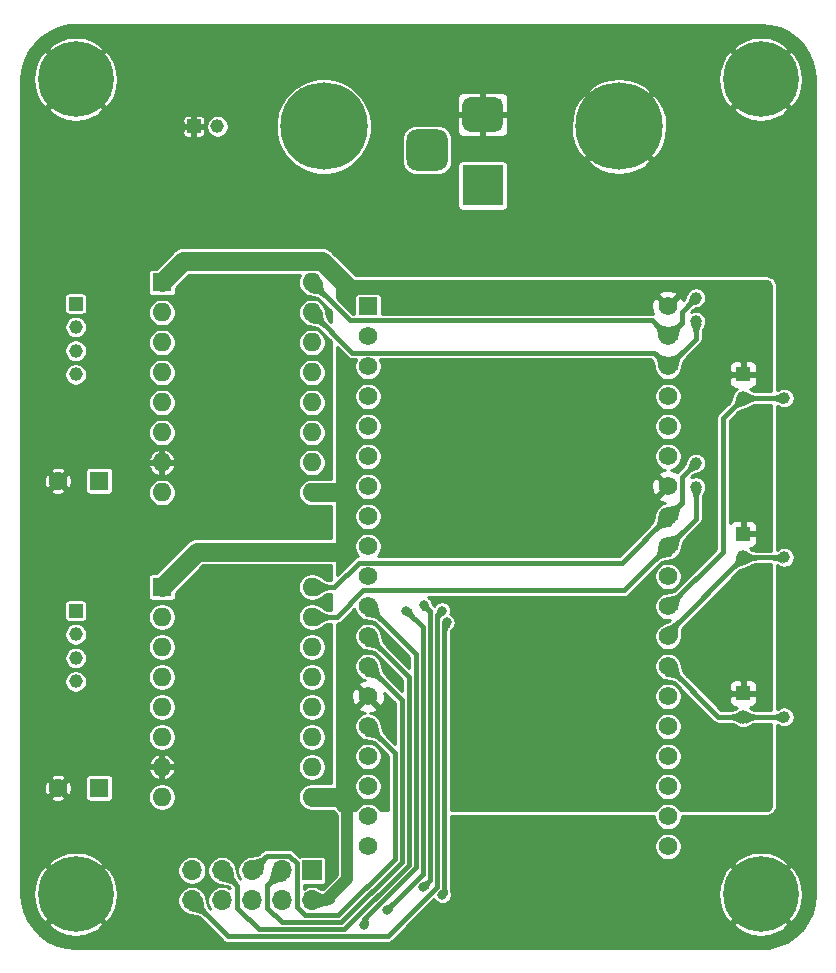
<source format=gbr>
%TF.GenerationSoftware,KiCad,Pcbnew,5.1.10*%
%TF.CreationDate,2021-08-28T10:57:21+12:00*%
%TF.ProjectId,Motor_Control,4d6f746f-725f-4436-9f6e-74726f6c2e6b,rev?*%
%TF.SameCoordinates,Original*%
%TF.FileFunction,Copper,L1,Top*%
%TF.FilePolarity,Positive*%
%FSLAX46Y46*%
G04 Gerber Fmt 4.6, Leading zero omitted, Abs format (unit mm)*
G04 Created by KiCad (PCBNEW 5.1.10) date 2021-08-28 10:57:21*
%MOMM*%
%LPD*%
G01*
G04 APERTURE LIST*
%TA.AperFunction,SMDPad,CuDef*%
%ADD10C,1.000000*%
%TD*%
%TA.AperFunction,ComponentPad*%
%ADD11R,1.700000X1.700000*%
%TD*%
%TA.AperFunction,ComponentPad*%
%ADD12O,1.700000X1.700000*%
%TD*%
%TA.AperFunction,ComponentPad*%
%ADD13C,6.400000*%
%TD*%
%TA.AperFunction,ComponentPad*%
%ADD14C,0.800000*%
%TD*%
%TA.AperFunction,ComponentPad*%
%ADD15C,7.400000*%
%TD*%
%TA.AperFunction,ComponentPad*%
%ADD16R,1.150000X1.150000*%
%TD*%
%TA.AperFunction,ComponentPad*%
%ADD17C,1.150000*%
%TD*%
%TA.AperFunction,ComponentPad*%
%ADD18R,1.600000X1.600000*%
%TD*%
%TA.AperFunction,ComponentPad*%
%ADD19O,1.600000X1.600000*%
%TD*%
%TA.AperFunction,ComponentPad*%
%ADD20R,1.560000X1.560000*%
%TD*%
%TA.AperFunction,ComponentPad*%
%ADD21C,1.560000*%
%TD*%
%TA.AperFunction,ComponentPad*%
%ADD22R,3.500000X3.500000*%
%TD*%
%TA.AperFunction,ComponentPad*%
%ADD23C,1.600000*%
%TD*%
%TA.AperFunction,ViaPad*%
%ADD24C,0.800000*%
%TD*%
%TA.AperFunction,Conductor*%
%ADD25C,1.600000*%
%TD*%
%TA.AperFunction,Conductor*%
%ADD26C,1.000000*%
%TD*%
%TA.AperFunction,Conductor*%
%ADD27C,0.400000*%
%TD*%
%TA.AperFunction,Conductor*%
%ADD28C,0.254000*%
%TD*%
%TA.AperFunction,Conductor*%
%ADD29C,0.100000*%
%TD*%
%TA.AperFunction,Conductor*%
%ADD30C,0.025400*%
%TD*%
G04 APERTURE END LIST*
D10*
%TO.P,TP7,1*%
%TO.N,/R_LIM*%
X261000000Y-98000000D03*
%TD*%
%TO.P,TP6,1*%
%TO.N,/Z_LIM*%
X261000000Y-111500000D03*
%TD*%
%TO.P,TP5,1*%
%TO.N,/PIP_TRIG*%
X261000000Y-125000000D03*
%TD*%
%TO.P,TP4,1*%
%TO.N,/R_DIR*%
X253500000Y-103500000D03*
%TD*%
%TO.P,TP3,1*%
%TO.N,/R_STEP*%
X253500000Y-105500000D03*
%TD*%
%TO.P,TP2,1*%
%TO.N,/Z_DIR*%
X253500000Y-89500000D03*
%TD*%
%TO.P,TP1,1*%
%TO.N,/Z_STEP*%
X253500000Y-91500000D03*
%TD*%
D11*
%TO.P,J6,1*%
%TO.N,+3V3*%
X221000000Y-138000000D03*
D12*
%TO.P,J6,2*%
%TO.N,GNDD*%
X221000000Y-140540000D03*
%TO.P,J6,3*%
%TO.N,/IO12*%
X218460000Y-138000000D03*
%TO.P,J6,4*%
%TO.N,/IO26*%
X218460000Y-140540000D03*
%TO.P,J6,5*%
%TO.N,/IO13*%
X215920000Y-138000000D03*
%TO.P,J6,6*%
%TO.N,/IO27*%
X215920000Y-140540000D03*
%TO.P,J6,7*%
%TO.N,/IO14*%
X213380000Y-138000000D03*
%TO.P,J6,8*%
%TO.N,/IO32*%
X213380000Y-140540000D03*
%TO.P,J6,9*%
%TO.N,/IO25*%
X210840000Y-138000000D03*
%TO.P,J6,10*%
%TO.N,/IO33*%
X210840000Y-140540000D03*
%TD*%
D13*
%TO.P,H6,1*%
%TO.N,GND*%
X259000000Y-71000000D03*
D14*
X259000000Y-73400000D03*
X257302944Y-72697056D03*
X256600000Y-71000000D03*
X257302944Y-69302944D03*
X259000000Y-68600000D03*
X260697056Y-69302944D03*
X261400000Y-71000000D03*
X260697056Y-72697056D03*
%TD*%
D13*
%TO.P,H5,1*%
%TO.N,GND*%
X259000000Y-140000000D03*
D14*
X256600000Y-140000000D03*
X257302944Y-138302944D03*
X259000000Y-137600000D03*
X260697056Y-138302944D03*
X261400000Y-140000000D03*
X260697056Y-141697056D03*
X259000000Y-142400000D03*
X257302944Y-141697056D03*
%TD*%
D13*
%TO.P,H4,1*%
%TO.N,GND*%
X201000000Y-71000000D03*
D14*
X203400000Y-71000000D03*
X202697056Y-72697056D03*
X201000000Y-73400000D03*
X199302944Y-72697056D03*
X198600000Y-71000000D03*
X199302944Y-69302944D03*
X201000000Y-68600000D03*
X202697056Y-69302944D03*
%TD*%
D13*
%TO.P,H3,1*%
%TO.N,GND*%
X201000000Y-140000000D03*
D14*
X201000000Y-137600000D03*
X202697056Y-138302944D03*
X203400000Y-140000000D03*
X202697056Y-141697056D03*
X201000000Y-142400000D03*
X199302944Y-141697056D03*
X198600000Y-140000000D03*
X199302944Y-138302944D03*
%TD*%
D15*
%TO.P,H2,1*%
%TO.N,GND*%
X247000000Y-75000000D03*
D14*
X249775000Y-75000000D03*
X248962221Y-76962221D03*
X247000000Y-77775000D03*
X245037779Y-76962221D03*
X244225000Y-75000000D03*
X245037779Y-73037779D03*
X247000000Y-72225000D03*
X248962221Y-73037779D03*
%TD*%
D15*
%TO.P,H1,1*%
%TO.N,+VDC*%
X222000000Y-75000000D03*
D14*
X224775000Y-75000000D03*
X223962221Y-76962221D03*
X222000000Y-77775000D03*
X220037779Y-76962221D03*
X219225000Y-75000000D03*
X220037779Y-73037779D03*
X222000000Y-72225000D03*
X223962221Y-73037779D03*
%TD*%
D16*
%TO.P,M2,1*%
%TO.N,Net-(A2-Pad3)*%
X201000000Y-90000000D03*
D17*
%TO.P,M2,2*%
%TO.N,Net-(A2-Pad4)*%
X201000000Y-92000001D03*
%TO.P,M2,3*%
%TO.N,Net-(A2-Pad5)*%
X201000000Y-94000000D03*
%TO.P,M2,4*%
%TO.N,Net-(A2-Pad6)*%
X201000000Y-96000001D03*
%TD*%
D16*
%TO.P,M1,1*%
%TO.N,Net-(A1-Pad3)*%
X201000000Y-116000000D03*
D17*
%TO.P,M1,2*%
%TO.N,Net-(A1-Pad4)*%
X201000000Y-118000001D03*
%TO.P,M1,3*%
%TO.N,Net-(A1-Pad5)*%
X201000000Y-120000000D03*
%TO.P,M1,4*%
%TO.N,Net-(A1-Pad6)*%
X201000000Y-122000001D03*
%TD*%
D16*
%TO.P,J1,1*%
%TO.N,GND*%
X211000000Y-75000000D03*
D17*
%TO.P,J1,2*%
%TO.N,+VDC*%
X213000001Y-75000000D03*
%TD*%
D16*
%TO.P,J5,1*%
%TO.N,GNDD*%
X257510001Y-109500000D03*
D17*
%TO.P,J5,2*%
%TO.N,/Z_LIM*%
X257510001Y-111500001D03*
%TD*%
D16*
%TO.P,J4,1*%
%TO.N,GNDD*%
X257510001Y-96000000D03*
D17*
%TO.P,J4,2*%
%TO.N,/R_LIM*%
X257510001Y-98000001D03*
%TD*%
D16*
%TO.P,J3,1*%
%TO.N,GNDD*%
X257510001Y-123000000D03*
D17*
%TO.P,J3,2*%
%TO.N,/PIP_TRIG*%
X257510001Y-125000001D03*
%TD*%
D18*
%TO.P,A2,1*%
%TO.N,GNDD*%
X208300000Y-88220000D03*
D19*
%TO.P,A2,9*%
X221000000Y-106000000D03*
%TO.P,A2,2*%
%TO.N,Net-(A2-Pad2)*%
X208300000Y-90760000D03*
%TO.P,A2,10*%
%TO.N,+3V3*%
X221000000Y-103460000D03*
%TO.P,A2,3*%
%TO.N,Net-(A2-Pad3)*%
X208300000Y-93300000D03*
%TO.P,A2,11*%
%TO.N,+3V3*%
X221000000Y-100920000D03*
%TO.P,A2,4*%
%TO.N,Net-(A2-Pad4)*%
X208300000Y-95840000D03*
%TO.P,A2,12*%
%TO.N,Net-(A2-Pad12)*%
X221000000Y-98380000D03*
%TO.P,A2,5*%
%TO.N,Net-(A2-Pad5)*%
X208300000Y-98380000D03*
%TO.P,A2,13*%
%TO.N,+3V3*%
X221000000Y-95840000D03*
%TO.P,A2,6*%
%TO.N,Net-(A2-Pad6)*%
X208300000Y-100920000D03*
%TO.P,A2,14*%
%TO.N,+3V3*%
X221000000Y-93300000D03*
%TO.P,A2,7*%
%TO.N,GND*%
X208300000Y-103460000D03*
%TO.P,A2,15*%
%TO.N,/Z_STEP*%
X221000000Y-90760000D03*
%TO.P,A2,8*%
%TO.N,+VDC*%
X208300000Y-106000000D03*
%TO.P,A2,16*%
%TO.N,/Z_DIR*%
X221000000Y-88220000D03*
%TD*%
D20*
%TO.P,U1,1*%
%TO.N,+3V3*%
X225744000Y-90252000D03*
D21*
%TO.P,U1,2*%
%TO.N,Net-(U1-Pad2)*%
X225744000Y-92792000D03*
%TO.P,U1,19*%
%TO.N,Net-(U1-Pad19)*%
X225744000Y-135972000D03*
%TO.P,U1,3*%
%TO.N,Net-(U1-Pad3)*%
X225744000Y-95332000D03*
%TO.P,U1,4*%
%TO.N,Net-(U1-Pad4)*%
X225744000Y-97872000D03*
%TO.P,U1,5*%
%TO.N,Net-(U1-Pad5)*%
X225744000Y-100412000D03*
%TO.P,U1,6*%
%TO.N,Net-(U1-Pad6)*%
X225744000Y-102952000D03*
%TO.P,U1,7*%
%TO.N,/IO32*%
X225744000Y-105492000D03*
%TO.P,U1,8*%
%TO.N,/IO33*%
X225744000Y-108032000D03*
%TO.P,U1,9*%
%TO.N,/IO25*%
X225744000Y-110572000D03*
%TO.P,U1,10*%
%TO.N,/IO26*%
X225744000Y-113112000D03*
%TO.P,U1,11*%
%TO.N,/IO27*%
X225744000Y-115652000D03*
%TO.P,U1,12*%
%TO.N,/IO14*%
X225744000Y-118192000D03*
%TO.P,U1,13*%
%TO.N,/IO12*%
X225744000Y-120732000D03*
%TO.P,U1,14*%
%TO.N,GNDD*%
X225744000Y-123272000D03*
%TO.P,U1,15*%
%TO.N,/IO13*%
X225744000Y-125812000D03*
%TO.P,U1,16*%
%TO.N,Net-(U1-Pad16)*%
X225744000Y-128352000D03*
%TO.P,U1,17*%
%TO.N,Net-(U1-Pad17)*%
X225744000Y-130892000D03*
%TO.P,U1,18*%
%TO.N,Net-(U1-Pad18)*%
X225744000Y-133432000D03*
%TO.P,U1,20*%
%TO.N,GNDD*%
X251144000Y-90252000D03*
%TO.P,U1,21*%
%TO.N,/Z_DIR*%
X251144000Y-92792000D03*
%TO.P,U1,22*%
%TO.N,/Z_STEP*%
X251144000Y-95332000D03*
%TO.P,U1,23*%
%TO.N,Net-(U1-Pad23)*%
X251144000Y-97872000D03*
%TO.P,U1,24*%
%TO.N,Net-(U1-Pad24)*%
X251144000Y-100412000D03*
%TO.P,U1,25*%
%TO.N,Net-(U1-Pad25)*%
X251144000Y-102952000D03*
%TO.P,U1,26*%
%TO.N,GNDD*%
X251144000Y-105492000D03*
%TO.P,U1,27*%
%TO.N,/R_DIR*%
X251144000Y-108032000D03*
%TO.P,U1,28*%
%TO.N,/R_STEP*%
X251144000Y-110572000D03*
%TO.P,U1,29*%
%TO.N,Net-(U1-Pad29)*%
X251144000Y-113112000D03*
%TO.P,U1,30*%
%TO.N,/R_LIM*%
X251144000Y-115652000D03*
%TO.P,U1,31*%
%TO.N,/Z_LIM*%
X251144000Y-118192000D03*
%TO.P,U1,32*%
%TO.N,/PIP_TRIG*%
X251144000Y-120732000D03*
%TO.P,U1,33*%
%TO.N,Net-(U1-Pad33)*%
X251144000Y-123272000D03*
%TO.P,U1,34*%
%TO.N,Net-(U1-Pad34)*%
X251144000Y-125812000D03*
%TO.P,U1,35*%
%TO.N,Net-(U1-Pad35)*%
X251144000Y-128352000D03*
%TO.P,U1,36*%
%TO.N,Net-(U1-Pad36)*%
X251144000Y-130892000D03*
%TO.P,U1,37*%
%TO.N,Net-(U1-Pad37)*%
X251144000Y-133432000D03*
%TO.P,U1,38*%
%TO.N,Net-(U1-Pad38)*%
X251144000Y-135972000D03*
%TD*%
D22*
%TO.P,J2,1*%
%TO.N,+VDC*%
X235457500Y-80000000D03*
%TO.P,J2,2*%
%TO.N,GND*%
%TA.AperFunction,ComponentPad*%
G36*
G01*
X234457500Y-72500000D02*
X236457500Y-72500000D01*
G75*
G02*
X237207500Y-73250000I0J-750000D01*
G01*
X237207500Y-74750000D01*
G75*
G02*
X236457500Y-75500000I-750000J0D01*
G01*
X234457500Y-75500000D01*
G75*
G02*
X233707500Y-74750000I0J750000D01*
G01*
X233707500Y-73250000D01*
G75*
G02*
X234457500Y-72500000I750000J0D01*
G01*
G37*
%TD.AperFunction*%
%TO.P,J2,3*%
%TO.N,N/C*%
%TA.AperFunction,ComponentPad*%
G36*
G01*
X229882500Y-75250000D02*
X231632500Y-75250000D01*
G75*
G02*
X232507500Y-76125000I0J-875000D01*
G01*
X232507500Y-77875000D01*
G75*
G02*
X231632500Y-78750000I-875000J0D01*
G01*
X229882500Y-78750000D01*
G75*
G02*
X229007500Y-77875000I0J875000D01*
G01*
X229007500Y-76125000D01*
G75*
G02*
X229882500Y-75250000I875000J0D01*
G01*
G37*
%TD.AperFunction*%
%TD*%
D18*
%TO.P,C2,1*%
%TO.N,+VDC*%
X203000000Y-105000000D03*
D23*
%TO.P,C2,2*%
%TO.N,GND*%
X199500000Y-105000000D03*
%TD*%
D18*
%TO.P,C1,1*%
%TO.N,+VDC*%
X203000000Y-131000000D03*
D23*
%TO.P,C1,2*%
%TO.N,GND*%
X199500000Y-131000000D03*
%TD*%
D18*
%TO.P,A1,1*%
%TO.N,GNDD*%
X208300000Y-114000000D03*
D19*
%TO.P,A1,9*%
X221000000Y-131780000D03*
%TO.P,A1,2*%
%TO.N,Net-(A1-Pad2)*%
X208300000Y-116540000D03*
%TO.P,A1,10*%
%TO.N,+3V3*%
X221000000Y-129240000D03*
%TO.P,A1,3*%
%TO.N,Net-(A1-Pad3)*%
X208300000Y-119080000D03*
%TO.P,A1,11*%
%TO.N,+3V3*%
X221000000Y-126700000D03*
%TO.P,A1,4*%
%TO.N,Net-(A1-Pad4)*%
X208300000Y-121620000D03*
%TO.P,A1,12*%
%TO.N,Net-(A1-Pad12)*%
X221000000Y-124160000D03*
%TO.P,A1,5*%
%TO.N,Net-(A1-Pad5)*%
X208300000Y-124160000D03*
%TO.P,A1,13*%
%TO.N,+3V3*%
X221000000Y-121620000D03*
%TO.P,A1,6*%
%TO.N,Net-(A1-Pad6)*%
X208300000Y-126700000D03*
%TO.P,A1,14*%
%TO.N,+3V3*%
X221000000Y-119080000D03*
%TO.P,A1,7*%
%TO.N,GND*%
X208300000Y-129240000D03*
%TO.P,A1,15*%
%TO.N,/R_STEP*%
X221000000Y-116540000D03*
%TO.P,A1,8*%
%TO.N,+VDC*%
X208300000Y-131780000D03*
%TO.P,A1,16*%
%TO.N,/R_DIR*%
X221000000Y-114000000D03*
%TD*%
D24*
%TO.N,GND*%
X235000000Y-135000000D03*
X199000000Y-77000000D03*
X239000000Y-135000000D03*
X243000000Y-135000000D03*
X247000000Y-135000000D03*
X235000000Y-139000000D03*
X239000000Y-139000000D03*
X243000000Y-139000000D03*
X247000000Y-139000000D03*
X235000000Y-143000000D03*
X239000000Y-143000000D03*
X243000000Y-143000000D03*
X247000000Y-143000000D03*
X251000000Y-139000000D03*
X251000000Y-143000000D03*
X255000000Y-143000000D03*
X231000000Y-143000000D03*
X203000000Y-77000000D03*
X207000000Y-77000000D03*
X199000000Y-81000000D03*
X203000000Y-81000000D03*
X207000000Y-81000000D03*
X199000000Y-85000000D03*
X203000000Y-85000000D03*
X207000000Y-85000000D03*
X215000000Y-81000000D03*
X219000000Y-81000000D03*
X223000000Y-81000000D03*
X223000000Y-85000000D03*
X207000000Y-73000000D03*
X207000000Y-69000000D03*
X211000000Y-69000000D03*
X215000000Y-69000000D03*
X219000000Y-69000000D03*
X227000000Y-85000000D03*
X231000000Y-85000000D03*
X235000000Y-85000000D03*
X239000000Y-85000000D03*
X239000000Y-81000000D03*
X243000000Y-81000000D03*
X243000000Y-85000000D03*
X247000000Y-85000000D03*
X247000000Y-81000000D03*
X251000000Y-81000000D03*
X251000000Y-85000000D03*
X255000000Y-81000000D03*
X255000000Y-85000000D03*
X259000000Y-85000000D03*
X259000000Y-81000000D03*
X259000000Y-77000000D03*
X255000000Y-77000000D03*
X223000000Y-69000000D03*
X227000000Y-69000000D03*
X231000000Y-69000000D03*
X231000000Y-73000000D03*
X227000000Y-73000000D03*
X235000000Y-69000000D03*
X239000000Y-69000000D03*
X243000000Y-69000000D03*
X247000000Y-69000000D03*
X251000000Y-69000000D03*
X255000000Y-69000000D03*
X239000000Y-73000000D03*
X239000000Y-77000000D03*
X199000000Y-109000000D03*
X207000000Y-109000000D03*
X199000000Y-113000000D03*
X203000000Y-113000000D03*
X199000000Y-125000000D03*
X203000000Y-125000000D03*
X215000000Y-117000000D03*
X215000000Y-121000000D03*
X215000000Y-125000000D03*
X219000000Y-121000000D03*
X215000000Y-85000000D03*
X219000000Y-85000000D03*
X215000000Y-89000000D03*
X219000000Y-89000000D03*
X215000000Y-93000000D03*
X215000000Y-97000000D03*
X215000000Y-101000000D03*
X215000000Y-105000000D03*
X215000000Y-109000000D03*
X219000000Y-101000000D03*
X219000000Y-93000000D03*
X215000000Y-129000000D03*
X219000000Y-129000000D03*
X215000000Y-133000000D03*
X215000000Y-113000000D03*
X255000000Y-135000000D03*
X259000000Y-135000000D03*
%TO.N,GNDD*%
X228000000Y-96000000D03*
X235000000Y-117000000D03*
X244000000Y-96000000D03*
X244000000Y-100000000D03*
X244000000Y-104000000D03*
X244000000Y-108000000D03*
X248000000Y-104000000D03*
X248000000Y-100000000D03*
X248000000Y-96000000D03*
X239000000Y-117000000D03*
X243000000Y-117000000D03*
X247000000Y-117000000D03*
X235000000Y-121000000D03*
X239000000Y-121000000D03*
X243000000Y-121000000D03*
X247000000Y-121000000D03*
X235000000Y-125000000D03*
X239000000Y-125000000D03*
X243000000Y-125000000D03*
X247000000Y-125000000D03*
X235000000Y-129000000D03*
X239000000Y-129000000D03*
X243000000Y-129000000D03*
X247000000Y-129000000D03*
X232000000Y-96000000D03*
X236000000Y-96000000D03*
X240000000Y-96000000D03*
X228000000Y-100000000D03*
X232000000Y-100000000D03*
X236000000Y-100000000D03*
X240000000Y-100000000D03*
X228000000Y-104000000D03*
X232000000Y-104000000D03*
X236000000Y-104000000D03*
X240000000Y-104000000D03*
X232000000Y-108000000D03*
X236000000Y-108000000D03*
X240000000Y-108000000D03*
X248000000Y-108000000D03*
X231000000Y-89000000D03*
X235000000Y-89000000D03*
X239000000Y-89000000D03*
X243000000Y-89000000D03*
X247000000Y-89000000D03*
X255000000Y-89000000D03*
X259000000Y-89000000D03*
X255000000Y-104000000D03*
X259000000Y-104000000D03*
X255000000Y-117000000D03*
X259000000Y-117000000D03*
%TO.N,/IO33*%
X232000000Y-116000000D03*
%TO.N,/IO25*%
X230404185Y-139404185D03*
X230453999Y-115546001D03*
%TO.N,/IO32*%
X232400060Y-117000000D03*
X232051518Y-140072226D03*
%TO.N,/IO27*%
X225414228Y-142590001D03*
%TO.N,/IO26*%
X227338499Y-141338499D03*
X229000000Y-116000000D03*
%TD*%
D25*
%TO.N,GNDD*%
X221000000Y-131780000D02*
X223000000Y-131780000D01*
X221000000Y-106000000D02*
X223000000Y-106000000D01*
D26*
X222202081Y-140540000D02*
X224000000Y-138742081D01*
X221000000Y-140540000D02*
X222202081Y-140540000D01*
D25*
X221864001Y-86419999D02*
X224000000Y-88555998D01*
X210100001Y-86419999D02*
X221864001Y-86419999D01*
X208300000Y-88220000D02*
X210100001Y-86419999D01*
X208300000Y-114000000D02*
X211300000Y-111000000D01*
X211300000Y-111000000D02*
X223000000Y-111000000D01*
D26*
X224000000Y-134000000D02*
X224000000Y-132000000D01*
X224000000Y-138742081D02*
X224000000Y-134000000D01*
D27*
%TO.N,/R_DIR*%
X247244001Y-111931999D02*
X251144000Y-108032000D01*
X224965070Y-111931999D02*
X247244001Y-111931999D01*
X222897069Y-114000000D02*
X224965070Y-111931999D01*
X221000000Y-114000000D02*
X222897069Y-114000000D01*
X251176000Y-108000000D02*
X251144000Y-108032000D01*
X252324001Y-104675999D02*
X253500000Y-103500000D01*
X252324001Y-106851999D02*
X252324001Y-104675999D01*
X251144000Y-108032000D02*
X252324001Y-106851999D01*
%TO.N,/R_STEP*%
X247423999Y-114292001D02*
X251144000Y-110572000D01*
X225357597Y-114292001D02*
X247423999Y-114292001D01*
X223109598Y-116540000D02*
X225357597Y-114292001D01*
X221000000Y-116540000D02*
X223109598Y-116540000D01*
X251216000Y-110500000D02*
X251144000Y-110572000D01*
X253500000Y-108216000D02*
X253500000Y-105500000D01*
X251144000Y-110572000D02*
X253500000Y-108216000D01*
%TO.N,/Z_DIR*%
X249784001Y-91432001D02*
X251144000Y-92792000D01*
X224212001Y-91432001D02*
X249784001Y-91432001D01*
X221000000Y-88220000D02*
X224212001Y-91432001D01*
X251352000Y-93000000D02*
X251144000Y-92792000D01*
X252324001Y-90675999D02*
X253500000Y-89500000D01*
X252324001Y-91611999D02*
X252324001Y-90675999D01*
X251144000Y-92792000D02*
X252324001Y-91611999D01*
%TO.N,/Z_STEP*%
X249963999Y-94151999D02*
X251144000Y-95332000D01*
X224391999Y-94151999D02*
X249963999Y-94151999D01*
X221000000Y-90760000D02*
X224391999Y-94151999D01*
X251476000Y-95000000D02*
X251144000Y-95332000D01*
X253500000Y-92976000D02*
X253500000Y-91500000D01*
X251144000Y-95332000D02*
X253500000Y-92976000D01*
%TO.N,/R_LIM*%
X255800001Y-99710001D02*
X257510001Y-98000001D01*
X255800001Y-110995999D02*
X255800001Y-99710001D01*
X251144000Y-115652000D02*
X255800001Y-110995999D01*
X257510002Y-98000000D02*
X257510001Y-98000001D01*
X261000000Y-98000000D02*
X257510002Y-98000000D01*
%TO.N,/Z_LIM*%
X251144000Y-117866002D02*
X251144000Y-118192000D01*
X257510001Y-111500001D02*
X251144000Y-117866002D01*
X260999999Y-111500001D02*
X261000000Y-111500000D01*
X257510001Y-111500001D02*
X260999999Y-111500001D01*
%TO.N,/PIP_TRIG*%
X255412001Y-125000001D02*
X251144000Y-120732000D01*
X257510001Y-125000001D02*
X255412001Y-125000001D01*
X260999999Y-125000001D02*
X261000000Y-125000000D01*
X257510001Y-125000001D02*
X260999999Y-125000001D01*
%TO.N,/IO33*%
X227402342Y-143590030D02*
X213890030Y-143590030D01*
X231600060Y-139392312D02*
X227402342Y-143590030D01*
X232000000Y-116000000D02*
X231600060Y-116399940D01*
X231600060Y-116399940D02*
X231600060Y-139392312D01*
X213890030Y-143590030D02*
X210840000Y-140540000D01*
%TO.N,/IO25*%
X231000050Y-138808320D02*
X230404185Y-139404185D01*
X231000050Y-116092051D02*
X231000050Y-138808320D01*
X230453999Y-115546001D02*
X231000050Y-116092051D01*
%TO.N,/IO32*%
X232200070Y-117199990D02*
X232400060Y-117000000D01*
X232200070Y-134200070D02*
X232200070Y-117199990D01*
X232200070Y-139923674D02*
X232051518Y-140072226D01*
X232200070Y-134200070D02*
X232200070Y-139923674D01*
%TO.N,/IO14*%
X225744000Y-118192000D02*
X229200020Y-121648020D01*
X229200020Y-121648020D02*
X229200020Y-136200020D01*
X223707063Y-142990021D02*
X216520019Y-142990021D01*
X229200020Y-136200020D02*
X229200018Y-137497066D01*
X229200018Y-137497066D02*
X223707063Y-142990021D01*
X214669999Y-139289999D02*
X213380000Y-138000000D01*
X214669999Y-141140001D02*
X214669999Y-139289999D01*
X216520019Y-142990021D02*
X214669999Y-141140001D01*
%TO.N,/IO27*%
X225744000Y-115652000D02*
X229800030Y-119708030D01*
X229800030Y-119708030D02*
X229800030Y-135800030D01*
X229800030Y-135800030D02*
X229800027Y-137745599D01*
X225414228Y-142131398D02*
X225414228Y-142590001D01*
X229800027Y-137745599D02*
X225414228Y-142131398D01*
%TO.N,/IO13*%
X225744000Y-125812000D02*
X228000000Y-128068000D01*
X228000000Y-128068000D02*
X228000000Y-137000000D01*
X223209999Y-141790001D02*
X220399999Y-141790001D01*
X228000000Y-137000000D02*
X223209999Y-141790001D01*
X217170001Y-136749999D02*
X215920000Y-138000000D01*
X219060001Y-136749999D02*
X217170001Y-136749999D01*
X219710001Y-137399999D02*
X219060001Y-136749999D01*
X220399999Y-141790001D02*
X219710001Y-141100003D01*
X219710001Y-141100003D02*
X219710001Y-137399999D01*
%TO.N,/IO26*%
X230400040Y-138276958D02*
X227338499Y-141338499D01*
X229000000Y-116000000D02*
X230400040Y-117400040D01*
X230400040Y-117400040D02*
X230400040Y-138276958D01*
%TO.N,/IO12*%
X225744000Y-120732000D02*
X228600010Y-123588010D01*
X228600010Y-123588010D02*
X228600009Y-137248533D01*
X228600009Y-137248533D02*
X223458531Y-142390011D01*
X223458531Y-142390011D02*
X218460009Y-142390011D01*
X218460009Y-142390011D02*
X217209999Y-141140001D01*
X217209999Y-139250001D02*
X218460000Y-138000000D01*
X217209999Y-141140001D02*
X217209999Y-139250001D01*
%TD*%
D28*
%TO.N,GNDD*%
X224627616Y-115990651D02*
X224715135Y-116201940D01*
X224842192Y-116392095D01*
X225003905Y-116553808D01*
X225194060Y-116680865D01*
X225405349Y-116768384D01*
X225463591Y-116779969D01*
X225527278Y-116799607D01*
X225551173Y-116806132D01*
X225686727Y-116838455D01*
X225703319Y-116842023D01*
X225826353Y-116865625D01*
X225830494Y-116866396D01*
X225938384Y-116885859D01*
X226026226Y-116904665D01*
X226097739Y-116925887D01*
X226163426Y-116953701D01*
X226235317Y-116995464D01*
X226322457Y-117060999D01*
X226434747Y-117164404D01*
X229219030Y-119948688D01*
X229219030Y-120845372D01*
X227256404Y-118882746D01*
X227152999Y-118770457D01*
X227087464Y-118683317D01*
X227045701Y-118611426D01*
X227017887Y-118545739D01*
X226996665Y-118474226D01*
X226977859Y-118386384D01*
X226958396Y-118278494D01*
X226957625Y-118274353D01*
X226934023Y-118151319D01*
X226930455Y-118134727D01*
X226898132Y-117999173D01*
X226891607Y-117975278D01*
X226871969Y-117911591D01*
X226860384Y-117853349D01*
X226772865Y-117642060D01*
X226645808Y-117451905D01*
X226484095Y-117290192D01*
X226293940Y-117163135D01*
X226082651Y-117075616D01*
X225858349Y-117031000D01*
X225629651Y-117031000D01*
X225405349Y-117075616D01*
X225194060Y-117163135D01*
X225003905Y-117290192D01*
X224842192Y-117451905D01*
X224715135Y-117642060D01*
X224627616Y-117853349D01*
X224583000Y-118077651D01*
X224583000Y-118306349D01*
X224627616Y-118530651D01*
X224715135Y-118741940D01*
X224842192Y-118932095D01*
X225003905Y-119093808D01*
X225194060Y-119220865D01*
X225405349Y-119308384D01*
X225463591Y-119319969D01*
X225527278Y-119339607D01*
X225551173Y-119346132D01*
X225686727Y-119378455D01*
X225703319Y-119382023D01*
X225826353Y-119405625D01*
X225830494Y-119406396D01*
X225938384Y-119425859D01*
X226026226Y-119444665D01*
X226097739Y-119465887D01*
X226163426Y-119493701D01*
X226235317Y-119535464D01*
X226322457Y-119600999D01*
X226434746Y-119704404D01*
X228619020Y-121888678D01*
X228619020Y-122785362D01*
X227256403Y-121422746D01*
X227152999Y-121310457D01*
X227087464Y-121223317D01*
X227045701Y-121151426D01*
X227017887Y-121085739D01*
X226996665Y-121014226D01*
X226977859Y-120926384D01*
X226958396Y-120818494D01*
X226957625Y-120814353D01*
X226934023Y-120691319D01*
X226930455Y-120674727D01*
X226898132Y-120539173D01*
X226891607Y-120515278D01*
X226871969Y-120451591D01*
X226860384Y-120393349D01*
X226772865Y-120182060D01*
X226645808Y-119991905D01*
X226484095Y-119830192D01*
X226293940Y-119703135D01*
X226082651Y-119615616D01*
X225858349Y-119571000D01*
X225629651Y-119571000D01*
X225405349Y-119615616D01*
X225194060Y-119703135D01*
X225003905Y-119830192D01*
X224842192Y-119991905D01*
X224715135Y-120182060D01*
X224627616Y-120393349D01*
X224583000Y-120617651D01*
X224583000Y-120846349D01*
X224627616Y-121070651D01*
X224715135Y-121281940D01*
X224842192Y-121472095D01*
X225003905Y-121633808D01*
X225194060Y-121760865D01*
X225405349Y-121848384D01*
X225463591Y-121859969D01*
X225514320Y-121875611D01*
X225397028Y-121893140D01*
X225134692Y-121987325D01*
X225014345Y-122051651D01*
X224945184Y-122293579D01*
X225744000Y-123092395D01*
X225758143Y-123078253D01*
X225937748Y-123257858D01*
X225923605Y-123272000D01*
X226722421Y-124070816D01*
X226964349Y-124001655D01*
X227083248Y-123749557D01*
X227150681Y-123479106D01*
X227164057Y-123200697D01*
X227124176Y-122933834D01*
X228019011Y-123828669D01*
X228019010Y-127265352D01*
X227256396Y-126502738D01*
X227152999Y-126390457D01*
X227087464Y-126303317D01*
X227045701Y-126231426D01*
X227017887Y-126165739D01*
X226996665Y-126094226D01*
X226977859Y-126006384D01*
X226958396Y-125898494D01*
X226957625Y-125894353D01*
X226934023Y-125771319D01*
X226930455Y-125754727D01*
X226898132Y-125619173D01*
X226891607Y-125595278D01*
X226871969Y-125531591D01*
X226860384Y-125473349D01*
X226772865Y-125262060D01*
X226645808Y-125071905D01*
X226484095Y-124910192D01*
X226293940Y-124783135D01*
X226082651Y-124695616D01*
X225957742Y-124670770D01*
X226090972Y-124650860D01*
X226353308Y-124556675D01*
X226473655Y-124492349D01*
X226542816Y-124250421D01*
X225744000Y-123451605D01*
X224945184Y-124250421D01*
X225014345Y-124492349D01*
X225266443Y-124611248D01*
X225516301Y-124673546D01*
X225405349Y-124695616D01*
X225194060Y-124783135D01*
X225003905Y-124910192D01*
X224842192Y-125071905D01*
X224715135Y-125262060D01*
X224627616Y-125473349D01*
X224583000Y-125697651D01*
X224583000Y-125926349D01*
X224627616Y-126150651D01*
X224715135Y-126361940D01*
X224842192Y-126552095D01*
X225003905Y-126713808D01*
X225194060Y-126840865D01*
X225405349Y-126928384D01*
X225463591Y-126939969D01*
X225527278Y-126959607D01*
X225551173Y-126966132D01*
X225686727Y-126998455D01*
X225703319Y-127002023D01*
X225826353Y-127025625D01*
X225830494Y-127026396D01*
X225938384Y-127045859D01*
X226026226Y-127064665D01*
X226097739Y-127085887D01*
X226163426Y-127113701D01*
X226235317Y-127155464D01*
X226322457Y-127220999D01*
X226434738Y-127324396D01*
X227419000Y-128308659D01*
X227419001Y-132873000D01*
X226766811Y-132873000D01*
X226645808Y-132691905D01*
X226484095Y-132530192D01*
X226293940Y-132403135D01*
X226082651Y-132315616D01*
X225858349Y-132271000D01*
X225629651Y-132271000D01*
X225405349Y-132315616D01*
X225194060Y-132403135D01*
X225003905Y-132530192D01*
X224842192Y-132691905D01*
X224721189Y-132873000D01*
X223508328Y-132873000D01*
X223403743Y-132859231D01*
X223314045Y-132822077D01*
X223237024Y-132762976D01*
X223177923Y-132685955D01*
X223140769Y-132596257D01*
X223127000Y-132491672D01*
X223127000Y-130777651D01*
X224583000Y-130777651D01*
X224583000Y-131006349D01*
X224627616Y-131230651D01*
X224715135Y-131441940D01*
X224842192Y-131632095D01*
X225003905Y-131793808D01*
X225194060Y-131920865D01*
X225405349Y-132008384D01*
X225629651Y-132053000D01*
X225858349Y-132053000D01*
X226082651Y-132008384D01*
X226293940Y-131920865D01*
X226484095Y-131793808D01*
X226645808Y-131632095D01*
X226772865Y-131441940D01*
X226860384Y-131230651D01*
X226905000Y-131006349D01*
X226905000Y-130777651D01*
X226860384Y-130553349D01*
X226772865Y-130342060D01*
X226645808Y-130151905D01*
X226484095Y-129990192D01*
X226293940Y-129863135D01*
X226082651Y-129775616D01*
X225858349Y-129731000D01*
X225629651Y-129731000D01*
X225405349Y-129775616D01*
X225194060Y-129863135D01*
X225003905Y-129990192D01*
X224842192Y-130151905D01*
X224715135Y-130342060D01*
X224627616Y-130553349D01*
X224583000Y-130777651D01*
X223127000Y-130777651D01*
X223127000Y-128237651D01*
X224583000Y-128237651D01*
X224583000Y-128466349D01*
X224627616Y-128690651D01*
X224715135Y-128901940D01*
X224842192Y-129092095D01*
X225003905Y-129253808D01*
X225194060Y-129380865D01*
X225405349Y-129468384D01*
X225629651Y-129513000D01*
X225858349Y-129513000D01*
X226082651Y-129468384D01*
X226293940Y-129380865D01*
X226484095Y-129253808D01*
X226645808Y-129092095D01*
X226772865Y-128901940D01*
X226860384Y-128690651D01*
X226905000Y-128466349D01*
X226905000Y-128237651D01*
X226860384Y-128013349D01*
X226772865Y-127802060D01*
X226645808Y-127611905D01*
X226484095Y-127450192D01*
X226293940Y-127323135D01*
X226082651Y-127235616D01*
X225858349Y-127191000D01*
X225629651Y-127191000D01*
X225405349Y-127235616D01*
X225194060Y-127323135D01*
X225003905Y-127450192D01*
X224842192Y-127611905D01*
X224715135Y-127802060D01*
X224627616Y-128013349D01*
X224583000Y-128237651D01*
X223127000Y-128237651D01*
X223127000Y-123343303D01*
X224323943Y-123343303D01*
X224365140Y-123618972D01*
X224459325Y-123881308D01*
X224523651Y-124001655D01*
X224765579Y-124070816D01*
X225564395Y-123272000D01*
X224765579Y-122473184D01*
X224523651Y-122542345D01*
X224404752Y-122794443D01*
X224337319Y-123064894D01*
X224323943Y-123343303D01*
X223127000Y-123343303D01*
X223127000Y-117122097D01*
X223138138Y-117121000D01*
X223223494Y-117112593D01*
X223333013Y-117079371D01*
X223433946Y-117025421D01*
X223522415Y-116952817D01*
X223540615Y-116930640D01*
X224603225Y-115868030D01*
X224627616Y-115990651D01*
%TA.AperFunction,Conductor*%
D29*
G36*
X224627616Y-115990651D02*
G01*
X224715135Y-116201940D01*
X224842192Y-116392095D01*
X225003905Y-116553808D01*
X225194060Y-116680865D01*
X225405349Y-116768384D01*
X225463591Y-116779969D01*
X225527278Y-116799607D01*
X225551173Y-116806132D01*
X225686727Y-116838455D01*
X225703319Y-116842023D01*
X225826353Y-116865625D01*
X225830494Y-116866396D01*
X225938384Y-116885859D01*
X226026226Y-116904665D01*
X226097739Y-116925887D01*
X226163426Y-116953701D01*
X226235317Y-116995464D01*
X226322457Y-117060999D01*
X226434747Y-117164404D01*
X229219030Y-119948688D01*
X229219030Y-120845372D01*
X227256404Y-118882746D01*
X227152999Y-118770457D01*
X227087464Y-118683317D01*
X227045701Y-118611426D01*
X227017887Y-118545739D01*
X226996665Y-118474226D01*
X226977859Y-118386384D01*
X226958396Y-118278494D01*
X226957625Y-118274353D01*
X226934023Y-118151319D01*
X226930455Y-118134727D01*
X226898132Y-117999173D01*
X226891607Y-117975278D01*
X226871969Y-117911591D01*
X226860384Y-117853349D01*
X226772865Y-117642060D01*
X226645808Y-117451905D01*
X226484095Y-117290192D01*
X226293940Y-117163135D01*
X226082651Y-117075616D01*
X225858349Y-117031000D01*
X225629651Y-117031000D01*
X225405349Y-117075616D01*
X225194060Y-117163135D01*
X225003905Y-117290192D01*
X224842192Y-117451905D01*
X224715135Y-117642060D01*
X224627616Y-117853349D01*
X224583000Y-118077651D01*
X224583000Y-118306349D01*
X224627616Y-118530651D01*
X224715135Y-118741940D01*
X224842192Y-118932095D01*
X225003905Y-119093808D01*
X225194060Y-119220865D01*
X225405349Y-119308384D01*
X225463591Y-119319969D01*
X225527278Y-119339607D01*
X225551173Y-119346132D01*
X225686727Y-119378455D01*
X225703319Y-119382023D01*
X225826353Y-119405625D01*
X225830494Y-119406396D01*
X225938384Y-119425859D01*
X226026226Y-119444665D01*
X226097739Y-119465887D01*
X226163426Y-119493701D01*
X226235317Y-119535464D01*
X226322457Y-119600999D01*
X226434746Y-119704404D01*
X228619020Y-121888678D01*
X228619020Y-122785362D01*
X227256403Y-121422746D01*
X227152999Y-121310457D01*
X227087464Y-121223317D01*
X227045701Y-121151426D01*
X227017887Y-121085739D01*
X226996665Y-121014226D01*
X226977859Y-120926384D01*
X226958396Y-120818494D01*
X226957625Y-120814353D01*
X226934023Y-120691319D01*
X226930455Y-120674727D01*
X226898132Y-120539173D01*
X226891607Y-120515278D01*
X226871969Y-120451591D01*
X226860384Y-120393349D01*
X226772865Y-120182060D01*
X226645808Y-119991905D01*
X226484095Y-119830192D01*
X226293940Y-119703135D01*
X226082651Y-119615616D01*
X225858349Y-119571000D01*
X225629651Y-119571000D01*
X225405349Y-119615616D01*
X225194060Y-119703135D01*
X225003905Y-119830192D01*
X224842192Y-119991905D01*
X224715135Y-120182060D01*
X224627616Y-120393349D01*
X224583000Y-120617651D01*
X224583000Y-120846349D01*
X224627616Y-121070651D01*
X224715135Y-121281940D01*
X224842192Y-121472095D01*
X225003905Y-121633808D01*
X225194060Y-121760865D01*
X225405349Y-121848384D01*
X225463591Y-121859969D01*
X225514320Y-121875611D01*
X225397028Y-121893140D01*
X225134692Y-121987325D01*
X225014345Y-122051651D01*
X224945184Y-122293579D01*
X225744000Y-123092395D01*
X225758143Y-123078253D01*
X225937748Y-123257858D01*
X225923605Y-123272000D01*
X226722421Y-124070816D01*
X226964349Y-124001655D01*
X227083248Y-123749557D01*
X227150681Y-123479106D01*
X227164057Y-123200697D01*
X227124176Y-122933834D01*
X228019011Y-123828669D01*
X228019010Y-127265352D01*
X227256396Y-126502738D01*
X227152999Y-126390457D01*
X227087464Y-126303317D01*
X227045701Y-126231426D01*
X227017887Y-126165739D01*
X226996665Y-126094226D01*
X226977859Y-126006384D01*
X226958396Y-125898494D01*
X226957625Y-125894353D01*
X226934023Y-125771319D01*
X226930455Y-125754727D01*
X226898132Y-125619173D01*
X226891607Y-125595278D01*
X226871969Y-125531591D01*
X226860384Y-125473349D01*
X226772865Y-125262060D01*
X226645808Y-125071905D01*
X226484095Y-124910192D01*
X226293940Y-124783135D01*
X226082651Y-124695616D01*
X225957742Y-124670770D01*
X226090972Y-124650860D01*
X226353308Y-124556675D01*
X226473655Y-124492349D01*
X226542816Y-124250421D01*
X225744000Y-123451605D01*
X224945184Y-124250421D01*
X225014345Y-124492349D01*
X225266443Y-124611248D01*
X225516301Y-124673546D01*
X225405349Y-124695616D01*
X225194060Y-124783135D01*
X225003905Y-124910192D01*
X224842192Y-125071905D01*
X224715135Y-125262060D01*
X224627616Y-125473349D01*
X224583000Y-125697651D01*
X224583000Y-125926349D01*
X224627616Y-126150651D01*
X224715135Y-126361940D01*
X224842192Y-126552095D01*
X225003905Y-126713808D01*
X225194060Y-126840865D01*
X225405349Y-126928384D01*
X225463591Y-126939969D01*
X225527278Y-126959607D01*
X225551173Y-126966132D01*
X225686727Y-126998455D01*
X225703319Y-127002023D01*
X225826353Y-127025625D01*
X225830494Y-127026396D01*
X225938384Y-127045859D01*
X226026226Y-127064665D01*
X226097739Y-127085887D01*
X226163426Y-127113701D01*
X226235317Y-127155464D01*
X226322457Y-127220999D01*
X226434738Y-127324396D01*
X227419000Y-128308659D01*
X227419001Y-132873000D01*
X226766811Y-132873000D01*
X226645808Y-132691905D01*
X226484095Y-132530192D01*
X226293940Y-132403135D01*
X226082651Y-132315616D01*
X225858349Y-132271000D01*
X225629651Y-132271000D01*
X225405349Y-132315616D01*
X225194060Y-132403135D01*
X225003905Y-132530192D01*
X224842192Y-132691905D01*
X224721189Y-132873000D01*
X223508328Y-132873000D01*
X223403743Y-132859231D01*
X223314045Y-132822077D01*
X223237024Y-132762976D01*
X223177923Y-132685955D01*
X223140769Y-132596257D01*
X223127000Y-132491672D01*
X223127000Y-130777651D01*
X224583000Y-130777651D01*
X224583000Y-131006349D01*
X224627616Y-131230651D01*
X224715135Y-131441940D01*
X224842192Y-131632095D01*
X225003905Y-131793808D01*
X225194060Y-131920865D01*
X225405349Y-132008384D01*
X225629651Y-132053000D01*
X225858349Y-132053000D01*
X226082651Y-132008384D01*
X226293940Y-131920865D01*
X226484095Y-131793808D01*
X226645808Y-131632095D01*
X226772865Y-131441940D01*
X226860384Y-131230651D01*
X226905000Y-131006349D01*
X226905000Y-130777651D01*
X226860384Y-130553349D01*
X226772865Y-130342060D01*
X226645808Y-130151905D01*
X226484095Y-129990192D01*
X226293940Y-129863135D01*
X226082651Y-129775616D01*
X225858349Y-129731000D01*
X225629651Y-129731000D01*
X225405349Y-129775616D01*
X225194060Y-129863135D01*
X225003905Y-129990192D01*
X224842192Y-130151905D01*
X224715135Y-130342060D01*
X224627616Y-130553349D01*
X224583000Y-130777651D01*
X223127000Y-130777651D01*
X223127000Y-128237651D01*
X224583000Y-128237651D01*
X224583000Y-128466349D01*
X224627616Y-128690651D01*
X224715135Y-128901940D01*
X224842192Y-129092095D01*
X225003905Y-129253808D01*
X225194060Y-129380865D01*
X225405349Y-129468384D01*
X225629651Y-129513000D01*
X225858349Y-129513000D01*
X226082651Y-129468384D01*
X226293940Y-129380865D01*
X226484095Y-129253808D01*
X226645808Y-129092095D01*
X226772865Y-128901940D01*
X226860384Y-128690651D01*
X226905000Y-128466349D01*
X226905000Y-128237651D01*
X226860384Y-128013349D01*
X226772865Y-127802060D01*
X226645808Y-127611905D01*
X226484095Y-127450192D01*
X226293940Y-127323135D01*
X226082651Y-127235616D01*
X225858349Y-127191000D01*
X225629651Y-127191000D01*
X225405349Y-127235616D01*
X225194060Y-127323135D01*
X225003905Y-127450192D01*
X224842192Y-127611905D01*
X224715135Y-127802060D01*
X224627616Y-128013349D01*
X224583000Y-128237651D01*
X223127000Y-128237651D01*
X223127000Y-123343303D01*
X224323943Y-123343303D01*
X224365140Y-123618972D01*
X224459325Y-123881308D01*
X224523651Y-124001655D01*
X224765579Y-124070816D01*
X225564395Y-123272000D01*
X224765579Y-122473184D01*
X224523651Y-122542345D01*
X224404752Y-122794443D01*
X224337319Y-123064894D01*
X224323943Y-123343303D01*
X223127000Y-123343303D01*
X223127000Y-117122097D01*
X223138138Y-117121000D01*
X223223494Y-117112593D01*
X223333013Y-117079371D01*
X223433946Y-117025421D01*
X223522415Y-116952817D01*
X223540615Y-116930640D01*
X224603225Y-115868030D01*
X224627616Y-115990651D01*
G37*
%TD.AperFunction*%
D28*
X259596257Y-88140769D02*
X259685955Y-88177923D01*
X259762976Y-88237024D01*
X259822077Y-88314045D01*
X259859231Y-88403743D01*
X259873000Y-88508328D01*
X259873000Y-97419000D01*
X258661083Y-97419000D01*
X258551267Y-97415500D01*
X258473791Y-97407010D01*
X258417110Y-97395337D01*
X258372432Y-97381182D01*
X258329522Y-97362734D01*
X258279571Y-97336503D01*
X258216773Y-97299912D01*
X258141560Y-97255223D01*
X258134688Y-97251236D01*
X258066956Y-97212880D01*
X258085001Y-97213072D01*
X258209483Y-97200812D01*
X258329181Y-97164502D01*
X258439495Y-97105537D01*
X258536186Y-97026185D01*
X258615538Y-96929494D01*
X258674503Y-96819180D01*
X258710813Y-96699482D01*
X258723073Y-96575000D01*
X258720001Y-96285750D01*
X258561251Y-96127000D01*
X257637001Y-96127000D01*
X257637001Y-96147000D01*
X257383001Y-96147000D01*
X257383001Y-96127000D01*
X256458751Y-96127000D01*
X256300001Y-96285750D01*
X256296929Y-96575000D01*
X256309189Y-96699482D01*
X256345499Y-96819180D01*
X256404464Y-96929494D01*
X256483816Y-97026185D01*
X256580507Y-97105537D01*
X256690821Y-97164502D01*
X256810519Y-97200812D01*
X256935001Y-97213072D01*
X256967485Y-97212727D01*
X256900586Y-97257427D01*
X256767427Y-97390586D01*
X256662805Y-97547165D01*
X256590739Y-97721146D01*
X256582761Y-97761254D01*
X256569682Y-97801994D01*
X256565262Y-97816785D01*
X256538823Y-97912269D01*
X256536784Y-97919944D01*
X256515202Y-98004719D01*
X256496672Y-98074993D01*
X256479892Y-98128888D01*
X256462601Y-98172261D01*
X256441014Y-98213870D01*
X256409196Y-98262191D01*
X256360410Y-98322985D01*
X256285245Y-98403100D01*
X255409356Y-99278988D01*
X255387185Y-99297184D01*
X255329613Y-99367336D01*
X255314580Y-99385654D01*
X255260630Y-99486587D01*
X255227408Y-99596106D01*
X255216190Y-99710001D01*
X255219002Y-99738551D01*
X255219001Y-110755340D01*
X251834746Y-114139597D01*
X251722457Y-114243000D01*
X251635317Y-114308535D01*
X251563426Y-114350298D01*
X251497739Y-114378112D01*
X251426226Y-114399334D01*
X251338384Y-114418140D01*
X251230494Y-114437603D01*
X251226353Y-114438374D01*
X251103319Y-114461976D01*
X251086727Y-114465544D01*
X250951173Y-114497867D01*
X250927276Y-114504393D01*
X250863590Y-114524031D01*
X250805349Y-114535616D01*
X250594060Y-114623135D01*
X250403905Y-114750192D01*
X250242192Y-114911905D01*
X250115135Y-115102060D01*
X250027616Y-115313349D01*
X249983000Y-115537651D01*
X249983000Y-115766349D01*
X250027616Y-115990651D01*
X250115135Y-116201940D01*
X250242192Y-116392095D01*
X250403905Y-116553808D01*
X250594060Y-116680865D01*
X250805349Y-116768384D01*
X251029651Y-116813000D01*
X251258349Y-116813000D01*
X251324167Y-116799908D01*
X251239438Y-116845840D01*
X251146395Y-116888588D01*
X251042193Y-116932505D01*
X251039089Y-116933829D01*
X250925994Y-116982679D01*
X250910544Y-116989766D01*
X250790646Y-117048031D01*
X250767923Y-117060037D01*
X250637724Y-117134552D01*
X250613207Y-117149846D01*
X250561771Y-117184710D01*
X250403905Y-117290192D01*
X250242192Y-117451905D01*
X250115135Y-117642060D01*
X250027616Y-117853349D01*
X249983000Y-118077651D01*
X249983000Y-118306349D01*
X250027616Y-118530651D01*
X250115135Y-118741940D01*
X250242192Y-118932095D01*
X250403905Y-119093808D01*
X250594060Y-119220865D01*
X250805349Y-119308384D01*
X251029651Y-119353000D01*
X251258349Y-119353000D01*
X251482651Y-119308384D01*
X251693940Y-119220865D01*
X251884095Y-119093808D01*
X252045808Y-118932095D01*
X252172865Y-118741940D01*
X252260384Y-118530651D01*
X252305000Y-118306349D01*
X252305000Y-118160338D01*
X252305669Y-118080392D01*
X252305449Y-118063890D01*
X252300948Y-117935167D01*
X252300712Y-117929585D01*
X252295121Y-117816986D01*
X252292824Y-117726512D01*
X252295873Y-117659528D01*
X252304012Y-117610146D01*
X252318225Y-117566555D01*
X252344775Y-117515046D01*
X252393936Y-117446328D01*
X252480457Y-117351202D01*
X257106913Y-112724747D01*
X257187016Y-112649590D01*
X257247810Y-112600805D01*
X257296131Y-112568987D01*
X257337740Y-112547400D01*
X257381113Y-112530109D01*
X257435008Y-112513329D01*
X257505282Y-112494799D01*
X257590057Y-112473217D01*
X257597732Y-112471178D01*
X257693216Y-112444739D01*
X257708003Y-112440320D01*
X257748739Y-112427243D01*
X257788856Y-112419263D01*
X257962837Y-112347197D01*
X257996839Y-112324478D01*
X258034897Y-112304917D01*
X258048475Y-112297587D01*
X258134689Y-112248765D01*
X258141563Y-112244777D01*
X258216790Y-112200079D01*
X258279554Y-112163508D01*
X258329531Y-112137263D01*
X258372432Y-112118819D01*
X258417118Y-112104661D01*
X258473780Y-112092992D01*
X258551274Y-112084500D01*
X258661078Y-112081001D01*
X259873000Y-112081001D01*
X259873000Y-124419001D01*
X258661083Y-124419001D01*
X258551274Y-124415501D01*
X258473780Y-124407009D01*
X258417118Y-124395340D01*
X258372432Y-124381182D01*
X258329531Y-124362738D01*
X258279554Y-124336493D01*
X258216790Y-124299922D01*
X258141563Y-124255224D01*
X258134689Y-124251236D01*
X258066957Y-124212880D01*
X258085001Y-124213072D01*
X258209483Y-124200812D01*
X258329181Y-124164502D01*
X258439495Y-124105537D01*
X258536186Y-124026185D01*
X258615538Y-123929494D01*
X258674503Y-123819180D01*
X258710813Y-123699482D01*
X258723073Y-123575000D01*
X258720001Y-123285750D01*
X258561251Y-123127000D01*
X257637001Y-123127000D01*
X257637001Y-123147000D01*
X257383001Y-123147000D01*
X257383001Y-123127000D01*
X256458751Y-123127000D01*
X256300001Y-123285750D01*
X256296929Y-123575000D01*
X256309189Y-123699482D01*
X256345499Y-123819180D01*
X256404464Y-123929494D01*
X256483816Y-124026185D01*
X256580507Y-124105537D01*
X256690821Y-124164502D01*
X256810519Y-124200812D01*
X256935001Y-124213072D01*
X256953044Y-124212880D01*
X256885312Y-124251236D01*
X256878438Y-124255224D01*
X256803211Y-124299922D01*
X256740447Y-124336493D01*
X256690470Y-124362738D01*
X256647569Y-124381182D01*
X256602883Y-124395340D01*
X256546221Y-124407009D01*
X256468727Y-124415501D01*
X256358919Y-124419001D01*
X255652659Y-124419001D01*
X253658658Y-122425000D01*
X256296929Y-122425000D01*
X256300001Y-122714250D01*
X256458751Y-122873000D01*
X257383001Y-122873000D01*
X257383001Y-121948750D01*
X257637001Y-121948750D01*
X257637001Y-122873000D01*
X258561251Y-122873000D01*
X258720001Y-122714250D01*
X258723073Y-122425000D01*
X258710813Y-122300518D01*
X258674503Y-122180820D01*
X258615538Y-122070506D01*
X258536186Y-121973815D01*
X258439495Y-121894463D01*
X258329181Y-121835498D01*
X258209483Y-121799188D01*
X258085001Y-121786928D01*
X257795751Y-121790000D01*
X257637001Y-121948750D01*
X257383001Y-121948750D01*
X257224251Y-121790000D01*
X256935001Y-121786928D01*
X256810519Y-121799188D01*
X256690821Y-121835498D01*
X256580507Y-121894463D01*
X256483816Y-121973815D01*
X256404464Y-122070506D01*
X256345499Y-122180820D01*
X256309189Y-122300518D01*
X256296929Y-122425000D01*
X253658658Y-122425000D01*
X252656404Y-121422747D01*
X252552999Y-121310457D01*
X252487464Y-121223317D01*
X252445701Y-121151426D01*
X252417887Y-121085739D01*
X252396665Y-121014226D01*
X252377859Y-120926384D01*
X252358396Y-120818494D01*
X252357625Y-120814353D01*
X252334023Y-120691319D01*
X252330455Y-120674727D01*
X252298132Y-120539173D01*
X252291607Y-120515278D01*
X252271969Y-120451591D01*
X252260384Y-120393349D01*
X252172865Y-120182060D01*
X252045808Y-119991905D01*
X251884095Y-119830192D01*
X251693940Y-119703135D01*
X251482651Y-119615616D01*
X251258349Y-119571000D01*
X251029651Y-119571000D01*
X250805349Y-119615616D01*
X250594060Y-119703135D01*
X250403905Y-119830192D01*
X250242192Y-119991905D01*
X250115135Y-120182060D01*
X250027616Y-120393349D01*
X249983000Y-120617651D01*
X249983000Y-120846349D01*
X250027616Y-121070651D01*
X250115135Y-121281940D01*
X250242192Y-121472095D01*
X250403905Y-121633808D01*
X250594060Y-121760865D01*
X250805349Y-121848384D01*
X250863591Y-121859969D01*
X250927278Y-121879607D01*
X250951173Y-121886132D01*
X251086727Y-121918455D01*
X251103319Y-121922023D01*
X251226353Y-121945625D01*
X251230494Y-121946396D01*
X251338384Y-121965859D01*
X251426226Y-121984665D01*
X251497739Y-122005887D01*
X251563426Y-122033701D01*
X251635317Y-122075464D01*
X251722457Y-122140999D01*
X251834747Y-122244404D01*
X254980988Y-125390646D01*
X254999184Y-125412818D01*
X255059173Y-125462049D01*
X255087653Y-125485422D01*
X255188586Y-125539372D01*
X255298105Y-125572594D01*
X255412001Y-125583812D01*
X255440541Y-125581001D01*
X256358924Y-125581001D01*
X256468727Y-125584500D01*
X256546221Y-125592992D01*
X256602883Y-125604661D01*
X256647569Y-125618819D01*
X256690470Y-125637263D01*
X256740447Y-125663508D01*
X256803211Y-125700079D01*
X256878438Y-125744777D01*
X256885312Y-125748765D01*
X256971526Y-125797587D01*
X256985105Y-125804918D01*
X257023168Y-125824481D01*
X257057165Y-125847197D01*
X257231146Y-125919263D01*
X257415843Y-125956001D01*
X257604159Y-125956001D01*
X257788856Y-125919263D01*
X257962837Y-125847197D01*
X257996839Y-125824478D01*
X258034897Y-125804917D01*
X258048475Y-125797587D01*
X258134689Y-125748765D01*
X258141563Y-125744777D01*
X258216790Y-125700079D01*
X258279554Y-125663508D01*
X258329531Y-125637263D01*
X258372432Y-125618819D01*
X258417118Y-125604661D01*
X258473780Y-125592992D01*
X258551274Y-125584500D01*
X258661078Y-125581001D01*
X259873000Y-125581001D01*
X259873000Y-132491672D01*
X259859231Y-132596257D01*
X259822077Y-132685955D01*
X259762976Y-132762976D01*
X259685955Y-132822077D01*
X259596257Y-132859231D01*
X259491672Y-132873000D01*
X252166811Y-132873000D01*
X252045808Y-132691905D01*
X251884095Y-132530192D01*
X251693940Y-132403135D01*
X251482651Y-132315616D01*
X251258349Y-132271000D01*
X251029651Y-132271000D01*
X250805349Y-132315616D01*
X250594060Y-132403135D01*
X250403905Y-132530192D01*
X250242192Y-132691905D01*
X250121189Y-132873000D01*
X232781070Y-132873000D01*
X232781070Y-130777651D01*
X249983000Y-130777651D01*
X249983000Y-131006349D01*
X250027616Y-131230651D01*
X250115135Y-131441940D01*
X250242192Y-131632095D01*
X250403905Y-131793808D01*
X250594060Y-131920865D01*
X250805349Y-132008384D01*
X251029651Y-132053000D01*
X251258349Y-132053000D01*
X251482651Y-132008384D01*
X251693940Y-131920865D01*
X251884095Y-131793808D01*
X252045808Y-131632095D01*
X252172865Y-131441940D01*
X252260384Y-131230651D01*
X252305000Y-131006349D01*
X252305000Y-130777651D01*
X252260384Y-130553349D01*
X252172865Y-130342060D01*
X252045808Y-130151905D01*
X251884095Y-129990192D01*
X251693940Y-129863135D01*
X251482651Y-129775616D01*
X251258349Y-129731000D01*
X251029651Y-129731000D01*
X250805349Y-129775616D01*
X250594060Y-129863135D01*
X250403905Y-129990192D01*
X250242192Y-130151905D01*
X250115135Y-130342060D01*
X250027616Y-130553349D01*
X249983000Y-130777651D01*
X232781070Y-130777651D01*
X232781070Y-128237651D01*
X249983000Y-128237651D01*
X249983000Y-128466349D01*
X250027616Y-128690651D01*
X250115135Y-128901940D01*
X250242192Y-129092095D01*
X250403905Y-129253808D01*
X250594060Y-129380865D01*
X250805349Y-129468384D01*
X251029651Y-129513000D01*
X251258349Y-129513000D01*
X251482651Y-129468384D01*
X251693940Y-129380865D01*
X251884095Y-129253808D01*
X252045808Y-129092095D01*
X252172865Y-128901940D01*
X252260384Y-128690651D01*
X252305000Y-128466349D01*
X252305000Y-128237651D01*
X252260384Y-128013349D01*
X252172865Y-127802060D01*
X252045808Y-127611905D01*
X251884095Y-127450192D01*
X251693940Y-127323135D01*
X251482651Y-127235616D01*
X251258349Y-127191000D01*
X251029651Y-127191000D01*
X250805349Y-127235616D01*
X250594060Y-127323135D01*
X250403905Y-127450192D01*
X250242192Y-127611905D01*
X250115135Y-127802060D01*
X250027616Y-128013349D01*
X249983000Y-128237651D01*
X232781070Y-128237651D01*
X232781070Y-125697651D01*
X249983000Y-125697651D01*
X249983000Y-125926349D01*
X250027616Y-126150651D01*
X250115135Y-126361940D01*
X250242192Y-126552095D01*
X250403905Y-126713808D01*
X250594060Y-126840865D01*
X250805349Y-126928384D01*
X251029651Y-126973000D01*
X251258349Y-126973000D01*
X251482651Y-126928384D01*
X251693940Y-126840865D01*
X251884095Y-126713808D01*
X252045808Y-126552095D01*
X252172865Y-126361940D01*
X252260384Y-126150651D01*
X252305000Y-125926349D01*
X252305000Y-125697651D01*
X252260384Y-125473349D01*
X252172865Y-125262060D01*
X252045808Y-125071905D01*
X251884095Y-124910192D01*
X251693940Y-124783135D01*
X251482651Y-124695616D01*
X251258349Y-124651000D01*
X251029651Y-124651000D01*
X250805349Y-124695616D01*
X250594060Y-124783135D01*
X250403905Y-124910192D01*
X250242192Y-125071905D01*
X250115135Y-125262060D01*
X250027616Y-125473349D01*
X249983000Y-125697651D01*
X232781070Y-125697651D01*
X232781070Y-123157651D01*
X249983000Y-123157651D01*
X249983000Y-123386349D01*
X250027616Y-123610651D01*
X250115135Y-123821940D01*
X250242192Y-124012095D01*
X250403905Y-124173808D01*
X250594060Y-124300865D01*
X250805349Y-124388384D01*
X251029651Y-124433000D01*
X251258349Y-124433000D01*
X251482651Y-124388384D01*
X251693940Y-124300865D01*
X251884095Y-124173808D01*
X252045808Y-124012095D01*
X252172865Y-123821940D01*
X252260384Y-123610651D01*
X252305000Y-123386349D01*
X252305000Y-123157651D01*
X252260384Y-122933349D01*
X252172865Y-122722060D01*
X252045808Y-122531905D01*
X251884095Y-122370192D01*
X251693940Y-122243135D01*
X251482651Y-122155616D01*
X251258349Y-122111000D01*
X251029651Y-122111000D01*
X250805349Y-122155616D01*
X250594060Y-122243135D01*
X250403905Y-122370192D01*
X250242192Y-122531905D01*
X250115135Y-122722060D01*
X250027616Y-122933349D01*
X249983000Y-123157651D01*
X232781070Y-123157651D01*
X232781070Y-117755929D01*
X232782507Y-117709746D01*
X232785067Y-117686214D01*
X232787343Y-117684156D01*
X232808707Y-117667516D01*
X232841154Y-117644571D01*
X232897919Y-117606642D01*
X233006702Y-117497859D01*
X233092173Y-117369942D01*
X233151047Y-117227809D01*
X233181060Y-117076922D01*
X233181060Y-116923078D01*
X233151047Y-116772191D01*
X233092173Y-116630058D01*
X233006702Y-116502141D01*
X232897919Y-116393358D01*
X232770002Y-116307887D01*
X232725460Y-116289437D01*
X232750987Y-116227809D01*
X232781000Y-116076922D01*
X232781000Y-115923078D01*
X232750987Y-115772191D01*
X232692113Y-115630058D01*
X232606642Y-115502141D01*
X232497859Y-115393358D01*
X232369942Y-115307887D01*
X232227809Y-115249013D01*
X232076922Y-115219000D01*
X231923078Y-115219000D01*
X231772191Y-115249013D01*
X231630058Y-115307887D01*
X231502141Y-115393358D01*
X231393358Y-115502141D01*
X231343234Y-115577157D01*
X231321574Y-115557118D01*
X231270359Y-115514609D01*
X231263340Y-115508922D01*
X231234999Y-115486512D01*
X231234999Y-115469079D01*
X231204986Y-115318192D01*
X231146112Y-115176059D01*
X231060641Y-115048142D01*
X230951858Y-114939359D01*
X230852546Y-114873001D01*
X247395459Y-114873001D01*
X247423999Y-114875812D01*
X247452539Y-114873001D01*
X247537895Y-114864594D01*
X247647414Y-114831372D01*
X247748347Y-114777422D01*
X247836816Y-114704818D01*
X247855016Y-114682641D01*
X249540006Y-112997651D01*
X249983000Y-112997651D01*
X249983000Y-113226349D01*
X250027616Y-113450651D01*
X250115135Y-113661940D01*
X250242192Y-113852095D01*
X250403905Y-114013808D01*
X250594060Y-114140865D01*
X250805349Y-114228384D01*
X251029651Y-114273000D01*
X251258349Y-114273000D01*
X251482651Y-114228384D01*
X251693940Y-114140865D01*
X251884095Y-114013808D01*
X252045808Y-113852095D01*
X252172865Y-113661940D01*
X252260384Y-113450651D01*
X252305000Y-113226349D01*
X252305000Y-112997651D01*
X252260384Y-112773349D01*
X252172865Y-112562060D01*
X252045808Y-112371905D01*
X251884095Y-112210192D01*
X251693940Y-112083135D01*
X251482651Y-111995616D01*
X251258349Y-111951000D01*
X251029651Y-111951000D01*
X250805349Y-111995616D01*
X250594060Y-112083135D01*
X250403905Y-112210192D01*
X250242192Y-112371905D01*
X250115135Y-112562060D01*
X250027616Y-112773349D01*
X249983000Y-112997651D01*
X249540006Y-112997651D01*
X250453260Y-112084398D01*
X250565542Y-111980999D01*
X250652682Y-111915464D01*
X250724573Y-111873701D01*
X250790260Y-111845887D01*
X250861773Y-111824665D01*
X250949615Y-111805859D01*
X251057505Y-111786396D01*
X251061646Y-111785625D01*
X251184680Y-111762023D01*
X251201272Y-111758455D01*
X251336826Y-111726132D01*
X251360720Y-111719607D01*
X251424404Y-111699970D01*
X251482651Y-111688384D01*
X251693940Y-111600865D01*
X251884095Y-111473808D01*
X252045808Y-111312095D01*
X252172865Y-111121940D01*
X252260384Y-110910651D01*
X252271970Y-110852404D01*
X252291607Y-110788720D01*
X252298132Y-110764826D01*
X252330455Y-110629272D01*
X252334023Y-110612680D01*
X252357625Y-110489646D01*
X252358396Y-110485505D01*
X252377859Y-110377615D01*
X252396665Y-110289773D01*
X252417887Y-110218260D01*
X252445701Y-110152573D01*
X252487464Y-110080682D01*
X252552999Y-109993542D01*
X252656400Y-109881257D01*
X253890646Y-108647012D01*
X253912817Y-108628817D01*
X253985421Y-108540348D01*
X254039371Y-108439415D01*
X254072593Y-108329896D01*
X254075618Y-108299188D01*
X254083811Y-108216001D01*
X254081000Y-108187461D01*
X254081000Y-106495151D01*
X254083544Y-106400801D01*
X254089776Y-106333834D01*
X254098352Y-106285052D01*
X254108546Y-106247646D01*
X254121472Y-106213076D01*
X254139922Y-106173324D01*
X254166462Y-106122890D01*
X254201119Y-106059976D01*
X254202561Y-106057333D01*
X254242343Y-105983745D01*
X254247137Y-105974582D01*
X254261719Y-105945765D01*
X254280732Y-105917310D01*
X254347144Y-105756978D01*
X254381000Y-105586771D01*
X254381000Y-105413229D01*
X254347144Y-105243022D01*
X254280732Y-105082690D01*
X254184318Y-104938395D01*
X254061605Y-104815682D01*
X253917310Y-104719268D01*
X253756978Y-104652856D01*
X253586771Y-104619000D01*
X253413229Y-104619000D01*
X253243022Y-104652856D01*
X253116320Y-104705338D01*
X253207163Y-104614495D01*
X253275661Y-104549594D01*
X253327434Y-104506636D01*
X253367972Y-104478220D01*
X253401644Y-104458971D01*
X253435241Y-104443660D01*
X253476350Y-104428615D01*
X253530854Y-104411696D01*
X253599805Y-104391727D01*
X253602688Y-104390880D01*
X253682853Y-104366976D01*
X253692724Y-104363886D01*
X253723411Y-104353821D01*
X253756978Y-104347144D01*
X253917310Y-104280732D01*
X254061605Y-104184318D01*
X254184318Y-104061605D01*
X254280732Y-103917310D01*
X254347144Y-103756978D01*
X254381000Y-103586771D01*
X254381000Y-103413229D01*
X254347144Y-103243022D01*
X254280732Y-103082690D01*
X254184318Y-102938395D01*
X254061605Y-102815682D01*
X253917310Y-102719268D01*
X253756978Y-102652856D01*
X253586771Y-102619000D01*
X253413229Y-102619000D01*
X253243022Y-102652856D01*
X253082690Y-102719268D01*
X252938395Y-102815682D01*
X252815682Y-102938395D01*
X252719268Y-103082690D01*
X252652856Y-103243022D01*
X252646180Y-103276585D01*
X252636115Y-103307270D01*
X252633023Y-103317146D01*
X252609119Y-103397311D01*
X252608272Y-103400194D01*
X252588303Y-103469145D01*
X252571384Y-103523649D01*
X252556339Y-103564758D01*
X252541028Y-103598355D01*
X252521779Y-103632027D01*
X252493363Y-103672565D01*
X252450398Y-103724346D01*
X252385518Y-103792824D01*
X251933356Y-104244987D01*
X251911185Y-104263182D01*
X251892992Y-104285351D01*
X251881555Y-104299287D01*
X251873655Y-104271651D01*
X251621557Y-104152752D01*
X251371699Y-104090454D01*
X251482651Y-104068384D01*
X251693940Y-103980865D01*
X251884095Y-103853808D01*
X252045808Y-103692095D01*
X252172865Y-103501940D01*
X252260384Y-103290651D01*
X252305000Y-103066349D01*
X252305000Y-102837651D01*
X252260384Y-102613349D01*
X252172865Y-102402060D01*
X252045808Y-102211905D01*
X251884095Y-102050192D01*
X251693940Y-101923135D01*
X251482651Y-101835616D01*
X251258349Y-101791000D01*
X251029651Y-101791000D01*
X250805349Y-101835616D01*
X250594060Y-101923135D01*
X250403905Y-102050192D01*
X250242192Y-102211905D01*
X250115135Y-102402060D01*
X250027616Y-102613349D01*
X249983000Y-102837651D01*
X249983000Y-103066349D01*
X250027616Y-103290651D01*
X250115135Y-103501940D01*
X250242192Y-103692095D01*
X250403905Y-103853808D01*
X250594060Y-103980865D01*
X250805349Y-104068384D01*
X250930258Y-104093230D01*
X250797028Y-104113140D01*
X250534692Y-104207325D01*
X250414345Y-104271651D01*
X250345184Y-104513579D01*
X251144000Y-105312395D01*
X251158143Y-105298253D01*
X251337748Y-105477858D01*
X251323605Y-105492000D01*
X251337748Y-105506143D01*
X251158143Y-105685748D01*
X251144000Y-105671605D01*
X250345184Y-106470421D01*
X250414345Y-106712349D01*
X250666443Y-106831248D01*
X250905956Y-106890967D01*
X250863590Y-106904031D01*
X250805349Y-106915616D01*
X250594060Y-107003135D01*
X250403905Y-107130192D01*
X250242192Y-107291905D01*
X250115135Y-107482060D01*
X250027616Y-107693349D01*
X250016031Y-107751590D01*
X249996393Y-107815276D01*
X249989867Y-107839173D01*
X249957544Y-107974727D01*
X249953976Y-107991319D01*
X249930374Y-108114353D01*
X249929603Y-108118494D01*
X249910140Y-108226384D01*
X249891334Y-108314226D01*
X249870112Y-108385739D01*
X249842298Y-108451426D01*
X249800535Y-108523317D01*
X249735000Y-108610457D01*
X249631599Y-108722743D01*
X247003344Y-111350999D01*
X226606904Y-111350999D01*
X226645808Y-111312095D01*
X226772865Y-111121940D01*
X226860384Y-110910651D01*
X226905000Y-110686349D01*
X226905000Y-110457651D01*
X226860384Y-110233349D01*
X226772865Y-110022060D01*
X226645808Y-109831905D01*
X226484095Y-109670192D01*
X226293940Y-109543135D01*
X226082651Y-109455616D01*
X225858349Y-109411000D01*
X225629651Y-109411000D01*
X225405349Y-109455616D01*
X225194060Y-109543135D01*
X225003905Y-109670192D01*
X224842192Y-109831905D01*
X224715135Y-110022060D01*
X224627616Y-110233349D01*
X224583000Y-110457651D01*
X224583000Y-110686349D01*
X224627616Y-110910651D01*
X224715135Y-111121940D01*
X224842192Y-111312095D01*
X224886066Y-111355969D01*
X224851174Y-111359406D01*
X224741655Y-111392628D01*
X224640722Y-111446578D01*
X224552253Y-111519182D01*
X224534060Y-111541351D01*
X223127000Y-112948412D01*
X223127000Y-107917651D01*
X224583000Y-107917651D01*
X224583000Y-108146349D01*
X224627616Y-108370651D01*
X224715135Y-108581940D01*
X224842192Y-108772095D01*
X225003905Y-108933808D01*
X225194060Y-109060865D01*
X225405349Y-109148384D01*
X225629651Y-109193000D01*
X225858349Y-109193000D01*
X226082651Y-109148384D01*
X226293940Y-109060865D01*
X226484095Y-108933808D01*
X226645808Y-108772095D01*
X226772865Y-108581940D01*
X226860384Y-108370651D01*
X226905000Y-108146349D01*
X226905000Y-107917651D01*
X226860384Y-107693349D01*
X226772865Y-107482060D01*
X226645808Y-107291905D01*
X226484095Y-107130192D01*
X226293940Y-107003135D01*
X226082651Y-106915616D01*
X225858349Y-106871000D01*
X225629651Y-106871000D01*
X225405349Y-106915616D01*
X225194060Y-107003135D01*
X225003905Y-107130192D01*
X224842192Y-107291905D01*
X224715135Y-107482060D01*
X224627616Y-107693349D01*
X224583000Y-107917651D01*
X223127000Y-107917651D01*
X223127000Y-105377651D01*
X224583000Y-105377651D01*
X224583000Y-105606349D01*
X224627616Y-105830651D01*
X224715135Y-106041940D01*
X224842192Y-106232095D01*
X225003905Y-106393808D01*
X225194060Y-106520865D01*
X225405349Y-106608384D01*
X225629651Y-106653000D01*
X225858349Y-106653000D01*
X226082651Y-106608384D01*
X226293940Y-106520865D01*
X226484095Y-106393808D01*
X226645808Y-106232095D01*
X226772865Y-106041940D01*
X226860384Y-105830651D01*
X226905000Y-105606349D01*
X226905000Y-105563303D01*
X249723943Y-105563303D01*
X249765140Y-105838972D01*
X249859325Y-106101308D01*
X249923651Y-106221655D01*
X250165579Y-106290816D01*
X250964395Y-105492000D01*
X250165579Y-104693184D01*
X249923651Y-104762345D01*
X249804752Y-105014443D01*
X249737319Y-105284894D01*
X249723943Y-105563303D01*
X226905000Y-105563303D01*
X226905000Y-105377651D01*
X226860384Y-105153349D01*
X226772865Y-104942060D01*
X226645808Y-104751905D01*
X226484095Y-104590192D01*
X226293940Y-104463135D01*
X226082651Y-104375616D01*
X225858349Y-104331000D01*
X225629651Y-104331000D01*
X225405349Y-104375616D01*
X225194060Y-104463135D01*
X225003905Y-104590192D01*
X224842192Y-104751905D01*
X224715135Y-104942060D01*
X224627616Y-105153349D01*
X224583000Y-105377651D01*
X223127000Y-105377651D01*
X223127000Y-102837651D01*
X224583000Y-102837651D01*
X224583000Y-103066349D01*
X224627616Y-103290651D01*
X224715135Y-103501940D01*
X224842192Y-103692095D01*
X225003905Y-103853808D01*
X225194060Y-103980865D01*
X225405349Y-104068384D01*
X225629651Y-104113000D01*
X225858349Y-104113000D01*
X226082651Y-104068384D01*
X226293940Y-103980865D01*
X226484095Y-103853808D01*
X226645808Y-103692095D01*
X226772865Y-103501940D01*
X226860384Y-103290651D01*
X226905000Y-103066349D01*
X226905000Y-102837651D01*
X226860384Y-102613349D01*
X226772865Y-102402060D01*
X226645808Y-102211905D01*
X226484095Y-102050192D01*
X226293940Y-101923135D01*
X226082651Y-101835616D01*
X225858349Y-101791000D01*
X225629651Y-101791000D01*
X225405349Y-101835616D01*
X225194060Y-101923135D01*
X225003905Y-102050192D01*
X224842192Y-102211905D01*
X224715135Y-102402060D01*
X224627616Y-102613349D01*
X224583000Y-102837651D01*
X223127000Y-102837651D01*
X223127000Y-100297651D01*
X224583000Y-100297651D01*
X224583000Y-100526349D01*
X224627616Y-100750651D01*
X224715135Y-100961940D01*
X224842192Y-101152095D01*
X225003905Y-101313808D01*
X225194060Y-101440865D01*
X225405349Y-101528384D01*
X225629651Y-101573000D01*
X225858349Y-101573000D01*
X226082651Y-101528384D01*
X226293940Y-101440865D01*
X226484095Y-101313808D01*
X226645808Y-101152095D01*
X226772865Y-100961940D01*
X226860384Y-100750651D01*
X226905000Y-100526349D01*
X226905000Y-100297651D01*
X249983000Y-100297651D01*
X249983000Y-100526349D01*
X250027616Y-100750651D01*
X250115135Y-100961940D01*
X250242192Y-101152095D01*
X250403905Y-101313808D01*
X250594060Y-101440865D01*
X250805349Y-101528384D01*
X251029651Y-101573000D01*
X251258349Y-101573000D01*
X251482651Y-101528384D01*
X251693940Y-101440865D01*
X251884095Y-101313808D01*
X252045808Y-101152095D01*
X252172865Y-100961940D01*
X252260384Y-100750651D01*
X252305000Y-100526349D01*
X252305000Y-100297651D01*
X252260384Y-100073349D01*
X252172865Y-99862060D01*
X252045808Y-99671905D01*
X251884095Y-99510192D01*
X251693940Y-99383135D01*
X251482651Y-99295616D01*
X251258349Y-99251000D01*
X251029651Y-99251000D01*
X250805349Y-99295616D01*
X250594060Y-99383135D01*
X250403905Y-99510192D01*
X250242192Y-99671905D01*
X250115135Y-99862060D01*
X250027616Y-100073349D01*
X249983000Y-100297651D01*
X226905000Y-100297651D01*
X226860384Y-100073349D01*
X226772865Y-99862060D01*
X226645808Y-99671905D01*
X226484095Y-99510192D01*
X226293940Y-99383135D01*
X226082651Y-99295616D01*
X225858349Y-99251000D01*
X225629651Y-99251000D01*
X225405349Y-99295616D01*
X225194060Y-99383135D01*
X225003905Y-99510192D01*
X224842192Y-99671905D01*
X224715135Y-99862060D01*
X224627616Y-100073349D01*
X224583000Y-100297651D01*
X223127000Y-100297651D01*
X223127000Y-97757651D01*
X224583000Y-97757651D01*
X224583000Y-97986349D01*
X224627616Y-98210651D01*
X224715135Y-98421940D01*
X224842192Y-98612095D01*
X225003905Y-98773808D01*
X225194060Y-98900865D01*
X225405349Y-98988384D01*
X225629651Y-99033000D01*
X225858349Y-99033000D01*
X226082651Y-98988384D01*
X226293940Y-98900865D01*
X226484095Y-98773808D01*
X226645808Y-98612095D01*
X226772865Y-98421940D01*
X226860384Y-98210651D01*
X226905000Y-97986349D01*
X226905000Y-97757651D01*
X249983000Y-97757651D01*
X249983000Y-97986349D01*
X250027616Y-98210651D01*
X250115135Y-98421940D01*
X250242192Y-98612095D01*
X250403905Y-98773808D01*
X250594060Y-98900865D01*
X250805349Y-98988384D01*
X251029651Y-99033000D01*
X251258349Y-99033000D01*
X251482651Y-98988384D01*
X251693940Y-98900865D01*
X251884095Y-98773808D01*
X252045808Y-98612095D01*
X252172865Y-98421940D01*
X252260384Y-98210651D01*
X252305000Y-97986349D01*
X252305000Y-97757651D01*
X252260384Y-97533349D01*
X252172865Y-97322060D01*
X252045808Y-97131905D01*
X251884095Y-96970192D01*
X251693940Y-96843135D01*
X251482651Y-96755616D01*
X251258349Y-96711000D01*
X251029651Y-96711000D01*
X250805349Y-96755616D01*
X250594060Y-96843135D01*
X250403905Y-96970192D01*
X250242192Y-97131905D01*
X250115135Y-97322060D01*
X250027616Y-97533349D01*
X249983000Y-97757651D01*
X226905000Y-97757651D01*
X226860384Y-97533349D01*
X226772865Y-97322060D01*
X226645808Y-97131905D01*
X226484095Y-96970192D01*
X226293940Y-96843135D01*
X226082651Y-96755616D01*
X225858349Y-96711000D01*
X225629651Y-96711000D01*
X225405349Y-96755616D01*
X225194060Y-96843135D01*
X225003905Y-96970192D01*
X224842192Y-97131905D01*
X224715135Y-97322060D01*
X224627616Y-97533349D01*
X224583000Y-97757651D01*
X223127000Y-97757651D01*
X223127000Y-93708658D01*
X223960986Y-94542644D01*
X223979182Y-94564816D01*
X224065310Y-94635499D01*
X224067651Y-94637420D01*
X224168584Y-94691370D01*
X224278103Y-94724592D01*
X224391999Y-94735810D01*
X224420539Y-94732999D01*
X224747916Y-94732999D01*
X224715135Y-94782060D01*
X224627616Y-94993349D01*
X224583000Y-95217651D01*
X224583000Y-95446349D01*
X224627616Y-95670651D01*
X224715135Y-95881940D01*
X224842192Y-96072095D01*
X225003905Y-96233808D01*
X225194060Y-96360865D01*
X225405349Y-96448384D01*
X225629651Y-96493000D01*
X225858349Y-96493000D01*
X226082651Y-96448384D01*
X226293940Y-96360865D01*
X226484095Y-96233808D01*
X226645808Y-96072095D01*
X226772865Y-95881940D01*
X226860384Y-95670651D01*
X226905000Y-95446349D01*
X226905000Y-95217651D01*
X226860384Y-94993349D01*
X226772865Y-94782060D01*
X226740084Y-94732999D01*
X249716082Y-94732999D01*
X249735000Y-94753542D01*
X249800535Y-94840682D01*
X249842298Y-94912573D01*
X249870112Y-94978260D01*
X249891334Y-95049773D01*
X249910140Y-95137615D01*
X249929603Y-95245505D01*
X249930374Y-95249646D01*
X249953976Y-95372680D01*
X249957544Y-95389272D01*
X249989867Y-95524826D01*
X249996392Y-95548722D01*
X250016032Y-95612415D01*
X250027616Y-95670651D01*
X250115135Y-95881940D01*
X250242192Y-96072095D01*
X250403905Y-96233808D01*
X250594060Y-96360865D01*
X250805349Y-96448384D01*
X251029651Y-96493000D01*
X251258349Y-96493000D01*
X251482651Y-96448384D01*
X251693940Y-96360865D01*
X251884095Y-96233808D01*
X252045808Y-96072095D01*
X252172865Y-95881940D01*
X252260384Y-95670651D01*
X252271970Y-95612404D01*
X252291607Y-95548720D01*
X252298132Y-95524826D01*
X252321935Y-95425000D01*
X256296929Y-95425000D01*
X256300001Y-95714250D01*
X256458751Y-95873000D01*
X257383001Y-95873000D01*
X257383001Y-94948750D01*
X257637001Y-94948750D01*
X257637001Y-95873000D01*
X258561251Y-95873000D01*
X258720001Y-95714250D01*
X258723073Y-95425000D01*
X258710813Y-95300518D01*
X258674503Y-95180820D01*
X258615538Y-95070506D01*
X258536186Y-94973815D01*
X258439495Y-94894463D01*
X258329181Y-94835498D01*
X258209483Y-94799188D01*
X258085001Y-94786928D01*
X257795751Y-94790000D01*
X257637001Y-94948750D01*
X257383001Y-94948750D01*
X257224251Y-94790000D01*
X256935001Y-94786928D01*
X256810519Y-94799188D01*
X256690821Y-94835498D01*
X256580507Y-94894463D01*
X256483816Y-94973815D01*
X256404464Y-95070506D01*
X256345499Y-95180820D01*
X256309189Y-95300518D01*
X256296929Y-95425000D01*
X252321935Y-95425000D01*
X252330455Y-95389272D01*
X252334023Y-95372680D01*
X252357625Y-95249646D01*
X252358396Y-95245505D01*
X252377859Y-95137615D01*
X252396665Y-95049773D01*
X252417887Y-94978260D01*
X252445701Y-94912573D01*
X252487464Y-94840682D01*
X252552999Y-94753542D01*
X252656400Y-94641257D01*
X253890646Y-93407012D01*
X253912817Y-93388817D01*
X253985421Y-93300348D01*
X254039371Y-93199415D01*
X254072593Y-93089896D01*
X254081000Y-93004540D01*
X254081000Y-93004539D01*
X254083811Y-92976001D01*
X254081000Y-92947461D01*
X254081000Y-92495151D01*
X254083544Y-92400801D01*
X254089776Y-92333834D01*
X254098352Y-92285052D01*
X254108546Y-92247646D01*
X254121472Y-92213076D01*
X254139922Y-92173324D01*
X254166462Y-92122890D01*
X254201119Y-92059976D01*
X254202561Y-92057333D01*
X254242343Y-91983745D01*
X254247137Y-91974582D01*
X254261719Y-91945765D01*
X254280732Y-91917310D01*
X254347144Y-91756978D01*
X254381000Y-91586771D01*
X254381000Y-91413229D01*
X254347144Y-91243022D01*
X254280732Y-91082690D01*
X254184318Y-90938395D01*
X254061605Y-90815682D01*
X253917310Y-90719268D01*
X253756978Y-90652856D01*
X253586771Y-90619000D01*
X253413229Y-90619000D01*
X253243022Y-90652856D01*
X253116320Y-90705338D01*
X253207163Y-90614495D01*
X253275661Y-90549594D01*
X253327434Y-90506636D01*
X253367972Y-90478220D01*
X253401644Y-90458971D01*
X253435241Y-90443660D01*
X253476350Y-90428615D01*
X253530854Y-90411696D01*
X253599805Y-90391727D01*
X253602688Y-90390880D01*
X253682853Y-90366976D01*
X253692724Y-90363886D01*
X253723411Y-90353821D01*
X253756978Y-90347144D01*
X253917310Y-90280732D01*
X254061605Y-90184318D01*
X254184318Y-90061605D01*
X254280732Y-89917310D01*
X254347144Y-89756978D01*
X254381000Y-89586771D01*
X254381000Y-89413229D01*
X254347144Y-89243022D01*
X254280732Y-89082690D01*
X254184318Y-88938395D01*
X254061605Y-88815682D01*
X253917310Y-88719268D01*
X253756978Y-88652856D01*
X253586771Y-88619000D01*
X253413229Y-88619000D01*
X253243022Y-88652856D01*
X253082690Y-88719268D01*
X252938395Y-88815682D01*
X252815682Y-88938395D01*
X252719268Y-89082690D01*
X252652856Y-89243022D01*
X252646180Y-89276585D01*
X252636115Y-89307270D01*
X252633023Y-89317146D01*
X252609119Y-89397311D01*
X252608272Y-89400194D01*
X252588303Y-89469145D01*
X252571384Y-89523649D01*
X252556339Y-89564758D01*
X252541028Y-89598355D01*
X252521779Y-89632027D01*
X252493363Y-89672565D01*
X252455698Y-89717959D01*
X252428675Y-89642692D01*
X252364349Y-89522345D01*
X252122421Y-89453184D01*
X251323605Y-90252000D01*
X251337748Y-90266143D01*
X251158143Y-90445748D01*
X251144000Y-90431605D01*
X251129858Y-90445748D01*
X250950253Y-90266143D01*
X250964395Y-90252000D01*
X250165579Y-89453184D01*
X249923651Y-89522345D01*
X249804752Y-89774443D01*
X249737319Y-90044894D01*
X249723943Y-90323303D01*
X249765140Y-90598972D01*
X249857204Y-90855400D01*
X249812541Y-90851001D01*
X249784001Y-90848190D01*
X249755461Y-90851001D01*
X226906843Y-90851001D01*
X226906843Y-89472000D01*
X226899487Y-89397311D01*
X226877701Y-89325492D01*
X226849953Y-89273579D01*
X250345184Y-89273579D01*
X251144000Y-90072395D01*
X251942816Y-89273579D01*
X251873655Y-89031651D01*
X251621557Y-88912752D01*
X251351106Y-88845319D01*
X251072697Y-88831943D01*
X250797028Y-88873140D01*
X250534692Y-88967325D01*
X250414345Y-89031651D01*
X250345184Y-89273579D01*
X226849953Y-89273579D01*
X226842322Y-89259304D01*
X226794711Y-89201289D01*
X226736696Y-89153678D01*
X226670508Y-89118299D01*
X226598689Y-89096513D01*
X226524000Y-89089157D01*
X224964000Y-89089157D01*
X224889311Y-89096513D01*
X224817492Y-89118299D01*
X224751304Y-89153678D01*
X224693289Y-89201289D01*
X224645678Y-89259304D01*
X224610299Y-89325492D01*
X224588513Y-89397311D01*
X224581157Y-89472000D01*
X224581157Y-90851001D01*
X224452659Y-90851001D01*
X223127000Y-89525342D01*
X223127000Y-88508328D01*
X223140769Y-88403743D01*
X223177923Y-88314045D01*
X223237024Y-88237024D01*
X223314045Y-88177923D01*
X223403743Y-88140769D01*
X223508328Y-88127000D01*
X259491672Y-88127000D01*
X259596257Y-88140769D01*
%TA.AperFunction,Conductor*%
D29*
G36*
X259596257Y-88140769D02*
G01*
X259685955Y-88177923D01*
X259762976Y-88237024D01*
X259822077Y-88314045D01*
X259859231Y-88403743D01*
X259873000Y-88508328D01*
X259873000Y-97419000D01*
X258661083Y-97419000D01*
X258551267Y-97415500D01*
X258473791Y-97407010D01*
X258417110Y-97395337D01*
X258372432Y-97381182D01*
X258329522Y-97362734D01*
X258279571Y-97336503D01*
X258216773Y-97299912D01*
X258141560Y-97255223D01*
X258134688Y-97251236D01*
X258066956Y-97212880D01*
X258085001Y-97213072D01*
X258209483Y-97200812D01*
X258329181Y-97164502D01*
X258439495Y-97105537D01*
X258536186Y-97026185D01*
X258615538Y-96929494D01*
X258674503Y-96819180D01*
X258710813Y-96699482D01*
X258723073Y-96575000D01*
X258720001Y-96285750D01*
X258561251Y-96127000D01*
X257637001Y-96127000D01*
X257637001Y-96147000D01*
X257383001Y-96147000D01*
X257383001Y-96127000D01*
X256458751Y-96127000D01*
X256300001Y-96285750D01*
X256296929Y-96575000D01*
X256309189Y-96699482D01*
X256345499Y-96819180D01*
X256404464Y-96929494D01*
X256483816Y-97026185D01*
X256580507Y-97105537D01*
X256690821Y-97164502D01*
X256810519Y-97200812D01*
X256935001Y-97213072D01*
X256967485Y-97212727D01*
X256900586Y-97257427D01*
X256767427Y-97390586D01*
X256662805Y-97547165D01*
X256590739Y-97721146D01*
X256582761Y-97761254D01*
X256569682Y-97801994D01*
X256565262Y-97816785D01*
X256538823Y-97912269D01*
X256536784Y-97919944D01*
X256515202Y-98004719D01*
X256496672Y-98074993D01*
X256479892Y-98128888D01*
X256462601Y-98172261D01*
X256441014Y-98213870D01*
X256409196Y-98262191D01*
X256360410Y-98322985D01*
X256285245Y-98403100D01*
X255409356Y-99278988D01*
X255387185Y-99297184D01*
X255329613Y-99367336D01*
X255314580Y-99385654D01*
X255260630Y-99486587D01*
X255227408Y-99596106D01*
X255216190Y-99710001D01*
X255219002Y-99738551D01*
X255219001Y-110755340D01*
X251834746Y-114139597D01*
X251722457Y-114243000D01*
X251635317Y-114308535D01*
X251563426Y-114350298D01*
X251497739Y-114378112D01*
X251426226Y-114399334D01*
X251338384Y-114418140D01*
X251230494Y-114437603D01*
X251226353Y-114438374D01*
X251103319Y-114461976D01*
X251086727Y-114465544D01*
X250951173Y-114497867D01*
X250927276Y-114504393D01*
X250863590Y-114524031D01*
X250805349Y-114535616D01*
X250594060Y-114623135D01*
X250403905Y-114750192D01*
X250242192Y-114911905D01*
X250115135Y-115102060D01*
X250027616Y-115313349D01*
X249983000Y-115537651D01*
X249983000Y-115766349D01*
X250027616Y-115990651D01*
X250115135Y-116201940D01*
X250242192Y-116392095D01*
X250403905Y-116553808D01*
X250594060Y-116680865D01*
X250805349Y-116768384D01*
X251029651Y-116813000D01*
X251258349Y-116813000D01*
X251324167Y-116799908D01*
X251239438Y-116845840D01*
X251146395Y-116888588D01*
X251042193Y-116932505D01*
X251039089Y-116933829D01*
X250925994Y-116982679D01*
X250910544Y-116989766D01*
X250790646Y-117048031D01*
X250767923Y-117060037D01*
X250637724Y-117134552D01*
X250613207Y-117149846D01*
X250561771Y-117184710D01*
X250403905Y-117290192D01*
X250242192Y-117451905D01*
X250115135Y-117642060D01*
X250027616Y-117853349D01*
X249983000Y-118077651D01*
X249983000Y-118306349D01*
X250027616Y-118530651D01*
X250115135Y-118741940D01*
X250242192Y-118932095D01*
X250403905Y-119093808D01*
X250594060Y-119220865D01*
X250805349Y-119308384D01*
X251029651Y-119353000D01*
X251258349Y-119353000D01*
X251482651Y-119308384D01*
X251693940Y-119220865D01*
X251884095Y-119093808D01*
X252045808Y-118932095D01*
X252172865Y-118741940D01*
X252260384Y-118530651D01*
X252305000Y-118306349D01*
X252305000Y-118160338D01*
X252305669Y-118080392D01*
X252305449Y-118063890D01*
X252300948Y-117935167D01*
X252300712Y-117929585D01*
X252295121Y-117816986D01*
X252292824Y-117726512D01*
X252295873Y-117659528D01*
X252304012Y-117610146D01*
X252318225Y-117566555D01*
X252344775Y-117515046D01*
X252393936Y-117446328D01*
X252480457Y-117351202D01*
X257106913Y-112724747D01*
X257187016Y-112649590D01*
X257247810Y-112600805D01*
X257296131Y-112568987D01*
X257337740Y-112547400D01*
X257381113Y-112530109D01*
X257435008Y-112513329D01*
X257505282Y-112494799D01*
X257590057Y-112473217D01*
X257597732Y-112471178D01*
X257693216Y-112444739D01*
X257708003Y-112440320D01*
X257748739Y-112427243D01*
X257788856Y-112419263D01*
X257962837Y-112347197D01*
X257996839Y-112324478D01*
X258034897Y-112304917D01*
X258048475Y-112297587D01*
X258134689Y-112248765D01*
X258141563Y-112244777D01*
X258216790Y-112200079D01*
X258279554Y-112163508D01*
X258329531Y-112137263D01*
X258372432Y-112118819D01*
X258417118Y-112104661D01*
X258473780Y-112092992D01*
X258551274Y-112084500D01*
X258661078Y-112081001D01*
X259873000Y-112081001D01*
X259873000Y-124419001D01*
X258661083Y-124419001D01*
X258551274Y-124415501D01*
X258473780Y-124407009D01*
X258417118Y-124395340D01*
X258372432Y-124381182D01*
X258329531Y-124362738D01*
X258279554Y-124336493D01*
X258216790Y-124299922D01*
X258141563Y-124255224D01*
X258134689Y-124251236D01*
X258066957Y-124212880D01*
X258085001Y-124213072D01*
X258209483Y-124200812D01*
X258329181Y-124164502D01*
X258439495Y-124105537D01*
X258536186Y-124026185D01*
X258615538Y-123929494D01*
X258674503Y-123819180D01*
X258710813Y-123699482D01*
X258723073Y-123575000D01*
X258720001Y-123285750D01*
X258561251Y-123127000D01*
X257637001Y-123127000D01*
X257637001Y-123147000D01*
X257383001Y-123147000D01*
X257383001Y-123127000D01*
X256458751Y-123127000D01*
X256300001Y-123285750D01*
X256296929Y-123575000D01*
X256309189Y-123699482D01*
X256345499Y-123819180D01*
X256404464Y-123929494D01*
X256483816Y-124026185D01*
X256580507Y-124105537D01*
X256690821Y-124164502D01*
X256810519Y-124200812D01*
X256935001Y-124213072D01*
X256953044Y-124212880D01*
X256885312Y-124251236D01*
X256878438Y-124255224D01*
X256803211Y-124299922D01*
X256740447Y-124336493D01*
X256690470Y-124362738D01*
X256647569Y-124381182D01*
X256602883Y-124395340D01*
X256546221Y-124407009D01*
X256468727Y-124415501D01*
X256358919Y-124419001D01*
X255652659Y-124419001D01*
X253658658Y-122425000D01*
X256296929Y-122425000D01*
X256300001Y-122714250D01*
X256458751Y-122873000D01*
X257383001Y-122873000D01*
X257383001Y-121948750D01*
X257637001Y-121948750D01*
X257637001Y-122873000D01*
X258561251Y-122873000D01*
X258720001Y-122714250D01*
X258723073Y-122425000D01*
X258710813Y-122300518D01*
X258674503Y-122180820D01*
X258615538Y-122070506D01*
X258536186Y-121973815D01*
X258439495Y-121894463D01*
X258329181Y-121835498D01*
X258209483Y-121799188D01*
X258085001Y-121786928D01*
X257795751Y-121790000D01*
X257637001Y-121948750D01*
X257383001Y-121948750D01*
X257224251Y-121790000D01*
X256935001Y-121786928D01*
X256810519Y-121799188D01*
X256690821Y-121835498D01*
X256580507Y-121894463D01*
X256483816Y-121973815D01*
X256404464Y-122070506D01*
X256345499Y-122180820D01*
X256309189Y-122300518D01*
X256296929Y-122425000D01*
X253658658Y-122425000D01*
X252656404Y-121422747D01*
X252552999Y-121310457D01*
X252487464Y-121223317D01*
X252445701Y-121151426D01*
X252417887Y-121085739D01*
X252396665Y-121014226D01*
X252377859Y-120926384D01*
X252358396Y-120818494D01*
X252357625Y-120814353D01*
X252334023Y-120691319D01*
X252330455Y-120674727D01*
X252298132Y-120539173D01*
X252291607Y-120515278D01*
X252271969Y-120451591D01*
X252260384Y-120393349D01*
X252172865Y-120182060D01*
X252045808Y-119991905D01*
X251884095Y-119830192D01*
X251693940Y-119703135D01*
X251482651Y-119615616D01*
X251258349Y-119571000D01*
X251029651Y-119571000D01*
X250805349Y-119615616D01*
X250594060Y-119703135D01*
X250403905Y-119830192D01*
X250242192Y-119991905D01*
X250115135Y-120182060D01*
X250027616Y-120393349D01*
X249983000Y-120617651D01*
X249983000Y-120846349D01*
X250027616Y-121070651D01*
X250115135Y-121281940D01*
X250242192Y-121472095D01*
X250403905Y-121633808D01*
X250594060Y-121760865D01*
X250805349Y-121848384D01*
X250863591Y-121859969D01*
X250927278Y-121879607D01*
X250951173Y-121886132D01*
X251086727Y-121918455D01*
X251103319Y-121922023D01*
X251226353Y-121945625D01*
X251230494Y-121946396D01*
X251338384Y-121965859D01*
X251426226Y-121984665D01*
X251497739Y-122005887D01*
X251563426Y-122033701D01*
X251635317Y-122075464D01*
X251722457Y-122140999D01*
X251834747Y-122244404D01*
X254980988Y-125390646D01*
X254999184Y-125412818D01*
X255059173Y-125462049D01*
X255087653Y-125485422D01*
X255188586Y-125539372D01*
X255298105Y-125572594D01*
X255412001Y-125583812D01*
X255440541Y-125581001D01*
X256358924Y-125581001D01*
X256468727Y-125584500D01*
X256546221Y-125592992D01*
X256602883Y-125604661D01*
X256647569Y-125618819D01*
X256690470Y-125637263D01*
X256740447Y-125663508D01*
X256803211Y-125700079D01*
X256878438Y-125744777D01*
X256885312Y-125748765D01*
X256971526Y-125797587D01*
X256985105Y-125804918D01*
X257023168Y-125824481D01*
X257057165Y-125847197D01*
X257231146Y-125919263D01*
X257415843Y-125956001D01*
X257604159Y-125956001D01*
X257788856Y-125919263D01*
X257962837Y-125847197D01*
X257996839Y-125824478D01*
X258034897Y-125804917D01*
X258048475Y-125797587D01*
X258134689Y-125748765D01*
X258141563Y-125744777D01*
X258216790Y-125700079D01*
X258279554Y-125663508D01*
X258329531Y-125637263D01*
X258372432Y-125618819D01*
X258417118Y-125604661D01*
X258473780Y-125592992D01*
X258551274Y-125584500D01*
X258661078Y-125581001D01*
X259873000Y-125581001D01*
X259873000Y-132491672D01*
X259859231Y-132596257D01*
X259822077Y-132685955D01*
X259762976Y-132762976D01*
X259685955Y-132822077D01*
X259596257Y-132859231D01*
X259491672Y-132873000D01*
X252166811Y-132873000D01*
X252045808Y-132691905D01*
X251884095Y-132530192D01*
X251693940Y-132403135D01*
X251482651Y-132315616D01*
X251258349Y-132271000D01*
X251029651Y-132271000D01*
X250805349Y-132315616D01*
X250594060Y-132403135D01*
X250403905Y-132530192D01*
X250242192Y-132691905D01*
X250121189Y-132873000D01*
X232781070Y-132873000D01*
X232781070Y-130777651D01*
X249983000Y-130777651D01*
X249983000Y-131006349D01*
X250027616Y-131230651D01*
X250115135Y-131441940D01*
X250242192Y-131632095D01*
X250403905Y-131793808D01*
X250594060Y-131920865D01*
X250805349Y-132008384D01*
X251029651Y-132053000D01*
X251258349Y-132053000D01*
X251482651Y-132008384D01*
X251693940Y-131920865D01*
X251884095Y-131793808D01*
X252045808Y-131632095D01*
X252172865Y-131441940D01*
X252260384Y-131230651D01*
X252305000Y-131006349D01*
X252305000Y-130777651D01*
X252260384Y-130553349D01*
X252172865Y-130342060D01*
X252045808Y-130151905D01*
X251884095Y-129990192D01*
X251693940Y-129863135D01*
X251482651Y-129775616D01*
X251258349Y-129731000D01*
X251029651Y-129731000D01*
X250805349Y-129775616D01*
X250594060Y-129863135D01*
X250403905Y-129990192D01*
X250242192Y-130151905D01*
X250115135Y-130342060D01*
X250027616Y-130553349D01*
X249983000Y-130777651D01*
X232781070Y-130777651D01*
X232781070Y-128237651D01*
X249983000Y-128237651D01*
X249983000Y-128466349D01*
X250027616Y-128690651D01*
X250115135Y-128901940D01*
X250242192Y-129092095D01*
X250403905Y-129253808D01*
X250594060Y-129380865D01*
X250805349Y-129468384D01*
X251029651Y-129513000D01*
X251258349Y-129513000D01*
X251482651Y-129468384D01*
X251693940Y-129380865D01*
X251884095Y-129253808D01*
X252045808Y-129092095D01*
X252172865Y-128901940D01*
X252260384Y-128690651D01*
X252305000Y-128466349D01*
X252305000Y-128237651D01*
X252260384Y-128013349D01*
X252172865Y-127802060D01*
X252045808Y-127611905D01*
X251884095Y-127450192D01*
X251693940Y-127323135D01*
X251482651Y-127235616D01*
X251258349Y-127191000D01*
X251029651Y-127191000D01*
X250805349Y-127235616D01*
X250594060Y-127323135D01*
X250403905Y-127450192D01*
X250242192Y-127611905D01*
X250115135Y-127802060D01*
X250027616Y-128013349D01*
X249983000Y-128237651D01*
X232781070Y-128237651D01*
X232781070Y-125697651D01*
X249983000Y-125697651D01*
X249983000Y-125926349D01*
X250027616Y-126150651D01*
X250115135Y-126361940D01*
X250242192Y-126552095D01*
X250403905Y-126713808D01*
X250594060Y-126840865D01*
X250805349Y-126928384D01*
X251029651Y-126973000D01*
X251258349Y-126973000D01*
X251482651Y-126928384D01*
X251693940Y-126840865D01*
X251884095Y-126713808D01*
X252045808Y-126552095D01*
X252172865Y-126361940D01*
X252260384Y-126150651D01*
X252305000Y-125926349D01*
X252305000Y-125697651D01*
X252260384Y-125473349D01*
X252172865Y-125262060D01*
X252045808Y-125071905D01*
X251884095Y-124910192D01*
X251693940Y-124783135D01*
X251482651Y-124695616D01*
X251258349Y-124651000D01*
X251029651Y-124651000D01*
X250805349Y-124695616D01*
X250594060Y-124783135D01*
X250403905Y-124910192D01*
X250242192Y-125071905D01*
X250115135Y-125262060D01*
X250027616Y-125473349D01*
X249983000Y-125697651D01*
X232781070Y-125697651D01*
X232781070Y-123157651D01*
X249983000Y-123157651D01*
X249983000Y-123386349D01*
X250027616Y-123610651D01*
X250115135Y-123821940D01*
X250242192Y-124012095D01*
X250403905Y-124173808D01*
X250594060Y-124300865D01*
X250805349Y-124388384D01*
X251029651Y-124433000D01*
X251258349Y-124433000D01*
X251482651Y-124388384D01*
X251693940Y-124300865D01*
X251884095Y-124173808D01*
X252045808Y-124012095D01*
X252172865Y-123821940D01*
X252260384Y-123610651D01*
X252305000Y-123386349D01*
X252305000Y-123157651D01*
X252260384Y-122933349D01*
X252172865Y-122722060D01*
X252045808Y-122531905D01*
X251884095Y-122370192D01*
X251693940Y-122243135D01*
X251482651Y-122155616D01*
X251258349Y-122111000D01*
X251029651Y-122111000D01*
X250805349Y-122155616D01*
X250594060Y-122243135D01*
X250403905Y-122370192D01*
X250242192Y-122531905D01*
X250115135Y-122722060D01*
X250027616Y-122933349D01*
X249983000Y-123157651D01*
X232781070Y-123157651D01*
X232781070Y-117755929D01*
X232782507Y-117709746D01*
X232785067Y-117686214D01*
X232787343Y-117684156D01*
X232808707Y-117667516D01*
X232841154Y-117644571D01*
X232897919Y-117606642D01*
X233006702Y-117497859D01*
X233092173Y-117369942D01*
X233151047Y-117227809D01*
X233181060Y-117076922D01*
X233181060Y-116923078D01*
X233151047Y-116772191D01*
X233092173Y-116630058D01*
X233006702Y-116502141D01*
X232897919Y-116393358D01*
X232770002Y-116307887D01*
X232725460Y-116289437D01*
X232750987Y-116227809D01*
X232781000Y-116076922D01*
X232781000Y-115923078D01*
X232750987Y-115772191D01*
X232692113Y-115630058D01*
X232606642Y-115502141D01*
X232497859Y-115393358D01*
X232369942Y-115307887D01*
X232227809Y-115249013D01*
X232076922Y-115219000D01*
X231923078Y-115219000D01*
X231772191Y-115249013D01*
X231630058Y-115307887D01*
X231502141Y-115393358D01*
X231393358Y-115502141D01*
X231343234Y-115577157D01*
X231321574Y-115557118D01*
X231270359Y-115514609D01*
X231263340Y-115508922D01*
X231234999Y-115486512D01*
X231234999Y-115469079D01*
X231204986Y-115318192D01*
X231146112Y-115176059D01*
X231060641Y-115048142D01*
X230951858Y-114939359D01*
X230852546Y-114873001D01*
X247395459Y-114873001D01*
X247423999Y-114875812D01*
X247452539Y-114873001D01*
X247537895Y-114864594D01*
X247647414Y-114831372D01*
X247748347Y-114777422D01*
X247836816Y-114704818D01*
X247855016Y-114682641D01*
X249540006Y-112997651D01*
X249983000Y-112997651D01*
X249983000Y-113226349D01*
X250027616Y-113450651D01*
X250115135Y-113661940D01*
X250242192Y-113852095D01*
X250403905Y-114013808D01*
X250594060Y-114140865D01*
X250805349Y-114228384D01*
X251029651Y-114273000D01*
X251258349Y-114273000D01*
X251482651Y-114228384D01*
X251693940Y-114140865D01*
X251884095Y-114013808D01*
X252045808Y-113852095D01*
X252172865Y-113661940D01*
X252260384Y-113450651D01*
X252305000Y-113226349D01*
X252305000Y-112997651D01*
X252260384Y-112773349D01*
X252172865Y-112562060D01*
X252045808Y-112371905D01*
X251884095Y-112210192D01*
X251693940Y-112083135D01*
X251482651Y-111995616D01*
X251258349Y-111951000D01*
X251029651Y-111951000D01*
X250805349Y-111995616D01*
X250594060Y-112083135D01*
X250403905Y-112210192D01*
X250242192Y-112371905D01*
X250115135Y-112562060D01*
X250027616Y-112773349D01*
X249983000Y-112997651D01*
X249540006Y-112997651D01*
X250453260Y-112084398D01*
X250565542Y-111980999D01*
X250652682Y-111915464D01*
X250724573Y-111873701D01*
X250790260Y-111845887D01*
X250861773Y-111824665D01*
X250949615Y-111805859D01*
X251057505Y-111786396D01*
X251061646Y-111785625D01*
X251184680Y-111762023D01*
X251201272Y-111758455D01*
X251336826Y-111726132D01*
X251360720Y-111719607D01*
X251424404Y-111699970D01*
X251482651Y-111688384D01*
X251693940Y-111600865D01*
X251884095Y-111473808D01*
X252045808Y-111312095D01*
X252172865Y-111121940D01*
X252260384Y-110910651D01*
X252271970Y-110852404D01*
X252291607Y-110788720D01*
X252298132Y-110764826D01*
X252330455Y-110629272D01*
X252334023Y-110612680D01*
X252357625Y-110489646D01*
X252358396Y-110485505D01*
X252377859Y-110377615D01*
X252396665Y-110289773D01*
X252417887Y-110218260D01*
X252445701Y-110152573D01*
X252487464Y-110080682D01*
X252552999Y-109993542D01*
X252656400Y-109881257D01*
X253890646Y-108647012D01*
X253912817Y-108628817D01*
X253985421Y-108540348D01*
X254039371Y-108439415D01*
X254072593Y-108329896D01*
X254075618Y-108299188D01*
X254083811Y-108216001D01*
X254081000Y-108187461D01*
X254081000Y-106495151D01*
X254083544Y-106400801D01*
X254089776Y-106333834D01*
X254098352Y-106285052D01*
X254108546Y-106247646D01*
X254121472Y-106213076D01*
X254139922Y-106173324D01*
X254166462Y-106122890D01*
X254201119Y-106059976D01*
X254202561Y-106057333D01*
X254242343Y-105983745D01*
X254247137Y-105974582D01*
X254261719Y-105945765D01*
X254280732Y-105917310D01*
X254347144Y-105756978D01*
X254381000Y-105586771D01*
X254381000Y-105413229D01*
X254347144Y-105243022D01*
X254280732Y-105082690D01*
X254184318Y-104938395D01*
X254061605Y-104815682D01*
X253917310Y-104719268D01*
X253756978Y-104652856D01*
X253586771Y-104619000D01*
X253413229Y-104619000D01*
X253243022Y-104652856D01*
X253116320Y-104705338D01*
X253207163Y-104614495D01*
X253275661Y-104549594D01*
X253327434Y-104506636D01*
X253367972Y-104478220D01*
X253401644Y-104458971D01*
X253435241Y-104443660D01*
X253476350Y-104428615D01*
X253530854Y-104411696D01*
X253599805Y-104391727D01*
X253602688Y-104390880D01*
X253682853Y-104366976D01*
X253692724Y-104363886D01*
X253723411Y-104353821D01*
X253756978Y-104347144D01*
X253917310Y-104280732D01*
X254061605Y-104184318D01*
X254184318Y-104061605D01*
X254280732Y-103917310D01*
X254347144Y-103756978D01*
X254381000Y-103586771D01*
X254381000Y-103413229D01*
X254347144Y-103243022D01*
X254280732Y-103082690D01*
X254184318Y-102938395D01*
X254061605Y-102815682D01*
X253917310Y-102719268D01*
X253756978Y-102652856D01*
X253586771Y-102619000D01*
X253413229Y-102619000D01*
X253243022Y-102652856D01*
X253082690Y-102719268D01*
X252938395Y-102815682D01*
X252815682Y-102938395D01*
X252719268Y-103082690D01*
X252652856Y-103243022D01*
X252646180Y-103276585D01*
X252636115Y-103307270D01*
X252633023Y-103317146D01*
X252609119Y-103397311D01*
X252608272Y-103400194D01*
X252588303Y-103469145D01*
X252571384Y-103523649D01*
X252556339Y-103564758D01*
X252541028Y-103598355D01*
X252521779Y-103632027D01*
X252493363Y-103672565D01*
X252450398Y-103724346D01*
X252385518Y-103792824D01*
X251933356Y-104244987D01*
X251911185Y-104263182D01*
X251892992Y-104285351D01*
X251881555Y-104299287D01*
X251873655Y-104271651D01*
X251621557Y-104152752D01*
X251371699Y-104090454D01*
X251482651Y-104068384D01*
X251693940Y-103980865D01*
X251884095Y-103853808D01*
X252045808Y-103692095D01*
X252172865Y-103501940D01*
X252260384Y-103290651D01*
X252305000Y-103066349D01*
X252305000Y-102837651D01*
X252260384Y-102613349D01*
X252172865Y-102402060D01*
X252045808Y-102211905D01*
X251884095Y-102050192D01*
X251693940Y-101923135D01*
X251482651Y-101835616D01*
X251258349Y-101791000D01*
X251029651Y-101791000D01*
X250805349Y-101835616D01*
X250594060Y-101923135D01*
X250403905Y-102050192D01*
X250242192Y-102211905D01*
X250115135Y-102402060D01*
X250027616Y-102613349D01*
X249983000Y-102837651D01*
X249983000Y-103066349D01*
X250027616Y-103290651D01*
X250115135Y-103501940D01*
X250242192Y-103692095D01*
X250403905Y-103853808D01*
X250594060Y-103980865D01*
X250805349Y-104068384D01*
X250930258Y-104093230D01*
X250797028Y-104113140D01*
X250534692Y-104207325D01*
X250414345Y-104271651D01*
X250345184Y-104513579D01*
X251144000Y-105312395D01*
X251158143Y-105298253D01*
X251337748Y-105477858D01*
X251323605Y-105492000D01*
X251337748Y-105506143D01*
X251158143Y-105685748D01*
X251144000Y-105671605D01*
X250345184Y-106470421D01*
X250414345Y-106712349D01*
X250666443Y-106831248D01*
X250905956Y-106890967D01*
X250863590Y-106904031D01*
X250805349Y-106915616D01*
X250594060Y-107003135D01*
X250403905Y-107130192D01*
X250242192Y-107291905D01*
X250115135Y-107482060D01*
X250027616Y-107693349D01*
X250016031Y-107751590D01*
X249996393Y-107815276D01*
X249989867Y-107839173D01*
X249957544Y-107974727D01*
X249953976Y-107991319D01*
X249930374Y-108114353D01*
X249929603Y-108118494D01*
X249910140Y-108226384D01*
X249891334Y-108314226D01*
X249870112Y-108385739D01*
X249842298Y-108451426D01*
X249800535Y-108523317D01*
X249735000Y-108610457D01*
X249631599Y-108722743D01*
X247003344Y-111350999D01*
X226606904Y-111350999D01*
X226645808Y-111312095D01*
X226772865Y-111121940D01*
X226860384Y-110910651D01*
X226905000Y-110686349D01*
X226905000Y-110457651D01*
X226860384Y-110233349D01*
X226772865Y-110022060D01*
X226645808Y-109831905D01*
X226484095Y-109670192D01*
X226293940Y-109543135D01*
X226082651Y-109455616D01*
X225858349Y-109411000D01*
X225629651Y-109411000D01*
X225405349Y-109455616D01*
X225194060Y-109543135D01*
X225003905Y-109670192D01*
X224842192Y-109831905D01*
X224715135Y-110022060D01*
X224627616Y-110233349D01*
X224583000Y-110457651D01*
X224583000Y-110686349D01*
X224627616Y-110910651D01*
X224715135Y-111121940D01*
X224842192Y-111312095D01*
X224886066Y-111355969D01*
X224851174Y-111359406D01*
X224741655Y-111392628D01*
X224640722Y-111446578D01*
X224552253Y-111519182D01*
X224534060Y-111541351D01*
X223127000Y-112948412D01*
X223127000Y-107917651D01*
X224583000Y-107917651D01*
X224583000Y-108146349D01*
X224627616Y-108370651D01*
X224715135Y-108581940D01*
X224842192Y-108772095D01*
X225003905Y-108933808D01*
X225194060Y-109060865D01*
X225405349Y-109148384D01*
X225629651Y-109193000D01*
X225858349Y-109193000D01*
X226082651Y-109148384D01*
X226293940Y-109060865D01*
X226484095Y-108933808D01*
X226645808Y-108772095D01*
X226772865Y-108581940D01*
X226860384Y-108370651D01*
X226905000Y-108146349D01*
X226905000Y-107917651D01*
X226860384Y-107693349D01*
X226772865Y-107482060D01*
X226645808Y-107291905D01*
X226484095Y-107130192D01*
X226293940Y-107003135D01*
X226082651Y-106915616D01*
X225858349Y-106871000D01*
X225629651Y-106871000D01*
X225405349Y-106915616D01*
X225194060Y-107003135D01*
X225003905Y-107130192D01*
X224842192Y-107291905D01*
X224715135Y-107482060D01*
X224627616Y-107693349D01*
X224583000Y-107917651D01*
X223127000Y-107917651D01*
X223127000Y-105377651D01*
X224583000Y-105377651D01*
X224583000Y-105606349D01*
X224627616Y-105830651D01*
X224715135Y-106041940D01*
X224842192Y-106232095D01*
X225003905Y-106393808D01*
X225194060Y-106520865D01*
X225405349Y-106608384D01*
X225629651Y-106653000D01*
X225858349Y-106653000D01*
X226082651Y-106608384D01*
X226293940Y-106520865D01*
X226484095Y-106393808D01*
X226645808Y-106232095D01*
X226772865Y-106041940D01*
X226860384Y-105830651D01*
X226905000Y-105606349D01*
X226905000Y-105563303D01*
X249723943Y-105563303D01*
X249765140Y-105838972D01*
X249859325Y-106101308D01*
X249923651Y-106221655D01*
X250165579Y-106290816D01*
X250964395Y-105492000D01*
X250165579Y-104693184D01*
X249923651Y-104762345D01*
X249804752Y-105014443D01*
X249737319Y-105284894D01*
X249723943Y-105563303D01*
X226905000Y-105563303D01*
X226905000Y-105377651D01*
X226860384Y-105153349D01*
X226772865Y-104942060D01*
X226645808Y-104751905D01*
X226484095Y-104590192D01*
X226293940Y-104463135D01*
X226082651Y-104375616D01*
X225858349Y-104331000D01*
X225629651Y-104331000D01*
X225405349Y-104375616D01*
X225194060Y-104463135D01*
X225003905Y-104590192D01*
X224842192Y-104751905D01*
X224715135Y-104942060D01*
X224627616Y-105153349D01*
X224583000Y-105377651D01*
X223127000Y-105377651D01*
X223127000Y-102837651D01*
X224583000Y-102837651D01*
X224583000Y-103066349D01*
X224627616Y-103290651D01*
X224715135Y-103501940D01*
X224842192Y-103692095D01*
X225003905Y-103853808D01*
X225194060Y-103980865D01*
X225405349Y-104068384D01*
X225629651Y-104113000D01*
X225858349Y-104113000D01*
X226082651Y-104068384D01*
X226293940Y-103980865D01*
X226484095Y-103853808D01*
X226645808Y-103692095D01*
X226772865Y-103501940D01*
X226860384Y-103290651D01*
X226905000Y-103066349D01*
X226905000Y-102837651D01*
X226860384Y-102613349D01*
X226772865Y-102402060D01*
X226645808Y-102211905D01*
X226484095Y-102050192D01*
X226293940Y-101923135D01*
X226082651Y-101835616D01*
X225858349Y-101791000D01*
X225629651Y-101791000D01*
X225405349Y-101835616D01*
X225194060Y-101923135D01*
X225003905Y-102050192D01*
X224842192Y-102211905D01*
X224715135Y-102402060D01*
X224627616Y-102613349D01*
X224583000Y-102837651D01*
X223127000Y-102837651D01*
X223127000Y-100297651D01*
X224583000Y-100297651D01*
X224583000Y-100526349D01*
X224627616Y-100750651D01*
X224715135Y-100961940D01*
X224842192Y-101152095D01*
X225003905Y-101313808D01*
X225194060Y-101440865D01*
X225405349Y-101528384D01*
X225629651Y-101573000D01*
X225858349Y-101573000D01*
X226082651Y-101528384D01*
X226293940Y-101440865D01*
X226484095Y-101313808D01*
X226645808Y-101152095D01*
X226772865Y-100961940D01*
X226860384Y-100750651D01*
X226905000Y-100526349D01*
X226905000Y-100297651D01*
X249983000Y-100297651D01*
X249983000Y-100526349D01*
X250027616Y-100750651D01*
X250115135Y-100961940D01*
X250242192Y-101152095D01*
X250403905Y-101313808D01*
X250594060Y-101440865D01*
X250805349Y-101528384D01*
X251029651Y-101573000D01*
X251258349Y-101573000D01*
X251482651Y-101528384D01*
X251693940Y-101440865D01*
X251884095Y-101313808D01*
X252045808Y-101152095D01*
X252172865Y-100961940D01*
X252260384Y-100750651D01*
X252305000Y-100526349D01*
X252305000Y-100297651D01*
X252260384Y-100073349D01*
X252172865Y-99862060D01*
X252045808Y-99671905D01*
X251884095Y-99510192D01*
X251693940Y-99383135D01*
X251482651Y-99295616D01*
X251258349Y-99251000D01*
X251029651Y-99251000D01*
X250805349Y-99295616D01*
X250594060Y-99383135D01*
X250403905Y-99510192D01*
X250242192Y-99671905D01*
X250115135Y-99862060D01*
X250027616Y-100073349D01*
X249983000Y-100297651D01*
X226905000Y-100297651D01*
X226860384Y-100073349D01*
X226772865Y-99862060D01*
X226645808Y-99671905D01*
X226484095Y-99510192D01*
X226293940Y-99383135D01*
X226082651Y-99295616D01*
X225858349Y-99251000D01*
X225629651Y-99251000D01*
X225405349Y-99295616D01*
X225194060Y-99383135D01*
X225003905Y-99510192D01*
X224842192Y-99671905D01*
X224715135Y-99862060D01*
X224627616Y-100073349D01*
X224583000Y-100297651D01*
X223127000Y-100297651D01*
X223127000Y-97757651D01*
X224583000Y-97757651D01*
X224583000Y-97986349D01*
X224627616Y-98210651D01*
X224715135Y-98421940D01*
X224842192Y-98612095D01*
X225003905Y-98773808D01*
X225194060Y-98900865D01*
X225405349Y-98988384D01*
X225629651Y-99033000D01*
X225858349Y-99033000D01*
X226082651Y-98988384D01*
X226293940Y-98900865D01*
X226484095Y-98773808D01*
X226645808Y-98612095D01*
X226772865Y-98421940D01*
X226860384Y-98210651D01*
X226905000Y-97986349D01*
X226905000Y-97757651D01*
X249983000Y-97757651D01*
X249983000Y-97986349D01*
X250027616Y-98210651D01*
X250115135Y-98421940D01*
X250242192Y-98612095D01*
X250403905Y-98773808D01*
X250594060Y-98900865D01*
X250805349Y-98988384D01*
X251029651Y-99033000D01*
X251258349Y-99033000D01*
X251482651Y-98988384D01*
X251693940Y-98900865D01*
X251884095Y-98773808D01*
X252045808Y-98612095D01*
X252172865Y-98421940D01*
X252260384Y-98210651D01*
X252305000Y-97986349D01*
X252305000Y-97757651D01*
X252260384Y-97533349D01*
X252172865Y-97322060D01*
X252045808Y-97131905D01*
X251884095Y-96970192D01*
X251693940Y-96843135D01*
X251482651Y-96755616D01*
X251258349Y-96711000D01*
X251029651Y-96711000D01*
X250805349Y-96755616D01*
X250594060Y-96843135D01*
X250403905Y-96970192D01*
X250242192Y-97131905D01*
X250115135Y-97322060D01*
X250027616Y-97533349D01*
X249983000Y-97757651D01*
X226905000Y-97757651D01*
X226860384Y-97533349D01*
X226772865Y-97322060D01*
X226645808Y-97131905D01*
X226484095Y-96970192D01*
X226293940Y-96843135D01*
X226082651Y-96755616D01*
X225858349Y-96711000D01*
X225629651Y-96711000D01*
X225405349Y-96755616D01*
X225194060Y-96843135D01*
X225003905Y-96970192D01*
X224842192Y-97131905D01*
X224715135Y-97322060D01*
X224627616Y-97533349D01*
X224583000Y-97757651D01*
X223127000Y-97757651D01*
X223127000Y-93708658D01*
X223960986Y-94542644D01*
X223979182Y-94564816D01*
X224065310Y-94635499D01*
X224067651Y-94637420D01*
X224168584Y-94691370D01*
X224278103Y-94724592D01*
X224391999Y-94735810D01*
X224420539Y-94732999D01*
X224747916Y-94732999D01*
X224715135Y-94782060D01*
X224627616Y-94993349D01*
X224583000Y-95217651D01*
X224583000Y-95446349D01*
X224627616Y-95670651D01*
X224715135Y-95881940D01*
X224842192Y-96072095D01*
X225003905Y-96233808D01*
X225194060Y-96360865D01*
X225405349Y-96448384D01*
X225629651Y-96493000D01*
X225858349Y-96493000D01*
X226082651Y-96448384D01*
X226293940Y-96360865D01*
X226484095Y-96233808D01*
X226645808Y-96072095D01*
X226772865Y-95881940D01*
X226860384Y-95670651D01*
X226905000Y-95446349D01*
X226905000Y-95217651D01*
X226860384Y-94993349D01*
X226772865Y-94782060D01*
X226740084Y-94732999D01*
X249716082Y-94732999D01*
X249735000Y-94753542D01*
X249800535Y-94840682D01*
X249842298Y-94912573D01*
X249870112Y-94978260D01*
X249891334Y-95049773D01*
X249910140Y-95137615D01*
X249929603Y-95245505D01*
X249930374Y-95249646D01*
X249953976Y-95372680D01*
X249957544Y-95389272D01*
X249989867Y-95524826D01*
X249996392Y-95548722D01*
X250016032Y-95612415D01*
X250027616Y-95670651D01*
X250115135Y-95881940D01*
X250242192Y-96072095D01*
X250403905Y-96233808D01*
X250594060Y-96360865D01*
X250805349Y-96448384D01*
X251029651Y-96493000D01*
X251258349Y-96493000D01*
X251482651Y-96448384D01*
X251693940Y-96360865D01*
X251884095Y-96233808D01*
X252045808Y-96072095D01*
X252172865Y-95881940D01*
X252260384Y-95670651D01*
X252271970Y-95612404D01*
X252291607Y-95548720D01*
X252298132Y-95524826D01*
X252321935Y-95425000D01*
X256296929Y-95425000D01*
X256300001Y-95714250D01*
X256458751Y-95873000D01*
X257383001Y-95873000D01*
X257383001Y-94948750D01*
X257637001Y-94948750D01*
X257637001Y-95873000D01*
X258561251Y-95873000D01*
X258720001Y-95714250D01*
X258723073Y-95425000D01*
X258710813Y-95300518D01*
X258674503Y-95180820D01*
X258615538Y-95070506D01*
X258536186Y-94973815D01*
X258439495Y-94894463D01*
X258329181Y-94835498D01*
X258209483Y-94799188D01*
X258085001Y-94786928D01*
X257795751Y-94790000D01*
X257637001Y-94948750D01*
X257383001Y-94948750D01*
X257224251Y-94790000D01*
X256935001Y-94786928D01*
X256810519Y-94799188D01*
X256690821Y-94835498D01*
X256580507Y-94894463D01*
X256483816Y-94973815D01*
X256404464Y-95070506D01*
X256345499Y-95180820D01*
X256309189Y-95300518D01*
X256296929Y-95425000D01*
X252321935Y-95425000D01*
X252330455Y-95389272D01*
X252334023Y-95372680D01*
X252357625Y-95249646D01*
X252358396Y-95245505D01*
X252377859Y-95137615D01*
X252396665Y-95049773D01*
X252417887Y-94978260D01*
X252445701Y-94912573D01*
X252487464Y-94840682D01*
X252552999Y-94753542D01*
X252656400Y-94641257D01*
X253890646Y-93407012D01*
X253912817Y-93388817D01*
X253985421Y-93300348D01*
X254039371Y-93199415D01*
X254072593Y-93089896D01*
X254081000Y-93004540D01*
X254081000Y-93004539D01*
X254083811Y-92976001D01*
X254081000Y-92947461D01*
X254081000Y-92495151D01*
X254083544Y-92400801D01*
X254089776Y-92333834D01*
X254098352Y-92285052D01*
X254108546Y-92247646D01*
X254121472Y-92213076D01*
X254139922Y-92173324D01*
X254166462Y-92122890D01*
X254201119Y-92059976D01*
X254202561Y-92057333D01*
X254242343Y-91983745D01*
X254247137Y-91974582D01*
X254261719Y-91945765D01*
X254280732Y-91917310D01*
X254347144Y-91756978D01*
X254381000Y-91586771D01*
X254381000Y-91413229D01*
X254347144Y-91243022D01*
X254280732Y-91082690D01*
X254184318Y-90938395D01*
X254061605Y-90815682D01*
X253917310Y-90719268D01*
X253756978Y-90652856D01*
X253586771Y-90619000D01*
X253413229Y-90619000D01*
X253243022Y-90652856D01*
X253116320Y-90705338D01*
X253207163Y-90614495D01*
X253275661Y-90549594D01*
X253327434Y-90506636D01*
X253367972Y-90478220D01*
X253401644Y-90458971D01*
X253435241Y-90443660D01*
X253476350Y-90428615D01*
X253530854Y-90411696D01*
X253599805Y-90391727D01*
X253602688Y-90390880D01*
X253682853Y-90366976D01*
X253692724Y-90363886D01*
X253723411Y-90353821D01*
X253756978Y-90347144D01*
X253917310Y-90280732D01*
X254061605Y-90184318D01*
X254184318Y-90061605D01*
X254280732Y-89917310D01*
X254347144Y-89756978D01*
X254381000Y-89586771D01*
X254381000Y-89413229D01*
X254347144Y-89243022D01*
X254280732Y-89082690D01*
X254184318Y-88938395D01*
X254061605Y-88815682D01*
X253917310Y-88719268D01*
X253756978Y-88652856D01*
X253586771Y-88619000D01*
X253413229Y-88619000D01*
X253243022Y-88652856D01*
X253082690Y-88719268D01*
X252938395Y-88815682D01*
X252815682Y-88938395D01*
X252719268Y-89082690D01*
X252652856Y-89243022D01*
X252646180Y-89276585D01*
X252636115Y-89307270D01*
X252633023Y-89317146D01*
X252609119Y-89397311D01*
X252608272Y-89400194D01*
X252588303Y-89469145D01*
X252571384Y-89523649D01*
X252556339Y-89564758D01*
X252541028Y-89598355D01*
X252521779Y-89632027D01*
X252493363Y-89672565D01*
X252455698Y-89717959D01*
X252428675Y-89642692D01*
X252364349Y-89522345D01*
X252122421Y-89453184D01*
X251323605Y-90252000D01*
X251337748Y-90266143D01*
X251158143Y-90445748D01*
X251144000Y-90431605D01*
X251129858Y-90445748D01*
X250950253Y-90266143D01*
X250964395Y-90252000D01*
X250165579Y-89453184D01*
X249923651Y-89522345D01*
X249804752Y-89774443D01*
X249737319Y-90044894D01*
X249723943Y-90323303D01*
X249765140Y-90598972D01*
X249857204Y-90855400D01*
X249812541Y-90851001D01*
X249784001Y-90848190D01*
X249755461Y-90851001D01*
X226906843Y-90851001D01*
X226906843Y-89472000D01*
X226899487Y-89397311D01*
X226877701Y-89325492D01*
X226849953Y-89273579D01*
X250345184Y-89273579D01*
X251144000Y-90072395D01*
X251942816Y-89273579D01*
X251873655Y-89031651D01*
X251621557Y-88912752D01*
X251351106Y-88845319D01*
X251072697Y-88831943D01*
X250797028Y-88873140D01*
X250534692Y-88967325D01*
X250414345Y-89031651D01*
X250345184Y-89273579D01*
X226849953Y-89273579D01*
X226842322Y-89259304D01*
X226794711Y-89201289D01*
X226736696Y-89153678D01*
X226670508Y-89118299D01*
X226598689Y-89096513D01*
X226524000Y-89089157D01*
X224964000Y-89089157D01*
X224889311Y-89096513D01*
X224817492Y-89118299D01*
X224751304Y-89153678D01*
X224693289Y-89201289D01*
X224645678Y-89259304D01*
X224610299Y-89325492D01*
X224588513Y-89397311D01*
X224581157Y-89472000D01*
X224581157Y-90851001D01*
X224452659Y-90851001D01*
X223127000Y-89525342D01*
X223127000Y-88508328D01*
X223140769Y-88403743D01*
X223177923Y-88314045D01*
X223237024Y-88237024D01*
X223314045Y-88177923D01*
X223403743Y-88140769D01*
X223508328Y-88127000D01*
X259491672Y-88127000D01*
X259596257Y-88140769D01*
G37*
%TD.AperFunction*%
D28*
X259873000Y-110919001D02*
X258661083Y-110919001D01*
X258551274Y-110915501D01*
X258473780Y-110907009D01*
X258417118Y-110895340D01*
X258372432Y-110881182D01*
X258329531Y-110862738D01*
X258279554Y-110836493D01*
X258216790Y-110799922D01*
X258141563Y-110755224D01*
X258134689Y-110751236D01*
X258066957Y-110712880D01*
X258085001Y-110713072D01*
X258209483Y-110700812D01*
X258329181Y-110664502D01*
X258439495Y-110605537D01*
X258536186Y-110526185D01*
X258615538Y-110429494D01*
X258674503Y-110319180D01*
X258710813Y-110199482D01*
X258723073Y-110075000D01*
X258720001Y-109785750D01*
X258561251Y-109627000D01*
X257637001Y-109627000D01*
X257637001Y-109647000D01*
X257383001Y-109647000D01*
X257383001Y-109627000D01*
X257363001Y-109627000D01*
X257363001Y-109373000D01*
X257383001Y-109373000D01*
X257383001Y-108448750D01*
X257637001Y-108448750D01*
X257637001Y-109373000D01*
X258561251Y-109373000D01*
X258720001Y-109214250D01*
X258723073Y-108925000D01*
X258710813Y-108800518D01*
X258674503Y-108680820D01*
X258615538Y-108570506D01*
X258536186Y-108473815D01*
X258439495Y-108394463D01*
X258329181Y-108335498D01*
X258209483Y-108299188D01*
X258085001Y-108286928D01*
X257795751Y-108290000D01*
X257637001Y-108448750D01*
X257383001Y-108448750D01*
X257224251Y-108290000D01*
X256935001Y-108286928D01*
X256810519Y-108299188D01*
X256690821Y-108335498D01*
X256580507Y-108394463D01*
X256483816Y-108473815D01*
X256404464Y-108570506D01*
X256381001Y-108614401D01*
X256381001Y-99950658D01*
X257106908Y-99224752D01*
X257187016Y-99149590D01*
X257247810Y-99100805D01*
X257296131Y-99068987D01*
X257337740Y-99047400D01*
X257381113Y-99030109D01*
X257435008Y-99013329D01*
X257505282Y-98994799D01*
X257590057Y-98973217D01*
X257597732Y-98971178D01*
X257693216Y-98944739D01*
X257708003Y-98940320D01*
X257748739Y-98927243D01*
X257788856Y-98919263D01*
X257962837Y-98847197D01*
X257996842Y-98824476D01*
X258034898Y-98804916D01*
X258048480Y-98797584D01*
X258134693Y-98748761D01*
X258141561Y-98744776D01*
X258216774Y-98700087D01*
X258279572Y-98663496D01*
X258329523Y-98637265D01*
X258372433Y-98618817D01*
X258417111Y-98604662D01*
X258473792Y-98592989D01*
X258551267Y-98584499D01*
X258661079Y-98581000D01*
X259873000Y-98581000D01*
X259873000Y-110919001D01*
%TA.AperFunction,Conductor*%
D29*
G36*
X259873000Y-110919001D02*
G01*
X258661083Y-110919001D01*
X258551274Y-110915501D01*
X258473780Y-110907009D01*
X258417118Y-110895340D01*
X258372432Y-110881182D01*
X258329531Y-110862738D01*
X258279554Y-110836493D01*
X258216790Y-110799922D01*
X258141563Y-110755224D01*
X258134689Y-110751236D01*
X258066957Y-110712880D01*
X258085001Y-110713072D01*
X258209483Y-110700812D01*
X258329181Y-110664502D01*
X258439495Y-110605537D01*
X258536186Y-110526185D01*
X258615538Y-110429494D01*
X258674503Y-110319180D01*
X258710813Y-110199482D01*
X258723073Y-110075000D01*
X258720001Y-109785750D01*
X258561251Y-109627000D01*
X257637001Y-109627000D01*
X257637001Y-109647000D01*
X257383001Y-109647000D01*
X257383001Y-109627000D01*
X257363001Y-109627000D01*
X257363001Y-109373000D01*
X257383001Y-109373000D01*
X257383001Y-108448750D01*
X257637001Y-108448750D01*
X257637001Y-109373000D01*
X258561251Y-109373000D01*
X258720001Y-109214250D01*
X258723073Y-108925000D01*
X258710813Y-108800518D01*
X258674503Y-108680820D01*
X258615538Y-108570506D01*
X258536186Y-108473815D01*
X258439495Y-108394463D01*
X258329181Y-108335498D01*
X258209483Y-108299188D01*
X258085001Y-108286928D01*
X257795751Y-108290000D01*
X257637001Y-108448750D01*
X257383001Y-108448750D01*
X257224251Y-108290000D01*
X256935001Y-108286928D01*
X256810519Y-108299188D01*
X256690821Y-108335498D01*
X256580507Y-108394463D01*
X256483816Y-108473815D01*
X256404464Y-108570506D01*
X256381001Y-108614401D01*
X256381001Y-99950658D01*
X257106908Y-99224752D01*
X257187016Y-99149590D01*
X257247810Y-99100805D01*
X257296131Y-99068987D01*
X257337740Y-99047400D01*
X257381113Y-99030109D01*
X257435008Y-99013329D01*
X257505282Y-98994799D01*
X257590057Y-98973217D01*
X257597732Y-98971178D01*
X257693216Y-98944739D01*
X257708003Y-98940320D01*
X257748739Y-98927243D01*
X257788856Y-98919263D01*
X257962837Y-98847197D01*
X257996842Y-98824476D01*
X258034898Y-98804916D01*
X258048480Y-98797584D01*
X258134693Y-98748761D01*
X258141561Y-98744776D01*
X258216774Y-98700087D01*
X258279572Y-98663496D01*
X258329523Y-98637265D01*
X258372433Y-98618817D01*
X258417111Y-98604662D01*
X258473792Y-98592989D01*
X258551267Y-98584499D01*
X258661079Y-98581000D01*
X259873000Y-98581000D01*
X259873000Y-110919001D01*
G37*
%TD.AperFunction*%
%TD*%
D28*
%TO.N,GND*%
X259813246Y-66480194D02*
X260600773Y-66695638D01*
X261337716Y-67047141D01*
X262000760Y-67523587D01*
X262568956Y-68109919D01*
X263024338Y-68787600D01*
X263352519Y-69535216D01*
X263543870Y-70332251D01*
X263594000Y-71014892D01*
X263594001Y-139981904D01*
X263519806Y-140813246D01*
X263304362Y-141600774D01*
X262952859Y-142337716D01*
X262476413Y-143000760D01*
X261890081Y-143568956D01*
X261212400Y-144024338D01*
X260464784Y-144352519D01*
X259667749Y-144543870D01*
X258985108Y-144594000D01*
X201018085Y-144594000D01*
X200186754Y-144519806D01*
X199399226Y-144304362D01*
X198662284Y-143952859D01*
X197999240Y-143476413D01*
X197431044Y-142890081D01*
X197212750Y-142565224D01*
X198614382Y-142565224D01*
X198989019Y-142983943D01*
X199609798Y-143318930D01*
X200284002Y-143526373D01*
X200985721Y-143598299D01*
X201687989Y-143531944D01*
X202363817Y-143329858D01*
X202987235Y-142999809D01*
X203010981Y-142983943D01*
X203385618Y-142565224D01*
X203086482Y-142266088D01*
X203086482Y-142266087D01*
X201000000Y-140179605D01*
X198913518Y-142266087D01*
X198913518Y-142266088D01*
X198614382Y-142565224D01*
X197212750Y-142565224D01*
X196975662Y-142212400D01*
X196647481Y-141464784D01*
X196456130Y-140667749D01*
X196406046Y-139985721D01*
X197401701Y-139985721D01*
X197468056Y-140687989D01*
X197670142Y-141363817D01*
X198000191Y-141987235D01*
X198016057Y-142010981D01*
X198434776Y-142385618D01*
X198733912Y-142086482D01*
X198733913Y-142086482D01*
X200820395Y-140000000D01*
X201179605Y-140000000D01*
X203266087Y-142086482D01*
X203266088Y-142086482D01*
X203565224Y-142385618D01*
X203983943Y-142010981D01*
X204318930Y-141390202D01*
X204526373Y-140715998D01*
X204598299Y-140014279D01*
X204531944Y-139312011D01*
X204329858Y-138636183D01*
X203999809Y-138012765D01*
X203983943Y-137989019D01*
X203860707Y-137878757D01*
X209609000Y-137878757D01*
X209609000Y-138121243D01*
X209656307Y-138359069D01*
X209749102Y-138583097D01*
X209883820Y-138784717D01*
X210055283Y-138956180D01*
X210256903Y-139090898D01*
X210480931Y-139183693D01*
X210718757Y-139231000D01*
X210961243Y-139231000D01*
X211199069Y-139183693D01*
X211423097Y-139090898D01*
X211624717Y-138956180D01*
X211796180Y-138784717D01*
X211930898Y-138583097D01*
X212023693Y-138359069D01*
X212071000Y-138121243D01*
X212071000Y-137878757D01*
X212023693Y-137640931D01*
X211930898Y-137416903D01*
X211796180Y-137215283D01*
X211624717Y-137043820D01*
X211423097Y-136909102D01*
X211199069Y-136816307D01*
X210961243Y-136769000D01*
X210718757Y-136769000D01*
X210480931Y-136816307D01*
X210256903Y-136909102D01*
X210055283Y-137043820D01*
X209883820Y-137215283D01*
X209749102Y-137416903D01*
X209656307Y-137640931D01*
X209609000Y-137878757D01*
X203860707Y-137878757D01*
X203565224Y-137614382D01*
X203266088Y-137913518D01*
X203266087Y-137913518D01*
X201179605Y-140000000D01*
X200820395Y-140000000D01*
X198733913Y-137913518D01*
X198733912Y-137913518D01*
X198434776Y-137614382D01*
X198016057Y-137989019D01*
X197681070Y-138609798D01*
X197473627Y-139284002D01*
X197401701Y-139985721D01*
X196406046Y-139985721D01*
X196406000Y-139985108D01*
X196406000Y-137434776D01*
X198614382Y-137434776D01*
X198913518Y-137733912D01*
X198913518Y-137733913D01*
X201000000Y-139820395D01*
X203086482Y-137733913D01*
X203086482Y-137733912D01*
X203385618Y-137434776D01*
X203010981Y-137016057D01*
X202390202Y-136681070D01*
X201715998Y-136473627D01*
X201014279Y-136401701D01*
X200312011Y-136468056D01*
X199636183Y-136670142D01*
X199012765Y-137000191D01*
X198989019Y-137016057D01*
X198614382Y-137434776D01*
X196406000Y-137434776D01*
X196406000Y-131856342D01*
X198823263Y-131856342D01*
X198909218Y-132029207D01*
X199121358Y-132124687D01*
X199348048Y-132176945D01*
X199580578Y-132183975D01*
X199810012Y-132145505D01*
X200027532Y-132063014D01*
X200090782Y-132029207D01*
X200176737Y-131856342D01*
X199500000Y-131179605D01*
X198823263Y-131856342D01*
X196406000Y-131856342D01*
X196406000Y-131080578D01*
X198316025Y-131080578D01*
X198354495Y-131310012D01*
X198436986Y-131527532D01*
X198470793Y-131590782D01*
X198643658Y-131676737D01*
X199320395Y-131000000D01*
X199679605Y-131000000D01*
X200356342Y-131676737D01*
X200529207Y-131590782D01*
X200624687Y-131378642D01*
X200676945Y-131151952D01*
X200683975Y-130919422D01*
X200645505Y-130689988D01*
X200563014Y-130472468D01*
X200529207Y-130409218D01*
X200356342Y-130323263D01*
X199679605Y-131000000D01*
X199320395Y-131000000D01*
X198643658Y-130323263D01*
X198470793Y-130409218D01*
X198375313Y-130621358D01*
X198323055Y-130848048D01*
X198316025Y-131080578D01*
X196406000Y-131080578D01*
X196406000Y-130143658D01*
X198823263Y-130143658D01*
X199500000Y-130820395D01*
X200120395Y-130200000D01*
X201817157Y-130200000D01*
X201817157Y-131800000D01*
X201824513Y-131874689D01*
X201846299Y-131946508D01*
X201881678Y-132012696D01*
X201929289Y-132070711D01*
X201987304Y-132118322D01*
X202053492Y-132153701D01*
X202125311Y-132175487D01*
X202200000Y-132182843D01*
X203800000Y-132182843D01*
X203874689Y-132175487D01*
X203946508Y-132153701D01*
X204012696Y-132118322D01*
X204070711Y-132070711D01*
X204118322Y-132012696D01*
X204153701Y-131946508D01*
X204175487Y-131874689D01*
X204182843Y-131800000D01*
X204182843Y-131663682D01*
X207119000Y-131663682D01*
X207119000Y-131896318D01*
X207164386Y-132124485D01*
X207253412Y-132339413D01*
X207382658Y-132532843D01*
X207547157Y-132697342D01*
X207740587Y-132826588D01*
X207955515Y-132915614D01*
X208183682Y-132961000D01*
X208416318Y-132961000D01*
X208644485Y-132915614D01*
X208859413Y-132826588D01*
X209052843Y-132697342D01*
X209217342Y-132532843D01*
X209346588Y-132339413D01*
X209435614Y-132124485D01*
X209481000Y-131896318D01*
X209481000Y-131663682D01*
X209435614Y-131435515D01*
X209346588Y-131220587D01*
X209217342Y-131027157D01*
X209052843Y-130862658D01*
X208859413Y-130733412D01*
X208644485Y-130644386D01*
X208416318Y-130599000D01*
X208183682Y-130599000D01*
X207955515Y-130644386D01*
X207740587Y-130733412D01*
X207547157Y-130862658D01*
X207382658Y-131027157D01*
X207253412Y-131220587D01*
X207164386Y-131435515D01*
X207119000Y-131663682D01*
X204182843Y-131663682D01*
X204182843Y-130200000D01*
X204175487Y-130125311D01*
X204153701Y-130053492D01*
X204118322Y-129987304D01*
X204070711Y-129929289D01*
X204012696Y-129881678D01*
X203946508Y-129846299D01*
X203874689Y-129824513D01*
X203800000Y-129817157D01*
X202200000Y-129817157D01*
X202125311Y-129824513D01*
X202053492Y-129846299D01*
X201987304Y-129881678D01*
X201929289Y-129929289D01*
X201881678Y-129987304D01*
X201846299Y-130053492D01*
X201824513Y-130125311D01*
X201817157Y-130200000D01*
X200120395Y-130200000D01*
X200176737Y-130143658D01*
X200090782Y-129970793D01*
X199878642Y-129875313D01*
X199651952Y-129823055D01*
X199419422Y-129816025D01*
X199189988Y-129854495D01*
X198972468Y-129936986D01*
X198909218Y-129970793D01*
X198823263Y-130143658D01*
X196406000Y-130143658D01*
X196406000Y-129549114D01*
X207160171Y-129549114D01*
X207180527Y-129616239D01*
X207275438Y-129827408D01*
X207409722Y-130016003D01*
X207578219Y-130174777D01*
X207774454Y-130297628D01*
X207990885Y-130379835D01*
X208173000Y-130318908D01*
X208173000Y-129367000D01*
X208427000Y-129367000D01*
X208427000Y-130318908D01*
X208609115Y-130379835D01*
X208825546Y-130297628D01*
X209021781Y-130174777D01*
X209190278Y-130016003D01*
X209324562Y-129827408D01*
X209419473Y-129616239D01*
X209439829Y-129549114D01*
X209378297Y-129367000D01*
X208427000Y-129367000D01*
X208173000Y-129367000D01*
X207221703Y-129367000D01*
X207160171Y-129549114D01*
X196406000Y-129549114D01*
X196406000Y-129123682D01*
X219819000Y-129123682D01*
X219819000Y-129356318D01*
X219864386Y-129584485D01*
X219953412Y-129799413D01*
X220082658Y-129992843D01*
X220247157Y-130157342D01*
X220440587Y-130286588D01*
X220655515Y-130375614D01*
X220883682Y-130421000D01*
X221116318Y-130421000D01*
X221344485Y-130375614D01*
X221559413Y-130286588D01*
X221752843Y-130157342D01*
X221917342Y-129992843D01*
X222046588Y-129799413D01*
X222135614Y-129584485D01*
X222181000Y-129356318D01*
X222181000Y-129123682D01*
X222135614Y-128895515D01*
X222046588Y-128680587D01*
X221917342Y-128487157D01*
X221752843Y-128322658D01*
X221559413Y-128193412D01*
X221344485Y-128104386D01*
X221116318Y-128059000D01*
X220883682Y-128059000D01*
X220655515Y-128104386D01*
X220440587Y-128193412D01*
X220247157Y-128322658D01*
X220082658Y-128487157D01*
X219953412Y-128680587D01*
X219864386Y-128895515D01*
X219819000Y-129123682D01*
X196406000Y-129123682D01*
X196406000Y-128930886D01*
X207160171Y-128930886D01*
X207221703Y-129113000D01*
X208173000Y-129113000D01*
X208173000Y-128161092D01*
X208427000Y-128161092D01*
X208427000Y-129113000D01*
X209378297Y-129113000D01*
X209439829Y-128930886D01*
X209419473Y-128863761D01*
X209324562Y-128652592D01*
X209190278Y-128463997D01*
X209021781Y-128305223D01*
X208825546Y-128182372D01*
X208609115Y-128100165D01*
X208427000Y-128161092D01*
X208173000Y-128161092D01*
X207990885Y-128100165D01*
X207774454Y-128182372D01*
X207578219Y-128305223D01*
X207409722Y-128463997D01*
X207275438Y-128652592D01*
X207180527Y-128863761D01*
X207160171Y-128930886D01*
X196406000Y-128930886D01*
X196406000Y-126583682D01*
X207119000Y-126583682D01*
X207119000Y-126816318D01*
X207164386Y-127044485D01*
X207253412Y-127259413D01*
X207382658Y-127452843D01*
X207547157Y-127617342D01*
X207740587Y-127746588D01*
X207955515Y-127835614D01*
X208183682Y-127881000D01*
X208416318Y-127881000D01*
X208644485Y-127835614D01*
X208859413Y-127746588D01*
X209052843Y-127617342D01*
X209217342Y-127452843D01*
X209346588Y-127259413D01*
X209435614Y-127044485D01*
X209481000Y-126816318D01*
X209481000Y-126583682D01*
X219819000Y-126583682D01*
X219819000Y-126816318D01*
X219864386Y-127044485D01*
X219953412Y-127259413D01*
X220082658Y-127452843D01*
X220247157Y-127617342D01*
X220440587Y-127746588D01*
X220655515Y-127835614D01*
X220883682Y-127881000D01*
X221116318Y-127881000D01*
X221344485Y-127835614D01*
X221559413Y-127746588D01*
X221752843Y-127617342D01*
X221917342Y-127452843D01*
X222046588Y-127259413D01*
X222135614Y-127044485D01*
X222181000Y-126816318D01*
X222181000Y-126583682D01*
X222135614Y-126355515D01*
X222046588Y-126140587D01*
X221917342Y-125947157D01*
X221752843Y-125782658D01*
X221559413Y-125653412D01*
X221344485Y-125564386D01*
X221116318Y-125519000D01*
X220883682Y-125519000D01*
X220655515Y-125564386D01*
X220440587Y-125653412D01*
X220247157Y-125782658D01*
X220082658Y-125947157D01*
X219953412Y-126140587D01*
X219864386Y-126355515D01*
X219819000Y-126583682D01*
X209481000Y-126583682D01*
X209435614Y-126355515D01*
X209346588Y-126140587D01*
X209217342Y-125947157D01*
X209052843Y-125782658D01*
X208859413Y-125653412D01*
X208644485Y-125564386D01*
X208416318Y-125519000D01*
X208183682Y-125519000D01*
X207955515Y-125564386D01*
X207740587Y-125653412D01*
X207547157Y-125782658D01*
X207382658Y-125947157D01*
X207253412Y-126140587D01*
X207164386Y-126355515D01*
X207119000Y-126583682D01*
X196406000Y-126583682D01*
X196406000Y-124043682D01*
X207119000Y-124043682D01*
X207119000Y-124276318D01*
X207164386Y-124504485D01*
X207253412Y-124719413D01*
X207382658Y-124912843D01*
X207547157Y-125077342D01*
X207740587Y-125206588D01*
X207955515Y-125295614D01*
X208183682Y-125341000D01*
X208416318Y-125341000D01*
X208644485Y-125295614D01*
X208859413Y-125206588D01*
X209052843Y-125077342D01*
X209217342Y-124912843D01*
X209346588Y-124719413D01*
X209435614Y-124504485D01*
X209481000Y-124276318D01*
X209481000Y-124043682D01*
X219819000Y-124043682D01*
X219819000Y-124276318D01*
X219864386Y-124504485D01*
X219953412Y-124719413D01*
X220082658Y-124912843D01*
X220247157Y-125077342D01*
X220440587Y-125206588D01*
X220655515Y-125295614D01*
X220883682Y-125341000D01*
X221116318Y-125341000D01*
X221344485Y-125295614D01*
X221559413Y-125206588D01*
X221752843Y-125077342D01*
X221917342Y-124912843D01*
X222046588Y-124719413D01*
X222135614Y-124504485D01*
X222181000Y-124276318D01*
X222181000Y-124043682D01*
X222135614Y-123815515D01*
X222046588Y-123600587D01*
X221917342Y-123407157D01*
X221752843Y-123242658D01*
X221559413Y-123113412D01*
X221344485Y-123024386D01*
X221116318Y-122979000D01*
X220883682Y-122979000D01*
X220655515Y-123024386D01*
X220440587Y-123113412D01*
X220247157Y-123242658D01*
X220082658Y-123407157D01*
X219953412Y-123600587D01*
X219864386Y-123815515D01*
X219819000Y-124043682D01*
X209481000Y-124043682D01*
X209435614Y-123815515D01*
X209346588Y-123600587D01*
X209217342Y-123407157D01*
X209052843Y-123242658D01*
X208859413Y-123113412D01*
X208644485Y-123024386D01*
X208416318Y-122979000D01*
X208183682Y-122979000D01*
X207955515Y-123024386D01*
X207740587Y-123113412D01*
X207547157Y-123242658D01*
X207382658Y-123407157D01*
X207253412Y-123600587D01*
X207164386Y-123815515D01*
X207119000Y-124043682D01*
X196406000Y-124043682D01*
X196406000Y-121905843D01*
X200044000Y-121905843D01*
X200044000Y-122094159D01*
X200080738Y-122278856D01*
X200152804Y-122452837D01*
X200257426Y-122609416D01*
X200390585Y-122742575D01*
X200547164Y-122847197D01*
X200721145Y-122919263D01*
X200905842Y-122956001D01*
X201094158Y-122956001D01*
X201278855Y-122919263D01*
X201452836Y-122847197D01*
X201609415Y-122742575D01*
X201742574Y-122609416D01*
X201847196Y-122452837D01*
X201919262Y-122278856D01*
X201956000Y-122094159D01*
X201956000Y-121905843D01*
X201919262Y-121721146D01*
X201847196Y-121547165D01*
X201818142Y-121503682D01*
X207119000Y-121503682D01*
X207119000Y-121736318D01*
X207164386Y-121964485D01*
X207253412Y-122179413D01*
X207382658Y-122372843D01*
X207547157Y-122537342D01*
X207740587Y-122666588D01*
X207955515Y-122755614D01*
X208183682Y-122801000D01*
X208416318Y-122801000D01*
X208644485Y-122755614D01*
X208859413Y-122666588D01*
X209052843Y-122537342D01*
X209217342Y-122372843D01*
X209346588Y-122179413D01*
X209435614Y-121964485D01*
X209481000Y-121736318D01*
X209481000Y-121503682D01*
X219819000Y-121503682D01*
X219819000Y-121736318D01*
X219864386Y-121964485D01*
X219953412Y-122179413D01*
X220082658Y-122372843D01*
X220247157Y-122537342D01*
X220440587Y-122666588D01*
X220655515Y-122755614D01*
X220883682Y-122801000D01*
X221116318Y-122801000D01*
X221344485Y-122755614D01*
X221559413Y-122666588D01*
X221752843Y-122537342D01*
X221917342Y-122372843D01*
X222046588Y-122179413D01*
X222135614Y-121964485D01*
X222181000Y-121736318D01*
X222181000Y-121503682D01*
X222135614Y-121275515D01*
X222046588Y-121060587D01*
X221917342Y-120867157D01*
X221752843Y-120702658D01*
X221559413Y-120573412D01*
X221344485Y-120484386D01*
X221116318Y-120439000D01*
X220883682Y-120439000D01*
X220655515Y-120484386D01*
X220440587Y-120573412D01*
X220247157Y-120702658D01*
X220082658Y-120867157D01*
X219953412Y-121060587D01*
X219864386Y-121275515D01*
X219819000Y-121503682D01*
X209481000Y-121503682D01*
X209435614Y-121275515D01*
X209346588Y-121060587D01*
X209217342Y-120867157D01*
X209052843Y-120702658D01*
X208859413Y-120573412D01*
X208644485Y-120484386D01*
X208416318Y-120439000D01*
X208183682Y-120439000D01*
X207955515Y-120484386D01*
X207740587Y-120573412D01*
X207547157Y-120702658D01*
X207382658Y-120867157D01*
X207253412Y-121060587D01*
X207164386Y-121275515D01*
X207119000Y-121503682D01*
X201818142Y-121503682D01*
X201742574Y-121390586D01*
X201609415Y-121257427D01*
X201452836Y-121152805D01*
X201278855Y-121080739D01*
X201094158Y-121044001D01*
X200905842Y-121044001D01*
X200721145Y-121080739D01*
X200547164Y-121152805D01*
X200390585Y-121257427D01*
X200257426Y-121390586D01*
X200152804Y-121547165D01*
X200080738Y-121721146D01*
X200044000Y-121905843D01*
X196406000Y-121905843D01*
X196406000Y-119905842D01*
X200044000Y-119905842D01*
X200044000Y-120094158D01*
X200080738Y-120278855D01*
X200152804Y-120452836D01*
X200257426Y-120609415D01*
X200390585Y-120742574D01*
X200547164Y-120847196D01*
X200721145Y-120919262D01*
X200905842Y-120956000D01*
X201094158Y-120956000D01*
X201278855Y-120919262D01*
X201452836Y-120847196D01*
X201609415Y-120742574D01*
X201742574Y-120609415D01*
X201847196Y-120452836D01*
X201919262Y-120278855D01*
X201956000Y-120094158D01*
X201956000Y-119905842D01*
X201919262Y-119721145D01*
X201847196Y-119547164D01*
X201742574Y-119390585D01*
X201609415Y-119257426D01*
X201452836Y-119152804D01*
X201278855Y-119080738D01*
X201094158Y-119044000D01*
X200905842Y-119044000D01*
X200721145Y-119080738D01*
X200547164Y-119152804D01*
X200390585Y-119257426D01*
X200257426Y-119390585D01*
X200152804Y-119547164D01*
X200080738Y-119721145D01*
X200044000Y-119905842D01*
X196406000Y-119905842D01*
X196406000Y-118963682D01*
X207119000Y-118963682D01*
X207119000Y-119196318D01*
X207164386Y-119424485D01*
X207253412Y-119639413D01*
X207382658Y-119832843D01*
X207547157Y-119997342D01*
X207740587Y-120126588D01*
X207955515Y-120215614D01*
X208183682Y-120261000D01*
X208416318Y-120261000D01*
X208644485Y-120215614D01*
X208859413Y-120126588D01*
X209052843Y-119997342D01*
X209217342Y-119832843D01*
X209346588Y-119639413D01*
X209435614Y-119424485D01*
X209481000Y-119196318D01*
X209481000Y-118963682D01*
X219819000Y-118963682D01*
X219819000Y-119196318D01*
X219864386Y-119424485D01*
X219953412Y-119639413D01*
X220082658Y-119832843D01*
X220247157Y-119997342D01*
X220440587Y-120126588D01*
X220655515Y-120215614D01*
X220883682Y-120261000D01*
X221116318Y-120261000D01*
X221344485Y-120215614D01*
X221559413Y-120126588D01*
X221752843Y-119997342D01*
X221917342Y-119832843D01*
X222046588Y-119639413D01*
X222135614Y-119424485D01*
X222181000Y-119196318D01*
X222181000Y-118963682D01*
X222135614Y-118735515D01*
X222046588Y-118520587D01*
X221917342Y-118327157D01*
X221752843Y-118162658D01*
X221559413Y-118033412D01*
X221344485Y-117944386D01*
X221116318Y-117899000D01*
X220883682Y-117899000D01*
X220655515Y-117944386D01*
X220440587Y-118033412D01*
X220247157Y-118162658D01*
X220082658Y-118327157D01*
X219953412Y-118520587D01*
X219864386Y-118735515D01*
X219819000Y-118963682D01*
X209481000Y-118963682D01*
X209435614Y-118735515D01*
X209346588Y-118520587D01*
X209217342Y-118327157D01*
X209052843Y-118162658D01*
X208859413Y-118033412D01*
X208644485Y-117944386D01*
X208416318Y-117899000D01*
X208183682Y-117899000D01*
X207955515Y-117944386D01*
X207740587Y-118033412D01*
X207547157Y-118162658D01*
X207382658Y-118327157D01*
X207253412Y-118520587D01*
X207164386Y-118735515D01*
X207119000Y-118963682D01*
X196406000Y-118963682D01*
X196406000Y-117905843D01*
X200044000Y-117905843D01*
X200044000Y-118094159D01*
X200080738Y-118278856D01*
X200152804Y-118452837D01*
X200257426Y-118609416D01*
X200390585Y-118742575D01*
X200547164Y-118847197D01*
X200721145Y-118919263D01*
X200905842Y-118956001D01*
X201094158Y-118956001D01*
X201278855Y-118919263D01*
X201452836Y-118847197D01*
X201609415Y-118742575D01*
X201742574Y-118609416D01*
X201847196Y-118452837D01*
X201919262Y-118278856D01*
X201956000Y-118094159D01*
X201956000Y-117905843D01*
X201919262Y-117721146D01*
X201847196Y-117547165D01*
X201742574Y-117390586D01*
X201609415Y-117257427D01*
X201452836Y-117152805D01*
X201278855Y-117080739D01*
X201094158Y-117044001D01*
X200905842Y-117044001D01*
X200721145Y-117080739D01*
X200547164Y-117152805D01*
X200390585Y-117257427D01*
X200257426Y-117390586D01*
X200152804Y-117547165D01*
X200080738Y-117721146D01*
X200044000Y-117905843D01*
X196406000Y-117905843D01*
X196406000Y-115425000D01*
X200042157Y-115425000D01*
X200042157Y-116575000D01*
X200049513Y-116649689D01*
X200071299Y-116721508D01*
X200106678Y-116787696D01*
X200154289Y-116845711D01*
X200212304Y-116893322D01*
X200278492Y-116928701D01*
X200350311Y-116950487D01*
X200425000Y-116957843D01*
X201575000Y-116957843D01*
X201649689Y-116950487D01*
X201721508Y-116928701D01*
X201787696Y-116893322D01*
X201845711Y-116845711D01*
X201893322Y-116787696D01*
X201928701Y-116721508D01*
X201950487Y-116649689D01*
X201957843Y-116575000D01*
X201957843Y-116423682D01*
X207119000Y-116423682D01*
X207119000Y-116656318D01*
X207164386Y-116884485D01*
X207253412Y-117099413D01*
X207382658Y-117292843D01*
X207547157Y-117457342D01*
X207740587Y-117586588D01*
X207955515Y-117675614D01*
X208183682Y-117721000D01*
X208416318Y-117721000D01*
X208644485Y-117675614D01*
X208859413Y-117586588D01*
X209052843Y-117457342D01*
X209217342Y-117292843D01*
X209346588Y-117099413D01*
X209435614Y-116884485D01*
X209481000Y-116656318D01*
X209481000Y-116423682D01*
X209435614Y-116195515D01*
X209346588Y-115980587D01*
X209217342Y-115787157D01*
X209052843Y-115622658D01*
X208859413Y-115493412D01*
X208644485Y-115404386D01*
X208416318Y-115359000D01*
X208183682Y-115359000D01*
X207955515Y-115404386D01*
X207740587Y-115493412D01*
X207547157Y-115622658D01*
X207382658Y-115787157D01*
X207253412Y-115980587D01*
X207164386Y-116195515D01*
X207119000Y-116423682D01*
X201957843Y-116423682D01*
X201957843Y-115425000D01*
X201950487Y-115350311D01*
X201928701Y-115278492D01*
X201893322Y-115212304D01*
X201845711Y-115154289D01*
X201787696Y-115106678D01*
X201721508Y-115071299D01*
X201649689Y-115049513D01*
X201575000Y-115042157D01*
X200425000Y-115042157D01*
X200350311Y-115049513D01*
X200278492Y-115071299D01*
X200212304Y-115106678D01*
X200154289Y-115154289D01*
X200106678Y-115212304D01*
X200071299Y-115278492D01*
X200049513Y-115350311D01*
X200042157Y-115425000D01*
X196406000Y-115425000D01*
X196406000Y-105856342D01*
X198823263Y-105856342D01*
X198909218Y-106029207D01*
X199121358Y-106124687D01*
X199348048Y-106176945D01*
X199580578Y-106183975D01*
X199810012Y-106145505D01*
X200027532Y-106063014D01*
X200090782Y-106029207D01*
X200176737Y-105856342D01*
X199500000Y-105179605D01*
X198823263Y-105856342D01*
X196406000Y-105856342D01*
X196406000Y-105080578D01*
X198316025Y-105080578D01*
X198354495Y-105310012D01*
X198436986Y-105527532D01*
X198470793Y-105590782D01*
X198643658Y-105676737D01*
X199320395Y-105000000D01*
X199679605Y-105000000D01*
X200356342Y-105676737D01*
X200529207Y-105590782D01*
X200624687Y-105378642D01*
X200676945Y-105151952D01*
X200683975Y-104919422D01*
X200645505Y-104689988D01*
X200563014Y-104472468D01*
X200529207Y-104409218D01*
X200356342Y-104323263D01*
X199679605Y-105000000D01*
X199320395Y-105000000D01*
X198643658Y-104323263D01*
X198470793Y-104409218D01*
X198375313Y-104621358D01*
X198323055Y-104848048D01*
X198316025Y-105080578D01*
X196406000Y-105080578D01*
X196406000Y-104143658D01*
X198823263Y-104143658D01*
X199500000Y-104820395D01*
X200120395Y-104200000D01*
X201817157Y-104200000D01*
X201817157Y-105800000D01*
X201824513Y-105874689D01*
X201846299Y-105946508D01*
X201881678Y-106012696D01*
X201929289Y-106070711D01*
X201987304Y-106118322D01*
X202053492Y-106153701D01*
X202125311Y-106175487D01*
X202200000Y-106182843D01*
X203800000Y-106182843D01*
X203874689Y-106175487D01*
X203946508Y-106153701D01*
X204012696Y-106118322D01*
X204070711Y-106070711D01*
X204118322Y-106012696D01*
X204153701Y-105946508D01*
X204172759Y-105883682D01*
X207119000Y-105883682D01*
X207119000Y-106116318D01*
X207164386Y-106344485D01*
X207253412Y-106559413D01*
X207382658Y-106752843D01*
X207547157Y-106917342D01*
X207740587Y-107046588D01*
X207955515Y-107135614D01*
X208183682Y-107181000D01*
X208416318Y-107181000D01*
X208644485Y-107135614D01*
X208859413Y-107046588D01*
X209052843Y-106917342D01*
X209217342Y-106752843D01*
X209346588Y-106559413D01*
X209435614Y-106344485D01*
X209481000Y-106116318D01*
X209481000Y-105883682D01*
X209435614Y-105655515D01*
X209346588Y-105440587D01*
X209217342Y-105247157D01*
X209052843Y-105082658D01*
X208859413Y-104953412D01*
X208644485Y-104864386D01*
X208416318Y-104819000D01*
X208183682Y-104819000D01*
X207955515Y-104864386D01*
X207740587Y-104953412D01*
X207547157Y-105082658D01*
X207382658Y-105247157D01*
X207253412Y-105440587D01*
X207164386Y-105655515D01*
X207119000Y-105883682D01*
X204172759Y-105883682D01*
X204175487Y-105874689D01*
X204182843Y-105800000D01*
X204182843Y-104200000D01*
X204175487Y-104125311D01*
X204153701Y-104053492D01*
X204118322Y-103987304D01*
X204070711Y-103929289D01*
X204012696Y-103881678D01*
X203946508Y-103846299D01*
X203874689Y-103824513D01*
X203800000Y-103817157D01*
X202200000Y-103817157D01*
X202125311Y-103824513D01*
X202053492Y-103846299D01*
X201987304Y-103881678D01*
X201929289Y-103929289D01*
X201881678Y-103987304D01*
X201846299Y-104053492D01*
X201824513Y-104125311D01*
X201817157Y-104200000D01*
X200120395Y-104200000D01*
X200176737Y-104143658D01*
X200090782Y-103970793D01*
X199878642Y-103875313D01*
X199651952Y-103823055D01*
X199419422Y-103816025D01*
X199189988Y-103854495D01*
X198972468Y-103936986D01*
X198909218Y-103970793D01*
X198823263Y-104143658D01*
X196406000Y-104143658D01*
X196406000Y-103769114D01*
X207160171Y-103769114D01*
X207180527Y-103836239D01*
X207275438Y-104047408D01*
X207409722Y-104236003D01*
X207578219Y-104394777D01*
X207774454Y-104517628D01*
X207990885Y-104599835D01*
X208173000Y-104538908D01*
X208173000Y-103587000D01*
X208427000Y-103587000D01*
X208427000Y-104538908D01*
X208609115Y-104599835D01*
X208825546Y-104517628D01*
X209021781Y-104394777D01*
X209190278Y-104236003D01*
X209324562Y-104047408D01*
X209419473Y-103836239D01*
X209439829Y-103769114D01*
X209378297Y-103587000D01*
X208427000Y-103587000D01*
X208173000Y-103587000D01*
X207221703Y-103587000D01*
X207160171Y-103769114D01*
X196406000Y-103769114D01*
X196406000Y-103343682D01*
X219819000Y-103343682D01*
X219819000Y-103576318D01*
X219864386Y-103804485D01*
X219953412Y-104019413D01*
X220082658Y-104212843D01*
X220247157Y-104377342D01*
X220440587Y-104506588D01*
X220655515Y-104595614D01*
X220883682Y-104641000D01*
X221116318Y-104641000D01*
X221344485Y-104595614D01*
X221559413Y-104506588D01*
X221752843Y-104377342D01*
X221917342Y-104212843D01*
X222046588Y-104019413D01*
X222135614Y-103804485D01*
X222181000Y-103576318D01*
X222181000Y-103343682D01*
X222135614Y-103115515D01*
X222046588Y-102900587D01*
X221917342Y-102707157D01*
X221752843Y-102542658D01*
X221559413Y-102413412D01*
X221344485Y-102324386D01*
X221116318Y-102279000D01*
X220883682Y-102279000D01*
X220655515Y-102324386D01*
X220440587Y-102413412D01*
X220247157Y-102542658D01*
X220082658Y-102707157D01*
X219953412Y-102900587D01*
X219864386Y-103115515D01*
X219819000Y-103343682D01*
X196406000Y-103343682D01*
X196406000Y-103150886D01*
X207160171Y-103150886D01*
X207221703Y-103333000D01*
X208173000Y-103333000D01*
X208173000Y-102381092D01*
X208427000Y-102381092D01*
X208427000Y-103333000D01*
X209378297Y-103333000D01*
X209439829Y-103150886D01*
X209419473Y-103083761D01*
X209324562Y-102872592D01*
X209190278Y-102683997D01*
X209021781Y-102525223D01*
X208825546Y-102402372D01*
X208609115Y-102320165D01*
X208427000Y-102381092D01*
X208173000Y-102381092D01*
X207990885Y-102320165D01*
X207774454Y-102402372D01*
X207578219Y-102525223D01*
X207409722Y-102683997D01*
X207275438Y-102872592D01*
X207180527Y-103083761D01*
X207160171Y-103150886D01*
X196406000Y-103150886D01*
X196406000Y-100803682D01*
X207119000Y-100803682D01*
X207119000Y-101036318D01*
X207164386Y-101264485D01*
X207253412Y-101479413D01*
X207382658Y-101672843D01*
X207547157Y-101837342D01*
X207740587Y-101966588D01*
X207955515Y-102055614D01*
X208183682Y-102101000D01*
X208416318Y-102101000D01*
X208644485Y-102055614D01*
X208859413Y-101966588D01*
X209052843Y-101837342D01*
X209217342Y-101672843D01*
X209346588Y-101479413D01*
X209435614Y-101264485D01*
X209481000Y-101036318D01*
X209481000Y-100803682D01*
X219819000Y-100803682D01*
X219819000Y-101036318D01*
X219864386Y-101264485D01*
X219953412Y-101479413D01*
X220082658Y-101672843D01*
X220247157Y-101837342D01*
X220440587Y-101966588D01*
X220655515Y-102055614D01*
X220883682Y-102101000D01*
X221116318Y-102101000D01*
X221344485Y-102055614D01*
X221559413Y-101966588D01*
X221752843Y-101837342D01*
X221917342Y-101672843D01*
X222046588Y-101479413D01*
X222135614Y-101264485D01*
X222181000Y-101036318D01*
X222181000Y-100803682D01*
X222135614Y-100575515D01*
X222046588Y-100360587D01*
X221917342Y-100167157D01*
X221752843Y-100002658D01*
X221559413Y-99873412D01*
X221344485Y-99784386D01*
X221116318Y-99739000D01*
X220883682Y-99739000D01*
X220655515Y-99784386D01*
X220440587Y-99873412D01*
X220247157Y-100002658D01*
X220082658Y-100167157D01*
X219953412Y-100360587D01*
X219864386Y-100575515D01*
X219819000Y-100803682D01*
X209481000Y-100803682D01*
X209435614Y-100575515D01*
X209346588Y-100360587D01*
X209217342Y-100167157D01*
X209052843Y-100002658D01*
X208859413Y-99873412D01*
X208644485Y-99784386D01*
X208416318Y-99739000D01*
X208183682Y-99739000D01*
X207955515Y-99784386D01*
X207740587Y-99873412D01*
X207547157Y-100002658D01*
X207382658Y-100167157D01*
X207253412Y-100360587D01*
X207164386Y-100575515D01*
X207119000Y-100803682D01*
X196406000Y-100803682D01*
X196406000Y-98263682D01*
X207119000Y-98263682D01*
X207119000Y-98496318D01*
X207164386Y-98724485D01*
X207253412Y-98939413D01*
X207382658Y-99132843D01*
X207547157Y-99297342D01*
X207740587Y-99426588D01*
X207955515Y-99515614D01*
X208183682Y-99561000D01*
X208416318Y-99561000D01*
X208644485Y-99515614D01*
X208859413Y-99426588D01*
X209052843Y-99297342D01*
X209217342Y-99132843D01*
X209346588Y-98939413D01*
X209435614Y-98724485D01*
X209481000Y-98496318D01*
X209481000Y-98263682D01*
X219819000Y-98263682D01*
X219819000Y-98496318D01*
X219864386Y-98724485D01*
X219953412Y-98939413D01*
X220082658Y-99132843D01*
X220247157Y-99297342D01*
X220440587Y-99426588D01*
X220655515Y-99515614D01*
X220883682Y-99561000D01*
X221116318Y-99561000D01*
X221344485Y-99515614D01*
X221559413Y-99426588D01*
X221752843Y-99297342D01*
X221917342Y-99132843D01*
X222046588Y-98939413D01*
X222135614Y-98724485D01*
X222181000Y-98496318D01*
X222181000Y-98263682D01*
X222135614Y-98035515D01*
X222046588Y-97820587D01*
X221917342Y-97627157D01*
X221752843Y-97462658D01*
X221559413Y-97333412D01*
X221344485Y-97244386D01*
X221116318Y-97199000D01*
X220883682Y-97199000D01*
X220655515Y-97244386D01*
X220440587Y-97333412D01*
X220247157Y-97462658D01*
X220082658Y-97627157D01*
X219953412Y-97820587D01*
X219864386Y-98035515D01*
X219819000Y-98263682D01*
X209481000Y-98263682D01*
X209435614Y-98035515D01*
X209346588Y-97820587D01*
X209217342Y-97627157D01*
X209052843Y-97462658D01*
X208859413Y-97333412D01*
X208644485Y-97244386D01*
X208416318Y-97199000D01*
X208183682Y-97199000D01*
X207955515Y-97244386D01*
X207740587Y-97333412D01*
X207547157Y-97462658D01*
X207382658Y-97627157D01*
X207253412Y-97820587D01*
X207164386Y-98035515D01*
X207119000Y-98263682D01*
X196406000Y-98263682D01*
X196406000Y-95905843D01*
X200044000Y-95905843D01*
X200044000Y-96094159D01*
X200080738Y-96278856D01*
X200152804Y-96452837D01*
X200257426Y-96609416D01*
X200390585Y-96742575D01*
X200547164Y-96847197D01*
X200721145Y-96919263D01*
X200905842Y-96956001D01*
X201094158Y-96956001D01*
X201278855Y-96919263D01*
X201452836Y-96847197D01*
X201609415Y-96742575D01*
X201742574Y-96609416D01*
X201847196Y-96452837D01*
X201919262Y-96278856D01*
X201956000Y-96094159D01*
X201956000Y-95905843D01*
X201919767Y-95723682D01*
X207119000Y-95723682D01*
X207119000Y-95956318D01*
X207164386Y-96184485D01*
X207253412Y-96399413D01*
X207382658Y-96592843D01*
X207547157Y-96757342D01*
X207740587Y-96886588D01*
X207955515Y-96975614D01*
X208183682Y-97021000D01*
X208416318Y-97021000D01*
X208644485Y-96975614D01*
X208859413Y-96886588D01*
X209052843Y-96757342D01*
X209217342Y-96592843D01*
X209346588Y-96399413D01*
X209435614Y-96184485D01*
X209481000Y-95956318D01*
X209481000Y-95723682D01*
X219819000Y-95723682D01*
X219819000Y-95956318D01*
X219864386Y-96184485D01*
X219953412Y-96399413D01*
X220082658Y-96592843D01*
X220247157Y-96757342D01*
X220440587Y-96886588D01*
X220655515Y-96975614D01*
X220883682Y-97021000D01*
X221116318Y-97021000D01*
X221344485Y-96975614D01*
X221559413Y-96886588D01*
X221752843Y-96757342D01*
X221917342Y-96592843D01*
X222046588Y-96399413D01*
X222135614Y-96184485D01*
X222181000Y-95956318D01*
X222181000Y-95723682D01*
X222135614Y-95495515D01*
X222046588Y-95280587D01*
X221917342Y-95087157D01*
X221752843Y-94922658D01*
X221559413Y-94793412D01*
X221344485Y-94704386D01*
X221116318Y-94659000D01*
X220883682Y-94659000D01*
X220655515Y-94704386D01*
X220440587Y-94793412D01*
X220247157Y-94922658D01*
X220082658Y-95087157D01*
X219953412Y-95280587D01*
X219864386Y-95495515D01*
X219819000Y-95723682D01*
X209481000Y-95723682D01*
X209435614Y-95495515D01*
X209346588Y-95280587D01*
X209217342Y-95087157D01*
X209052843Y-94922658D01*
X208859413Y-94793412D01*
X208644485Y-94704386D01*
X208416318Y-94659000D01*
X208183682Y-94659000D01*
X207955515Y-94704386D01*
X207740587Y-94793412D01*
X207547157Y-94922658D01*
X207382658Y-95087157D01*
X207253412Y-95280587D01*
X207164386Y-95495515D01*
X207119000Y-95723682D01*
X201919767Y-95723682D01*
X201919262Y-95721146D01*
X201847196Y-95547165D01*
X201742574Y-95390586D01*
X201609415Y-95257427D01*
X201452836Y-95152805D01*
X201278855Y-95080739D01*
X201094158Y-95044001D01*
X200905842Y-95044001D01*
X200721145Y-95080739D01*
X200547164Y-95152805D01*
X200390585Y-95257427D01*
X200257426Y-95390586D01*
X200152804Y-95547165D01*
X200080738Y-95721146D01*
X200044000Y-95905843D01*
X196406000Y-95905843D01*
X196406000Y-93905842D01*
X200044000Y-93905842D01*
X200044000Y-94094158D01*
X200080738Y-94278855D01*
X200152804Y-94452836D01*
X200257426Y-94609415D01*
X200390585Y-94742574D01*
X200547164Y-94847196D01*
X200721145Y-94919262D01*
X200905842Y-94956000D01*
X201094158Y-94956000D01*
X201278855Y-94919262D01*
X201452836Y-94847196D01*
X201609415Y-94742574D01*
X201742574Y-94609415D01*
X201847196Y-94452836D01*
X201919262Y-94278855D01*
X201956000Y-94094158D01*
X201956000Y-93905842D01*
X201919262Y-93721145D01*
X201847196Y-93547164D01*
X201742574Y-93390585D01*
X201609415Y-93257426D01*
X201499049Y-93183682D01*
X207119000Y-93183682D01*
X207119000Y-93416318D01*
X207164386Y-93644485D01*
X207253412Y-93859413D01*
X207382658Y-94052843D01*
X207547157Y-94217342D01*
X207740587Y-94346588D01*
X207955515Y-94435614D01*
X208183682Y-94481000D01*
X208416318Y-94481000D01*
X208644485Y-94435614D01*
X208859413Y-94346588D01*
X209052843Y-94217342D01*
X209217342Y-94052843D01*
X209346588Y-93859413D01*
X209435614Y-93644485D01*
X209481000Y-93416318D01*
X209481000Y-93183682D01*
X219819000Y-93183682D01*
X219819000Y-93416318D01*
X219864386Y-93644485D01*
X219953412Y-93859413D01*
X220082658Y-94052843D01*
X220247157Y-94217342D01*
X220440587Y-94346588D01*
X220655515Y-94435614D01*
X220883682Y-94481000D01*
X221116318Y-94481000D01*
X221344485Y-94435614D01*
X221559413Y-94346588D01*
X221752843Y-94217342D01*
X221917342Y-94052843D01*
X222046588Y-93859413D01*
X222135614Y-93644485D01*
X222181000Y-93416318D01*
X222181000Y-93183682D01*
X222135614Y-92955515D01*
X222046588Y-92740587D01*
X221917342Y-92547157D01*
X221752843Y-92382658D01*
X221559413Y-92253412D01*
X221344485Y-92164386D01*
X221116318Y-92119000D01*
X220883682Y-92119000D01*
X220655515Y-92164386D01*
X220440587Y-92253412D01*
X220247157Y-92382658D01*
X220082658Y-92547157D01*
X219953412Y-92740587D01*
X219864386Y-92955515D01*
X219819000Y-93183682D01*
X209481000Y-93183682D01*
X209435614Y-92955515D01*
X209346588Y-92740587D01*
X209217342Y-92547157D01*
X209052843Y-92382658D01*
X208859413Y-92253412D01*
X208644485Y-92164386D01*
X208416318Y-92119000D01*
X208183682Y-92119000D01*
X207955515Y-92164386D01*
X207740587Y-92253412D01*
X207547157Y-92382658D01*
X207382658Y-92547157D01*
X207253412Y-92740587D01*
X207164386Y-92955515D01*
X207119000Y-93183682D01*
X201499049Y-93183682D01*
X201452836Y-93152804D01*
X201278855Y-93080738D01*
X201094158Y-93044000D01*
X200905842Y-93044000D01*
X200721145Y-93080738D01*
X200547164Y-93152804D01*
X200390585Y-93257426D01*
X200257426Y-93390585D01*
X200152804Y-93547164D01*
X200080738Y-93721145D01*
X200044000Y-93905842D01*
X196406000Y-93905842D01*
X196406000Y-91905843D01*
X200044000Y-91905843D01*
X200044000Y-92094159D01*
X200080738Y-92278856D01*
X200152804Y-92452837D01*
X200257426Y-92609416D01*
X200390585Y-92742575D01*
X200547164Y-92847197D01*
X200721145Y-92919263D01*
X200905842Y-92956001D01*
X201094158Y-92956001D01*
X201278855Y-92919263D01*
X201452836Y-92847197D01*
X201609415Y-92742575D01*
X201742574Y-92609416D01*
X201847196Y-92452837D01*
X201919262Y-92278856D01*
X201956000Y-92094159D01*
X201956000Y-91905843D01*
X201919262Y-91721146D01*
X201847196Y-91547165D01*
X201742574Y-91390586D01*
X201609415Y-91257427D01*
X201452836Y-91152805D01*
X201278855Y-91080739D01*
X201094158Y-91044001D01*
X200905842Y-91044001D01*
X200721145Y-91080739D01*
X200547164Y-91152805D01*
X200390585Y-91257427D01*
X200257426Y-91390586D01*
X200152804Y-91547165D01*
X200080738Y-91721146D01*
X200044000Y-91905843D01*
X196406000Y-91905843D01*
X196406000Y-89425000D01*
X200042157Y-89425000D01*
X200042157Y-90575000D01*
X200049513Y-90649689D01*
X200071299Y-90721508D01*
X200106678Y-90787696D01*
X200154289Y-90845711D01*
X200212304Y-90893322D01*
X200278492Y-90928701D01*
X200350311Y-90950487D01*
X200425000Y-90957843D01*
X201575000Y-90957843D01*
X201649689Y-90950487D01*
X201721508Y-90928701D01*
X201787696Y-90893322D01*
X201845711Y-90845711D01*
X201893322Y-90787696D01*
X201928701Y-90721508D01*
X201950487Y-90649689D01*
X201951078Y-90643682D01*
X207119000Y-90643682D01*
X207119000Y-90876318D01*
X207164386Y-91104485D01*
X207253412Y-91319413D01*
X207382658Y-91512843D01*
X207547157Y-91677342D01*
X207740587Y-91806588D01*
X207955515Y-91895614D01*
X208183682Y-91941000D01*
X208416318Y-91941000D01*
X208644485Y-91895614D01*
X208859413Y-91806588D01*
X209052843Y-91677342D01*
X209217342Y-91512843D01*
X209346588Y-91319413D01*
X209435614Y-91104485D01*
X209481000Y-90876318D01*
X209481000Y-90643682D01*
X209435614Y-90415515D01*
X209346588Y-90200587D01*
X209217342Y-90007157D01*
X209052843Y-89842658D01*
X208859413Y-89713412D01*
X208644485Y-89624386D01*
X208416318Y-89579000D01*
X208183682Y-89579000D01*
X207955515Y-89624386D01*
X207740587Y-89713412D01*
X207547157Y-89842658D01*
X207382658Y-90007157D01*
X207253412Y-90200587D01*
X207164386Y-90415515D01*
X207119000Y-90643682D01*
X201951078Y-90643682D01*
X201957843Y-90575000D01*
X201957843Y-89425000D01*
X201950487Y-89350311D01*
X201928701Y-89278492D01*
X201893322Y-89212304D01*
X201845711Y-89154289D01*
X201787696Y-89106678D01*
X201721508Y-89071299D01*
X201649689Y-89049513D01*
X201575000Y-89042157D01*
X200425000Y-89042157D01*
X200350311Y-89049513D01*
X200278492Y-89071299D01*
X200212304Y-89106678D01*
X200154289Y-89154289D01*
X200106678Y-89212304D01*
X200071299Y-89278492D01*
X200049513Y-89350311D01*
X200042157Y-89425000D01*
X196406000Y-89425000D01*
X196406000Y-88220000D01*
X207113286Y-88220000D01*
X207117157Y-88259302D01*
X207117157Y-89020000D01*
X207124513Y-89094689D01*
X207146299Y-89166508D01*
X207181678Y-89232696D01*
X207229289Y-89290711D01*
X207287304Y-89338322D01*
X207353492Y-89373701D01*
X207425311Y-89395487D01*
X207500000Y-89402843D01*
X208260698Y-89402843D01*
X208300000Y-89406714D01*
X208339302Y-89402843D01*
X209100000Y-89402843D01*
X209174689Y-89395487D01*
X209246508Y-89373701D01*
X209312696Y-89338322D01*
X209370711Y-89290711D01*
X209418322Y-89232696D01*
X209453701Y-89166508D01*
X209475487Y-89094689D01*
X209482843Y-89020000D01*
X209482843Y-88707342D01*
X210589187Y-87600999D01*
X219993227Y-87600999D01*
X219953412Y-87660587D01*
X219864386Y-87875515D01*
X219819000Y-88103682D01*
X219819000Y-88336318D01*
X219864386Y-88564485D01*
X219953412Y-88779413D01*
X220082658Y-88972843D01*
X220247157Y-89137342D01*
X220440587Y-89266588D01*
X220655515Y-89355614D01*
X220715470Y-89367540D01*
X220781357Y-89387802D01*
X220805849Y-89394449D01*
X220945344Y-89427365D01*
X220962523Y-89431003D01*
X221089160Y-89454785D01*
X221093788Y-89455625D01*
X221205162Y-89475120D01*
X221296329Y-89494068D01*
X221370728Y-89515659D01*
X221439033Y-89544163D01*
X221513519Y-89587059D01*
X221603499Y-89654433D01*
X221719097Y-89760754D01*
X222619000Y-90660658D01*
X222619000Y-91557343D01*
X222540754Y-91479097D01*
X222434433Y-91363499D01*
X222367059Y-91273519D01*
X222324163Y-91199033D01*
X222295659Y-91130728D01*
X222274068Y-91056329D01*
X222255120Y-90965162D01*
X222235625Y-90853788D01*
X222234785Y-90849160D01*
X222211003Y-90722523D01*
X222207365Y-90705344D01*
X222174449Y-90565849D01*
X222167802Y-90541357D01*
X222147540Y-90475470D01*
X222135614Y-90415515D01*
X222046588Y-90200587D01*
X221917342Y-90007157D01*
X221752843Y-89842658D01*
X221559413Y-89713412D01*
X221344485Y-89624386D01*
X221116318Y-89579000D01*
X220883682Y-89579000D01*
X220655515Y-89624386D01*
X220440587Y-89713412D01*
X220247157Y-89842658D01*
X220082658Y-90007157D01*
X219953412Y-90200587D01*
X219864386Y-90415515D01*
X219819000Y-90643682D01*
X219819000Y-90876318D01*
X219864386Y-91104485D01*
X219953412Y-91319413D01*
X220082658Y-91512843D01*
X220247157Y-91677342D01*
X220440587Y-91806588D01*
X220655515Y-91895614D01*
X220715470Y-91907540D01*
X220781357Y-91927802D01*
X220805849Y-91934449D01*
X220945344Y-91967365D01*
X220962523Y-91971003D01*
X221089160Y-91994785D01*
X221093788Y-91995625D01*
X221205162Y-92015120D01*
X221296329Y-92034068D01*
X221370728Y-92055659D01*
X221439033Y-92084163D01*
X221513519Y-92127059D01*
X221603499Y-92194433D01*
X221719097Y-92300754D01*
X222619000Y-93200658D01*
X222619000Y-104819000D01*
X220883682Y-104819000D01*
X220826504Y-104830374D01*
X220768484Y-104836088D01*
X220712689Y-104853013D01*
X220655515Y-104864386D01*
X220601660Y-104886694D01*
X220545864Y-104903619D01*
X220494443Y-104931104D01*
X220440587Y-104953412D01*
X220392119Y-104985798D01*
X220340697Y-105013283D01*
X220295624Y-105050273D01*
X220247157Y-105082658D01*
X220205941Y-105123874D01*
X220160866Y-105160866D01*
X220123874Y-105205941D01*
X220082658Y-105247157D01*
X220050273Y-105295624D01*
X220013283Y-105340697D01*
X219985798Y-105392119D01*
X219953412Y-105440587D01*
X219931104Y-105494443D01*
X219903619Y-105545864D01*
X219886694Y-105601660D01*
X219864386Y-105655515D01*
X219853013Y-105712689D01*
X219836088Y-105768484D01*
X219830374Y-105826504D01*
X219819000Y-105883682D01*
X219819000Y-105941984D01*
X219813286Y-106000000D01*
X219819000Y-106058016D01*
X219819000Y-106116318D01*
X219830374Y-106173496D01*
X219836088Y-106231516D01*
X219853013Y-106287311D01*
X219864386Y-106344485D01*
X219886694Y-106398340D01*
X219903619Y-106454136D01*
X219931104Y-106505557D01*
X219953412Y-106559413D01*
X219985798Y-106607881D01*
X220013283Y-106659303D01*
X220050273Y-106704376D01*
X220082658Y-106752843D01*
X220123874Y-106794059D01*
X220160866Y-106839134D01*
X220205941Y-106876126D01*
X220247157Y-106917342D01*
X220295624Y-106949727D01*
X220340697Y-106986717D01*
X220392119Y-107014202D01*
X220440587Y-107046588D01*
X220494443Y-107068896D01*
X220545864Y-107096381D01*
X220601660Y-107113306D01*
X220655515Y-107135614D01*
X220712689Y-107146987D01*
X220768484Y-107163912D01*
X220826504Y-107169626D01*
X220883682Y-107181000D01*
X222619000Y-107181000D01*
X222619000Y-109819000D01*
X211358016Y-109819000D01*
X211300000Y-109813286D01*
X211068483Y-109836088D01*
X210938560Y-109875500D01*
X210845864Y-109903619D01*
X210640697Y-110013283D01*
X210460866Y-110160866D01*
X210423879Y-110205935D01*
X207812658Y-112817157D01*
X207500000Y-112817157D01*
X207425311Y-112824513D01*
X207353492Y-112846299D01*
X207287304Y-112881678D01*
X207229289Y-112929289D01*
X207181678Y-112987304D01*
X207146299Y-113053492D01*
X207124513Y-113125311D01*
X207117157Y-113200000D01*
X207117157Y-113960698D01*
X207113286Y-114000000D01*
X207117157Y-114039302D01*
X207117157Y-114800000D01*
X207124513Y-114874689D01*
X207146299Y-114946508D01*
X207181678Y-115012696D01*
X207229289Y-115070711D01*
X207287304Y-115118322D01*
X207353492Y-115153701D01*
X207425311Y-115175487D01*
X207500000Y-115182843D01*
X208260698Y-115182843D01*
X208300000Y-115186714D01*
X208339302Y-115182843D01*
X209100000Y-115182843D01*
X209174689Y-115175487D01*
X209246508Y-115153701D01*
X209312696Y-115118322D01*
X209370711Y-115070711D01*
X209418322Y-115012696D01*
X209453701Y-114946508D01*
X209475487Y-114874689D01*
X209482843Y-114800000D01*
X209482843Y-114487342D01*
X211789186Y-112181000D01*
X222619000Y-112181000D01*
X222619000Y-113419000D01*
X222597950Y-113419000D01*
X222441036Y-113412440D01*
X222329773Y-113396456D01*
X222246765Y-113374117D01*
X222178315Y-113345975D01*
X222110442Y-113308635D01*
X222032573Y-113257563D01*
X221940035Y-113192597D01*
X221936172Y-113189920D01*
X221829810Y-113117190D01*
X221815086Y-113107613D01*
X221693172Y-113032251D01*
X221671155Y-113019634D01*
X221610238Y-112987372D01*
X221559413Y-112953412D01*
X221344485Y-112864386D01*
X221116318Y-112819000D01*
X220883682Y-112819000D01*
X220655515Y-112864386D01*
X220440587Y-112953412D01*
X220247157Y-113082658D01*
X220082658Y-113247157D01*
X219953412Y-113440587D01*
X219864386Y-113655515D01*
X219819000Y-113883682D01*
X219819000Y-114116318D01*
X219864386Y-114344485D01*
X219953412Y-114559413D01*
X220082658Y-114752843D01*
X220247157Y-114917342D01*
X220440587Y-115046588D01*
X220655515Y-115135614D01*
X220883682Y-115181000D01*
X221116318Y-115181000D01*
X221344485Y-115135614D01*
X221559413Y-115046588D01*
X221610242Y-115012625D01*
X221671157Y-114980364D01*
X221693172Y-114967748D01*
X221815086Y-114892386D01*
X221829810Y-114882809D01*
X221936172Y-114810079D01*
X221940035Y-114807402D01*
X222032573Y-114742436D01*
X222110442Y-114691364D01*
X222178315Y-114654024D01*
X222246765Y-114625882D01*
X222329773Y-114603543D01*
X222441026Y-114587561D01*
X222597971Y-114581000D01*
X222619000Y-114581000D01*
X222619000Y-115959000D01*
X222597950Y-115959000D01*
X222441036Y-115952440D01*
X222329773Y-115936456D01*
X222246765Y-115914117D01*
X222178315Y-115885975D01*
X222110442Y-115848635D01*
X222032573Y-115797563D01*
X221940035Y-115732597D01*
X221936172Y-115729920D01*
X221829810Y-115657190D01*
X221815086Y-115647613D01*
X221693172Y-115572251D01*
X221671155Y-115559634D01*
X221610238Y-115527372D01*
X221559413Y-115493412D01*
X221344485Y-115404386D01*
X221116318Y-115359000D01*
X220883682Y-115359000D01*
X220655515Y-115404386D01*
X220440587Y-115493412D01*
X220247157Y-115622658D01*
X220082658Y-115787157D01*
X219953412Y-115980587D01*
X219864386Y-116195515D01*
X219819000Y-116423682D01*
X219819000Y-116656318D01*
X219864386Y-116884485D01*
X219953412Y-117099413D01*
X220082658Y-117292843D01*
X220247157Y-117457342D01*
X220440587Y-117586588D01*
X220655515Y-117675614D01*
X220883682Y-117721000D01*
X221116318Y-117721000D01*
X221344485Y-117675614D01*
X221559413Y-117586588D01*
X221610242Y-117552625D01*
X221671157Y-117520364D01*
X221693172Y-117507748D01*
X221815086Y-117432386D01*
X221829810Y-117422809D01*
X221936172Y-117350079D01*
X221940035Y-117347402D01*
X222032573Y-117282436D01*
X222110442Y-117231364D01*
X222178315Y-117194024D01*
X222246765Y-117165882D01*
X222329773Y-117143543D01*
X222441026Y-117127561D01*
X222597971Y-117121000D01*
X222619000Y-117121000D01*
X222619000Y-130599000D01*
X220883682Y-130599000D01*
X220826504Y-130610374D01*
X220768484Y-130616088D01*
X220712689Y-130633013D01*
X220655515Y-130644386D01*
X220601660Y-130666694D01*
X220545864Y-130683619D01*
X220494443Y-130711104D01*
X220440587Y-130733412D01*
X220392119Y-130765798D01*
X220340697Y-130793283D01*
X220295624Y-130830273D01*
X220247157Y-130862658D01*
X220205941Y-130903874D01*
X220160866Y-130940866D01*
X220123874Y-130985941D01*
X220082658Y-131027157D01*
X220050273Y-131075624D01*
X220013283Y-131120697D01*
X219985798Y-131172119D01*
X219953412Y-131220587D01*
X219931104Y-131274443D01*
X219903619Y-131325864D01*
X219886694Y-131381660D01*
X219864386Y-131435515D01*
X219853013Y-131492689D01*
X219836088Y-131548484D01*
X219830374Y-131606504D01*
X219819000Y-131663682D01*
X219819000Y-131721984D01*
X219813286Y-131780000D01*
X219819000Y-131838016D01*
X219819000Y-131896318D01*
X219830374Y-131953496D01*
X219836088Y-132011516D01*
X219853013Y-132067311D01*
X219864386Y-132124485D01*
X219886694Y-132178340D01*
X219903619Y-132234136D01*
X219931104Y-132285557D01*
X219953412Y-132339413D01*
X219985798Y-132387881D01*
X220013283Y-132439303D01*
X220050273Y-132484376D01*
X220082658Y-132532843D01*
X220123874Y-132574059D01*
X220160866Y-132619134D01*
X220205941Y-132656126D01*
X220247157Y-132697342D01*
X220295624Y-132729727D01*
X220340697Y-132766717D01*
X220392119Y-132794202D01*
X220440587Y-132826588D01*
X220494443Y-132848896D01*
X220545864Y-132876381D01*
X220601660Y-132893306D01*
X220655515Y-132915614D01*
X220712689Y-132926987D01*
X220768484Y-132943912D01*
X220826504Y-132949626D01*
X220883682Y-132961000D01*
X222752631Y-132961000D01*
X222764721Y-132981940D01*
X222844181Y-133085493D01*
X222914507Y-133155819D01*
X223018060Y-133235279D01*
X223104198Y-133285011D01*
X223119000Y-133291142D01*
X223119000Y-134043272D01*
X223119001Y-134043282D01*
X223119000Y-138377159D01*
X221942538Y-139553622D01*
X221897084Y-139592007D01*
X221886519Y-139597780D01*
X221872769Y-139595481D01*
X221837226Y-139583842D01*
X221783298Y-139559959D01*
X221713957Y-139524478D01*
X221634115Y-139481861D01*
X221627916Y-139478625D01*
X221625228Y-139477253D01*
X221583097Y-139449102D01*
X221359069Y-139356307D01*
X221121243Y-139309000D01*
X220878757Y-139309000D01*
X220640931Y-139356307D01*
X220416903Y-139449102D01*
X220291001Y-139533227D01*
X220291001Y-139232843D01*
X221850000Y-139232843D01*
X221924689Y-139225487D01*
X221996508Y-139203701D01*
X222062696Y-139168322D01*
X222120711Y-139120711D01*
X222168322Y-139062696D01*
X222203701Y-138996508D01*
X222225487Y-138924689D01*
X222232843Y-138850000D01*
X222232843Y-137150000D01*
X222225487Y-137075311D01*
X222203701Y-137003492D01*
X222168322Y-136937304D01*
X222120711Y-136879289D01*
X222062696Y-136831678D01*
X221996508Y-136796299D01*
X221924689Y-136774513D01*
X221850000Y-136767157D01*
X220150000Y-136767157D01*
X220075311Y-136774513D01*
X220003492Y-136796299D01*
X219954269Y-136822610D01*
X219491018Y-136359359D01*
X219472818Y-136337182D01*
X219384349Y-136264578D01*
X219283416Y-136210628D01*
X219173897Y-136177406D01*
X219088541Y-136168999D01*
X219060001Y-136166188D01*
X219031461Y-136168999D01*
X217198537Y-136168999D01*
X217170000Y-136166188D01*
X217141463Y-136168999D01*
X217141461Y-136168999D01*
X217056105Y-136177406D01*
X216946586Y-136210628D01*
X216845653Y-136264578D01*
X216757184Y-136337182D01*
X216738988Y-136359354D01*
X216710005Y-136388337D01*
X216586004Y-136502064D01*
X216488810Y-136574114D01*
X216407732Y-136619882D01*
X216332785Y-136650110D01*
X216251070Y-136672610D01*
X216151670Y-136691861D01*
X216031580Y-136711424D01*
X216025847Y-136712403D01*
X215890209Y-136736630D01*
X215871689Y-136740414D01*
X215722343Y-136774811D01*
X215696486Y-136781731D01*
X215625173Y-136803528D01*
X215560931Y-136816307D01*
X215336903Y-136909102D01*
X215135283Y-137043820D01*
X214963820Y-137215283D01*
X214829102Y-137416903D01*
X214736307Y-137640931D01*
X214689000Y-137878757D01*
X214689000Y-138121243D01*
X214736307Y-138359069D01*
X214829102Y-138583097D01*
X214902114Y-138692367D01*
X214877935Y-138666004D01*
X214805885Y-138568810D01*
X214760117Y-138487732D01*
X214729889Y-138412785D01*
X214707389Y-138331070D01*
X214688138Y-138231670D01*
X214668575Y-138111580D01*
X214667596Y-138105847D01*
X214643369Y-137970209D01*
X214639585Y-137951689D01*
X214605188Y-137802343D01*
X214598268Y-137776488D01*
X214576474Y-137705185D01*
X214563693Y-137640931D01*
X214470898Y-137416903D01*
X214336180Y-137215283D01*
X214164717Y-137043820D01*
X213963097Y-136909102D01*
X213739069Y-136816307D01*
X213501243Y-136769000D01*
X213258757Y-136769000D01*
X213020931Y-136816307D01*
X212796903Y-136909102D01*
X212595283Y-137043820D01*
X212423820Y-137215283D01*
X212289102Y-137416903D01*
X212196307Y-137640931D01*
X212149000Y-137878757D01*
X212149000Y-138121243D01*
X212196307Y-138359069D01*
X212289102Y-138583097D01*
X212423820Y-138784717D01*
X212595283Y-138956180D01*
X212796903Y-139090898D01*
X213020931Y-139183693D01*
X213085185Y-139196474D01*
X213156488Y-139218268D01*
X213182343Y-139225188D01*
X213331689Y-139259585D01*
X213350209Y-139263369D01*
X213485847Y-139287596D01*
X213491580Y-139288575D01*
X213611670Y-139308138D01*
X213711070Y-139327389D01*
X213792785Y-139349889D01*
X213867732Y-139380117D01*
X213948810Y-139425885D01*
X214046004Y-139497935D01*
X214072367Y-139522114D01*
X213963097Y-139449102D01*
X213739069Y-139356307D01*
X213501243Y-139309000D01*
X213258757Y-139309000D01*
X213020931Y-139356307D01*
X212796903Y-139449102D01*
X212595283Y-139583820D01*
X212423820Y-139755283D01*
X212289102Y-139956903D01*
X212196307Y-140180931D01*
X212149000Y-140418757D01*
X212149000Y-140661243D01*
X212196307Y-140899069D01*
X212289102Y-141123097D01*
X212362114Y-141232367D01*
X212337935Y-141206004D01*
X212265885Y-141108810D01*
X212220117Y-141027732D01*
X212189889Y-140952785D01*
X212167389Y-140871070D01*
X212148138Y-140771670D01*
X212128575Y-140651580D01*
X212127596Y-140645847D01*
X212103369Y-140510209D01*
X212099585Y-140491689D01*
X212065188Y-140342343D01*
X212058268Y-140316488D01*
X212036474Y-140245185D01*
X212023693Y-140180931D01*
X211930898Y-139956903D01*
X211796180Y-139755283D01*
X211624717Y-139583820D01*
X211423097Y-139449102D01*
X211199069Y-139356307D01*
X210961243Y-139309000D01*
X210718757Y-139309000D01*
X210480931Y-139356307D01*
X210256903Y-139449102D01*
X210055283Y-139583820D01*
X209883820Y-139755283D01*
X209749102Y-139956903D01*
X209656307Y-140180931D01*
X209609000Y-140418757D01*
X209609000Y-140661243D01*
X209656307Y-140899069D01*
X209749102Y-141123097D01*
X209883820Y-141324717D01*
X210055283Y-141496180D01*
X210256903Y-141630898D01*
X210480931Y-141723693D01*
X210545185Y-141736474D01*
X210616488Y-141758268D01*
X210642343Y-141765188D01*
X210791689Y-141799585D01*
X210810209Y-141803369D01*
X210945847Y-141827596D01*
X210951580Y-141828575D01*
X211071670Y-141848138D01*
X211171070Y-141867389D01*
X211252785Y-141889889D01*
X211327732Y-141920117D01*
X211408810Y-141965885D01*
X211506004Y-142037935D01*
X211630005Y-142151663D01*
X213459022Y-143980681D01*
X213477213Y-144002847D01*
X213499379Y-144021038D01*
X213499381Y-144021040D01*
X213565682Y-144075451D01*
X213666615Y-144129401D01*
X213776134Y-144162623D01*
X213890030Y-144173841D01*
X213918570Y-144171030D01*
X227373802Y-144171030D01*
X227402342Y-144173841D01*
X227430882Y-144171030D01*
X227516238Y-144162623D01*
X227625757Y-144129401D01*
X227726690Y-144075451D01*
X227815159Y-144002847D01*
X227833359Y-143980670D01*
X229248805Y-142565224D01*
X256614382Y-142565224D01*
X256989019Y-142983943D01*
X257609798Y-143318930D01*
X258284002Y-143526373D01*
X258985721Y-143598299D01*
X259687989Y-143531944D01*
X260363817Y-143329858D01*
X260987235Y-142999809D01*
X261010981Y-142983943D01*
X261385618Y-142565224D01*
X261086482Y-142266088D01*
X261086482Y-142266087D01*
X259000000Y-140179605D01*
X256913518Y-142266087D01*
X256913518Y-142266088D01*
X256614382Y-142565224D01*
X229248805Y-142565224D01*
X231364395Y-140449636D01*
X231444876Y-140570085D01*
X231553659Y-140678868D01*
X231681576Y-140764339D01*
X231823709Y-140823213D01*
X231974596Y-140853226D01*
X232128440Y-140853226D01*
X232279327Y-140823213D01*
X232421460Y-140764339D01*
X232549377Y-140678868D01*
X232658160Y-140570085D01*
X232743631Y-140442168D01*
X232802505Y-140300035D01*
X232832518Y-140149148D01*
X232832518Y-139995304D01*
X232830612Y-139985721D01*
X255401701Y-139985721D01*
X255468056Y-140687989D01*
X255670142Y-141363817D01*
X256000191Y-141987235D01*
X256016057Y-142010981D01*
X256434776Y-142385618D01*
X256733912Y-142086482D01*
X256733913Y-142086482D01*
X258820395Y-140000000D01*
X259179605Y-140000000D01*
X261266087Y-142086482D01*
X261266088Y-142086482D01*
X261565224Y-142385618D01*
X261983943Y-142010981D01*
X262318930Y-141390202D01*
X262526373Y-140715998D01*
X262598299Y-140014279D01*
X262531944Y-139312011D01*
X262329858Y-138636183D01*
X261999809Y-138012765D01*
X261983943Y-137989019D01*
X261565224Y-137614382D01*
X261266088Y-137913518D01*
X261266087Y-137913518D01*
X259179605Y-140000000D01*
X258820395Y-140000000D01*
X256733913Y-137913518D01*
X256733912Y-137913518D01*
X256434776Y-137614382D01*
X256016057Y-137989019D01*
X255681070Y-138609798D01*
X255473627Y-139284002D01*
X255401701Y-139985721D01*
X232830612Y-139985721D01*
X232826072Y-139962899D01*
X232822975Y-139926059D01*
X232822543Y-139921288D01*
X232815469Y-139848172D01*
X232815144Y-139844953D01*
X232808199Y-139779017D01*
X232808130Y-139778368D01*
X232801640Y-139717748D01*
X232795913Y-139660667D01*
X232791039Y-139603846D01*
X232786995Y-139542762D01*
X232783867Y-139473319D01*
X232781818Y-139391382D01*
X232781070Y-139292258D01*
X232781070Y-137434776D01*
X256614382Y-137434776D01*
X256913518Y-137733912D01*
X256913518Y-137733913D01*
X259000000Y-139820395D01*
X261086482Y-137733913D01*
X261086482Y-137733912D01*
X261385618Y-137434776D01*
X261010981Y-137016057D01*
X260390202Y-136681070D01*
X259715998Y-136473627D01*
X259014279Y-136401701D01*
X258312011Y-136468056D01*
X257636183Y-136670142D01*
X257012765Y-137000191D01*
X256989019Y-137016057D01*
X256614382Y-137434776D01*
X232781070Y-137434776D01*
X232781070Y-135857651D01*
X249983000Y-135857651D01*
X249983000Y-136086349D01*
X250027616Y-136310651D01*
X250115135Y-136521940D01*
X250242192Y-136712095D01*
X250403905Y-136873808D01*
X250594060Y-137000865D01*
X250805349Y-137088384D01*
X251029651Y-137133000D01*
X251258349Y-137133000D01*
X251482651Y-137088384D01*
X251693940Y-137000865D01*
X251884095Y-136873808D01*
X252045808Y-136712095D01*
X252172865Y-136521940D01*
X252260384Y-136310651D01*
X252305000Y-136086349D01*
X252305000Y-135857651D01*
X252260384Y-135633349D01*
X252172865Y-135422060D01*
X252045808Y-135231905D01*
X251884095Y-135070192D01*
X251693940Y-134943135D01*
X251482651Y-134855616D01*
X251258349Y-134811000D01*
X251029651Y-134811000D01*
X250805349Y-134855616D01*
X250594060Y-134943135D01*
X250403905Y-135070192D01*
X250242192Y-135231905D01*
X250115135Y-135422060D01*
X250027616Y-135633349D01*
X249983000Y-135857651D01*
X232781070Y-135857651D01*
X232781070Y-133381000D01*
X249983000Y-133381000D01*
X249983000Y-133546349D01*
X250027616Y-133770651D01*
X250115135Y-133981940D01*
X250242192Y-134172095D01*
X250403905Y-134333808D01*
X250594060Y-134460865D01*
X250805349Y-134548384D01*
X251029651Y-134593000D01*
X251258349Y-134593000D01*
X251482651Y-134548384D01*
X251693940Y-134460865D01*
X251884095Y-134333808D01*
X252045808Y-134172095D01*
X252172865Y-133981940D01*
X252260384Y-133770651D01*
X252305000Y-133546349D01*
X252305000Y-133381000D01*
X259500000Y-133381000D01*
X259549730Y-133377741D01*
X259679140Y-133360704D01*
X259775212Y-133334961D01*
X259895802Y-133285011D01*
X259981940Y-133235279D01*
X260085493Y-133155819D01*
X260155819Y-133085493D01*
X260235279Y-132981940D01*
X260285011Y-132895802D01*
X260334961Y-132775212D01*
X260360704Y-132679140D01*
X260377741Y-132549730D01*
X260381000Y-132500000D01*
X260381000Y-125668606D01*
X260440025Y-125701120D01*
X260442666Y-125702561D01*
X260516254Y-125742343D01*
X260525419Y-125747138D01*
X260554237Y-125761721D01*
X260582690Y-125780732D01*
X260743022Y-125847144D01*
X260913229Y-125881000D01*
X261086771Y-125881000D01*
X261256978Y-125847144D01*
X261417310Y-125780732D01*
X261561605Y-125684318D01*
X261684318Y-125561605D01*
X261780732Y-125417310D01*
X261847144Y-125256978D01*
X261881000Y-125086771D01*
X261881000Y-124913229D01*
X261847144Y-124743022D01*
X261780732Y-124582690D01*
X261684318Y-124438395D01*
X261561605Y-124315682D01*
X261417310Y-124219268D01*
X261256978Y-124152856D01*
X261086771Y-124119000D01*
X260913229Y-124119000D01*
X260743022Y-124152856D01*
X260582690Y-124219268D01*
X260554236Y-124238280D01*
X260525421Y-124252861D01*
X260516254Y-124257657D01*
X260442666Y-124297439D01*
X260440025Y-124298880D01*
X260381000Y-124331394D01*
X260381000Y-112168606D01*
X260440025Y-112201120D01*
X260442666Y-112202561D01*
X260516254Y-112242343D01*
X260525419Y-112247138D01*
X260554237Y-112261721D01*
X260582690Y-112280732D01*
X260743022Y-112347144D01*
X260913229Y-112381000D01*
X261086771Y-112381000D01*
X261256978Y-112347144D01*
X261417310Y-112280732D01*
X261561605Y-112184318D01*
X261684318Y-112061605D01*
X261780732Y-111917310D01*
X261847144Y-111756978D01*
X261881000Y-111586771D01*
X261881000Y-111413229D01*
X261847144Y-111243022D01*
X261780732Y-111082690D01*
X261684318Y-110938395D01*
X261561605Y-110815682D01*
X261417310Y-110719268D01*
X261256978Y-110652856D01*
X261086771Y-110619000D01*
X260913229Y-110619000D01*
X260743022Y-110652856D01*
X260582690Y-110719268D01*
X260554236Y-110738280D01*
X260525421Y-110752861D01*
X260516254Y-110757657D01*
X260442666Y-110797439D01*
X260440025Y-110798880D01*
X260381000Y-110831394D01*
X260381000Y-98668605D01*
X260440023Y-98701119D01*
X260442666Y-98702561D01*
X260516254Y-98742343D01*
X260525419Y-98747138D01*
X260554237Y-98761721D01*
X260582690Y-98780732D01*
X260743022Y-98847144D01*
X260913229Y-98881000D01*
X261086771Y-98881000D01*
X261256978Y-98847144D01*
X261417310Y-98780732D01*
X261561605Y-98684318D01*
X261684318Y-98561605D01*
X261780732Y-98417310D01*
X261847144Y-98256978D01*
X261881000Y-98086771D01*
X261881000Y-97913229D01*
X261847144Y-97743022D01*
X261780732Y-97582690D01*
X261684318Y-97438395D01*
X261561605Y-97315682D01*
X261417310Y-97219268D01*
X261256978Y-97152856D01*
X261086771Y-97119000D01*
X260913229Y-97119000D01*
X260743022Y-97152856D01*
X260582690Y-97219268D01*
X260554244Y-97238275D01*
X260525422Y-97252859D01*
X260516254Y-97257656D01*
X260442666Y-97297438D01*
X260440023Y-97298880D01*
X260381000Y-97331394D01*
X260381000Y-88500000D01*
X260377741Y-88450270D01*
X260360704Y-88320860D01*
X260334961Y-88224788D01*
X260285011Y-88104198D01*
X260235279Y-88018060D01*
X260155819Y-87914507D01*
X260085493Y-87844181D01*
X259981940Y-87764721D01*
X259895802Y-87714989D01*
X259775212Y-87665039D01*
X259679140Y-87639296D01*
X259549730Y-87622259D01*
X259500000Y-87619000D01*
X224733188Y-87619000D01*
X222740127Y-85625940D01*
X222703135Y-85580865D01*
X222523304Y-85433282D01*
X222318137Y-85323618D01*
X222095517Y-85256087D01*
X221922017Y-85238999D01*
X221922015Y-85238999D01*
X221864001Y-85233285D01*
X221805987Y-85238999D01*
X210158017Y-85238999D01*
X210100001Y-85233285D01*
X209868484Y-85256087D01*
X209645865Y-85323618D01*
X209440698Y-85433282D01*
X209260867Y-85580865D01*
X209223880Y-85625935D01*
X207812658Y-87037157D01*
X207500000Y-87037157D01*
X207425311Y-87044513D01*
X207353492Y-87066299D01*
X207287304Y-87101678D01*
X207229289Y-87149289D01*
X207181678Y-87207304D01*
X207146299Y-87273492D01*
X207124513Y-87345311D01*
X207117157Y-87420000D01*
X207117157Y-88180698D01*
X207113286Y-88220000D01*
X196406000Y-88220000D01*
X196406000Y-75575000D01*
X210042157Y-75575000D01*
X210049513Y-75649689D01*
X210071299Y-75721508D01*
X210106678Y-75787696D01*
X210154289Y-75845711D01*
X210212304Y-75893322D01*
X210278492Y-75928701D01*
X210350311Y-75950487D01*
X210425000Y-75957843D01*
X210777750Y-75956000D01*
X210873000Y-75860750D01*
X210873000Y-75127000D01*
X211127000Y-75127000D01*
X211127000Y-75860750D01*
X211222250Y-75956000D01*
X211575000Y-75957843D01*
X211649689Y-75950487D01*
X211721508Y-75928701D01*
X211787696Y-75893322D01*
X211845711Y-75845711D01*
X211893322Y-75787696D01*
X211928701Y-75721508D01*
X211950487Y-75649689D01*
X211957843Y-75575000D01*
X211956000Y-75222250D01*
X211860750Y-75127000D01*
X211127000Y-75127000D01*
X210873000Y-75127000D01*
X210139250Y-75127000D01*
X210044000Y-75222250D01*
X210042157Y-75575000D01*
X196406000Y-75575000D01*
X196406000Y-74905842D01*
X212044001Y-74905842D01*
X212044001Y-75094158D01*
X212080739Y-75278855D01*
X212152805Y-75452836D01*
X212257427Y-75609415D01*
X212390586Y-75742574D01*
X212547165Y-75847196D01*
X212721146Y-75919262D01*
X212905843Y-75956000D01*
X213094159Y-75956000D01*
X213278856Y-75919262D01*
X213452837Y-75847196D01*
X213609416Y-75742574D01*
X213742575Y-75609415D01*
X213847197Y-75452836D01*
X213919263Y-75278855D01*
X213956001Y-75094158D01*
X213956001Y-74905842D01*
X213919263Y-74721145D01*
X213868278Y-74598057D01*
X217919000Y-74598057D01*
X217919000Y-75401943D01*
X218075831Y-76190384D01*
X218383465Y-76933078D01*
X218830080Y-77601486D01*
X219398514Y-78169920D01*
X220066922Y-78616535D01*
X220809616Y-78924169D01*
X221598057Y-79081000D01*
X222401943Y-79081000D01*
X223190384Y-78924169D01*
X223933078Y-78616535D01*
X224601486Y-78169920D01*
X225169920Y-77601486D01*
X225616535Y-76933078D01*
X225924169Y-76190384D01*
X225937174Y-76125000D01*
X228624657Y-76125000D01*
X228624657Y-77875000D01*
X228648826Y-78120393D01*
X228720405Y-78356356D01*
X228836642Y-78573820D01*
X228993071Y-78764429D01*
X229183680Y-78920858D01*
X229401144Y-79037095D01*
X229637107Y-79108674D01*
X229882500Y-79132843D01*
X231632500Y-79132843D01*
X231877893Y-79108674D01*
X232113856Y-79037095D01*
X232331320Y-78920858D01*
X232521929Y-78764429D01*
X232678358Y-78573820D01*
X232794595Y-78356356D01*
X232826857Y-78250000D01*
X233324657Y-78250000D01*
X233324657Y-81750000D01*
X233332013Y-81824689D01*
X233353799Y-81896508D01*
X233389178Y-81962696D01*
X233436789Y-82020711D01*
X233494804Y-82068322D01*
X233560992Y-82103701D01*
X233632811Y-82125487D01*
X233707500Y-82132843D01*
X237207500Y-82132843D01*
X237282189Y-82125487D01*
X237354008Y-82103701D01*
X237420196Y-82068322D01*
X237478211Y-82020711D01*
X237525822Y-81962696D01*
X237561201Y-81896508D01*
X237582987Y-81824689D01*
X237590343Y-81750000D01*
X237590343Y-78250000D01*
X237582987Y-78175311D01*
X237561201Y-78103492D01*
X237525822Y-78037304D01*
X237478211Y-77979289D01*
X237420196Y-77931678D01*
X237399644Y-77920692D01*
X244258913Y-77920692D01*
X244693544Y-78390631D01*
X245399341Y-78775448D01*
X246166651Y-79015177D01*
X246965985Y-79100606D01*
X247766627Y-79028450D01*
X248537807Y-78801482D01*
X249249891Y-78428426D01*
X249306456Y-78390631D01*
X249741087Y-77920692D01*
X247000000Y-75179605D01*
X244258913Y-77920692D01*
X237399644Y-77920692D01*
X237354008Y-77896299D01*
X237282189Y-77874513D01*
X237207500Y-77867157D01*
X233707500Y-77867157D01*
X233632811Y-77874513D01*
X233560992Y-77896299D01*
X233494804Y-77931678D01*
X233436789Y-77979289D01*
X233389178Y-78037304D01*
X233353799Y-78103492D01*
X233332013Y-78175311D01*
X233324657Y-78250000D01*
X232826857Y-78250000D01*
X232866174Y-78120393D01*
X232890343Y-77875000D01*
X232890343Y-76125000D01*
X232866174Y-75879607D01*
X232794595Y-75643644D01*
X232717816Y-75500000D01*
X233324657Y-75500000D01*
X233332013Y-75574689D01*
X233353799Y-75646508D01*
X233389178Y-75712696D01*
X233436789Y-75770711D01*
X233494804Y-75818322D01*
X233560992Y-75853701D01*
X233632811Y-75875487D01*
X233707500Y-75882843D01*
X235235250Y-75881000D01*
X235330500Y-75785750D01*
X235330500Y-74127000D01*
X235584500Y-74127000D01*
X235584500Y-75785750D01*
X235679750Y-75881000D01*
X237207500Y-75882843D01*
X237282189Y-75875487D01*
X237354008Y-75853701D01*
X237420196Y-75818322D01*
X237478211Y-75770711D01*
X237525822Y-75712696D01*
X237561201Y-75646508D01*
X237582987Y-75574689D01*
X237590343Y-75500000D01*
X237589573Y-74965985D01*
X242899394Y-74965985D01*
X242971550Y-75766627D01*
X243198518Y-76537807D01*
X243571574Y-77249891D01*
X243609369Y-77306456D01*
X244079308Y-77741087D01*
X246820395Y-75000000D01*
X247179605Y-75000000D01*
X249920692Y-77741087D01*
X250390631Y-77306456D01*
X250775448Y-76600659D01*
X251015177Y-75833349D01*
X251100606Y-75034015D01*
X251028450Y-74233373D01*
X250831806Y-73565224D01*
X256614382Y-73565224D01*
X256989019Y-73983943D01*
X257609798Y-74318930D01*
X258284002Y-74526373D01*
X258985721Y-74598299D01*
X259687989Y-74531944D01*
X260363817Y-74329858D01*
X260987235Y-73999809D01*
X261010981Y-73983943D01*
X261385618Y-73565224D01*
X261086482Y-73266088D01*
X261086482Y-73266087D01*
X259000000Y-71179605D01*
X256913518Y-73266087D01*
X256913518Y-73266088D01*
X256614382Y-73565224D01*
X250831806Y-73565224D01*
X250801482Y-73462193D01*
X250428426Y-72750109D01*
X250390631Y-72693544D01*
X249920692Y-72258913D01*
X247179605Y-75000000D01*
X246820395Y-75000000D01*
X244079308Y-72258913D01*
X243609369Y-72693544D01*
X243224552Y-73399341D01*
X242984823Y-74166651D01*
X242899394Y-74965985D01*
X237589573Y-74965985D01*
X237588500Y-74222250D01*
X237493250Y-74127000D01*
X235584500Y-74127000D01*
X235330500Y-74127000D01*
X233421750Y-74127000D01*
X233326500Y-74222250D01*
X233324657Y-75500000D01*
X232717816Y-75500000D01*
X232678358Y-75426180D01*
X232521929Y-75235571D01*
X232331320Y-75079142D01*
X232113856Y-74962905D01*
X231877893Y-74891326D01*
X231632500Y-74867157D01*
X229882500Y-74867157D01*
X229637107Y-74891326D01*
X229401144Y-74962905D01*
X229183680Y-75079142D01*
X228993071Y-75235571D01*
X228836642Y-75426180D01*
X228720405Y-75643644D01*
X228648826Y-75879607D01*
X228624657Y-76125000D01*
X225937174Y-76125000D01*
X226081000Y-75401943D01*
X226081000Y-74598057D01*
X225924169Y-73809616D01*
X225616535Y-73066922D01*
X225237731Y-72500000D01*
X233324657Y-72500000D01*
X233326500Y-73777750D01*
X233421750Y-73873000D01*
X235330500Y-73873000D01*
X235330500Y-72214250D01*
X235584500Y-72214250D01*
X235584500Y-73873000D01*
X237493250Y-73873000D01*
X237588500Y-73777750D01*
X237590343Y-72500000D01*
X237582987Y-72425311D01*
X237561201Y-72353492D01*
X237525822Y-72287304D01*
X237478211Y-72229289D01*
X237420196Y-72181678D01*
X237354008Y-72146299D01*
X237282189Y-72124513D01*
X237207500Y-72117157D01*
X235679750Y-72119000D01*
X235584500Y-72214250D01*
X235330500Y-72214250D01*
X235235250Y-72119000D01*
X233707500Y-72117157D01*
X233632811Y-72124513D01*
X233560992Y-72146299D01*
X233494804Y-72181678D01*
X233436789Y-72229289D01*
X233389178Y-72287304D01*
X233353799Y-72353492D01*
X233332013Y-72425311D01*
X233324657Y-72500000D01*
X225237731Y-72500000D01*
X225169920Y-72398514D01*
X224850714Y-72079308D01*
X244258913Y-72079308D01*
X247000000Y-74820395D01*
X249741087Y-72079308D01*
X249306456Y-71609369D01*
X248600659Y-71224552D01*
X247836224Y-70985721D01*
X255401701Y-70985721D01*
X255468056Y-71687989D01*
X255670142Y-72363817D01*
X256000191Y-72987235D01*
X256016057Y-73010981D01*
X256434776Y-73385618D01*
X256733912Y-73086482D01*
X256733913Y-73086482D01*
X258820395Y-71000000D01*
X259179605Y-71000000D01*
X261266087Y-73086482D01*
X261266088Y-73086482D01*
X261565224Y-73385618D01*
X261983943Y-73010981D01*
X262318930Y-72390202D01*
X262526373Y-71715998D01*
X262598299Y-71014279D01*
X262531944Y-70312011D01*
X262329858Y-69636183D01*
X261999809Y-69012765D01*
X261983943Y-68989019D01*
X261565224Y-68614382D01*
X261266088Y-68913518D01*
X261266087Y-68913518D01*
X259179605Y-71000000D01*
X258820395Y-71000000D01*
X256733913Y-68913518D01*
X256733912Y-68913518D01*
X256434776Y-68614382D01*
X256016057Y-68989019D01*
X255681070Y-69609798D01*
X255473627Y-70284002D01*
X255401701Y-70985721D01*
X247836224Y-70985721D01*
X247833349Y-70984823D01*
X247034015Y-70899394D01*
X246233373Y-70971550D01*
X245462193Y-71198518D01*
X244750109Y-71571574D01*
X244693544Y-71609369D01*
X244258913Y-72079308D01*
X224850714Y-72079308D01*
X224601486Y-71830080D01*
X223933078Y-71383465D01*
X223190384Y-71075831D01*
X222401943Y-70919000D01*
X221598057Y-70919000D01*
X220809616Y-71075831D01*
X220066922Y-71383465D01*
X219398514Y-71830080D01*
X218830080Y-72398514D01*
X218383465Y-73066922D01*
X218075831Y-73809616D01*
X217919000Y-74598057D01*
X213868278Y-74598057D01*
X213847197Y-74547164D01*
X213742575Y-74390585D01*
X213609416Y-74257426D01*
X213452837Y-74152804D01*
X213278856Y-74080738D01*
X213094159Y-74044000D01*
X212905843Y-74044000D01*
X212721146Y-74080738D01*
X212547165Y-74152804D01*
X212390586Y-74257426D01*
X212257427Y-74390585D01*
X212152805Y-74547164D01*
X212080739Y-74721145D01*
X212044001Y-74905842D01*
X196406000Y-74905842D01*
X196406000Y-73565224D01*
X198614382Y-73565224D01*
X198989019Y-73983943D01*
X199609798Y-74318930D01*
X200284002Y-74526373D01*
X200985721Y-74598299D01*
X201687989Y-74531944D01*
X202045637Y-74425000D01*
X210042157Y-74425000D01*
X210044000Y-74777750D01*
X210139250Y-74873000D01*
X210873000Y-74873000D01*
X210873000Y-74139250D01*
X211127000Y-74139250D01*
X211127000Y-74873000D01*
X211860750Y-74873000D01*
X211956000Y-74777750D01*
X211957843Y-74425000D01*
X211950487Y-74350311D01*
X211928701Y-74278492D01*
X211893322Y-74212304D01*
X211845711Y-74154289D01*
X211787696Y-74106678D01*
X211721508Y-74071299D01*
X211649689Y-74049513D01*
X211575000Y-74042157D01*
X211222250Y-74044000D01*
X211127000Y-74139250D01*
X210873000Y-74139250D01*
X210777750Y-74044000D01*
X210425000Y-74042157D01*
X210350311Y-74049513D01*
X210278492Y-74071299D01*
X210212304Y-74106678D01*
X210154289Y-74154289D01*
X210106678Y-74212304D01*
X210071299Y-74278492D01*
X210049513Y-74350311D01*
X210042157Y-74425000D01*
X202045637Y-74425000D01*
X202363817Y-74329858D01*
X202987235Y-73999809D01*
X203010981Y-73983943D01*
X203385618Y-73565224D01*
X203086482Y-73266088D01*
X203086482Y-73266087D01*
X201000000Y-71179605D01*
X198913518Y-73266087D01*
X198913518Y-73266088D01*
X198614382Y-73565224D01*
X196406000Y-73565224D01*
X196406000Y-71018085D01*
X196408888Y-70985721D01*
X197401701Y-70985721D01*
X197468056Y-71687989D01*
X197670142Y-72363817D01*
X198000191Y-72987235D01*
X198016057Y-73010981D01*
X198434776Y-73385618D01*
X198733912Y-73086482D01*
X198733913Y-73086482D01*
X200820395Y-71000000D01*
X201179605Y-71000000D01*
X203266087Y-73086482D01*
X203266088Y-73086482D01*
X203565224Y-73385618D01*
X203983943Y-73010981D01*
X204318930Y-72390202D01*
X204526373Y-71715998D01*
X204598299Y-71014279D01*
X204531944Y-70312011D01*
X204329858Y-69636183D01*
X203999809Y-69012765D01*
X203983943Y-68989019D01*
X203565224Y-68614382D01*
X203266088Y-68913518D01*
X203266087Y-68913518D01*
X201179605Y-71000000D01*
X200820395Y-71000000D01*
X198733913Y-68913518D01*
X198733912Y-68913518D01*
X198434776Y-68614382D01*
X198016057Y-68989019D01*
X197681070Y-69609798D01*
X197473627Y-70284002D01*
X197401701Y-70985721D01*
X196408888Y-70985721D01*
X196480194Y-70186754D01*
X196695638Y-69399227D01*
X197047141Y-68662284D01*
X197210622Y-68434776D01*
X198614382Y-68434776D01*
X198913518Y-68733912D01*
X198913518Y-68733913D01*
X201000000Y-70820395D01*
X203086482Y-68733913D01*
X203086482Y-68733912D01*
X203385618Y-68434776D01*
X256614382Y-68434776D01*
X256913518Y-68733912D01*
X256913518Y-68733913D01*
X259000000Y-70820395D01*
X261086482Y-68733913D01*
X261086482Y-68733912D01*
X261385618Y-68434776D01*
X261010981Y-68016057D01*
X260390202Y-67681070D01*
X259715998Y-67473627D01*
X259014279Y-67401701D01*
X258312011Y-67468056D01*
X257636183Y-67670142D01*
X257012765Y-68000191D01*
X256989019Y-68016057D01*
X256614382Y-68434776D01*
X203385618Y-68434776D01*
X203010981Y-68016057D01*
X202390202Y-67681070D01*
X201715998Y-67473627D01*
X201014279Y-67401701D01*
X200312011Y-67468056D01*
X199636183Y-67670142D01*
X199012765Y-68000191D01*
X198989019Y-68016057D01*
X198614382Y-68434776D01*
X197210622Y-68434776D01*
X197523587Y-67999240D01*
X198109919Y-67431044D01*
X198787600Y-66975662D01*
X199535216Y-66647481D01*
X200332251Y-66456130D01*
X201014892Y-66406000D01*
X258981915Y-66406000D01*
X259813246Y-66480194D01*
%TA.AperFunction,Conductor*%
D29*
G36*
X259813246Y-66480194D02*
G01*
X260600773Y-66695638D01*
X261337716Y-67047141D01*
X262000760Y-67523587D01*
X262568956Y-68109919D01*
X263024338Y-68787600D01*
X263352519Y-69535216D01*
X263543870Y-70332251D01*
X263594000Y-71014892D01*
X263594001Y-139981904D01*
X263519806Y-140813246D01*
X263304362Y-141600774D01*
X262952859Y-142337716D01*
X262476413Y-143000760D01*
X261890081Y-143568956D01*
X261212400Y-144024338D01*
X260464784Y-144352519D01*
X259667749Y-144543870D01*
X258985108Y-144594000D01*
X201018085Y-144594000D01*
X200186754Y-144519806D01*
X199399226Y-144304362D01*
X198662284Y-143952859D01*
X197999240Y-143476413D01*
X197431044Y-142890081D01*
X197212750Y-142565224D01*
X198614382Y-142565224D01*
X198989019Y-142983943D01*
X199609798Y-143318930D01*
X200284002Y-143526373D01*
X200985721Y-143598299D01*
X201687989Y-143531944D01*
X202363817Y-143329858D01*
X202987235Y-142999809D01*
X203010981Y-142983943D01*
X203385618Y-142565224D01*
X203086482Y-142266088D01*
X203086482Y-142266087D01*
X201000000Y-140179605D01*
X198913518Y-142266087D01*
X198913518Y-142266088D01*
X198614382Y-142565224D01*
X197212750Y-142565224D01*
X196975662Y-142212400D01*
X196647481Y-141464784D01*
X196456130Y-140667749D01*
X196406046Y-139985721D01*
X197401701Y-139985721D01*
X197468056Y-140687989D01*
X197670142Y-141363817D01*
X198000191Y-141987235D01*
X198016057Y-142010981D01*
X198434776Y-142385618D01*
X198733912Y-142086482D01*
X198733913Y-142086482D01*
X200820395Y-140000000D01*
X201179605Y-140000000D01*
X203266087Y-142086482D01*
X203266088Y-142086482D01*
X203565224Y-142385618D01*
X203983943Y-142010981D01*
X204318930Y-141390202D01*
X204526373Y-140715998D01*
X204598299Y-140014279D01*
X204531944Y-139312011D01*
X204329858Y-138636183D01*
X203999809Y-138012765D01*
X203983943Y-137989019D01*
X203860707Y-137878757D01*
X209609000Y-137878757D01*
X209609000Y-138121243D01*
X209656307Y-138359069D01*
X209749102Y-138583097D01*
X209883820Y-138784717D01*
X210055283Y-138956180D01*
X210256903Y-139090898D01*
X210480931Y-139183693D01*
X210718757Y-139231000D01*
X210961243Y-139231000D01*
X211199069Y-139183693D01*
X211423097Y-139090898D01*
X211624717Y-138956180D01*
X211796180Y-138784717D01*
X211930898Y-138583097D01*
X212023693Y-138359069D01*
X212071000Y-138121243D01*
X212071000Y-137878757D01*
X212023693Y-137640931D01*
X211930898Y-137416903D01*
X211796180Y-137215283D01*
X211624717Y-137043820D01*
X211423097Y-136909102D01*
X211199069Y-136816307D01*
X210961243Y-136769000D01*
X210718757Y-136769000D01*
X210480931Y-136816307D01*
X210256903Y-136909102D01*
X210055283Y-137043820D01*
X209883820Y-137215283D01*
X209749102Y-137416903D01*
X209656307Y-137640931D01*
X209609000Y-137878757D01*
X203860707Y-137878757D01*
X203565224Y-137614382D01*
X203266088Y-137913518D01*
X203266087Y-137913518D01*
X201179605Y-140000000D01*
X200820395Y-140000000D01*
X198733913Y-137913518D01*
X198733912Y-137913518D01*
X198434776Y-137614382D01*
X198016057Y-137989019D01*
X197681070Y-138609798D01*
X197473627Y-139284002D01*
X197401701Y-139985721D01*
X196406046Y-139985721D01*
X196406000Y-139985108D01*
X196406000Y-137434776D01*
X198614382Y-137434776D01*
X198913518Y-137733912D01*
X198913518Y-137733913D01*
X201000000Y-139820395D01*
X203086482Y-137733913D01*
X203086482Y-137733912D01*
X203385618Y-137434776D01*
X203010981Y-137016057D01*
X202390202Y-136681070D01*
X201715998Y-136473627D01*
X201014279Y-136401701D01*
X200312011Y-136468056D01*
X199636183Y-136670142D01*
X199012765Y-137000191D01*
X198989019Y-137016057D01*
X198614382Y-137434776D01*
X196406000Y-137434776D01*
X196406000Y-131856342D01*
X198823263Y-131856342D01*
X198909218Y-132029207D01*
X199121358Y-132124687D01*
X199348048Y-132176945D01*
X199580578Y-132183975D01*
X199810012Y-132145505D01*
X200027532Y-132063014D01*
X200090782Y-132029207D01*
X200176737Y-131856342D01*
X199500000Y-131179605D01*
X198823263Y-131856342D01*
X196406000Y-131856342D01*
X196406000Y-131080578D01*
X198316025Y-131080578D01*
X198354495Y-131310012D01*
X198436986Y-131527532D01*
X198470793Y-131590782D01*
X198643658Y-131676737D01*
X199320395Y-131000000D01*
X199679605Y-131000000D01*
X200356342Y-131676737D01*
X200529207Y-131590782D01*
X200624687Y-131378642D01*
X200676945Y-131151952D01*
X200683975Y-130919422D01*
X200645505Y-130689988D01*
X200563014Y-130472468D01*
X200529207Y-130409218D01*
X200356342Y-130323263D01*
X199679605Y-131000000D01*
X199320395Y-131000000D01*
X198643658Y-130323263D01*
X198470793Y-130409218D01*
X198375313Y-130621358D01*
X198323055Y-130848048D01*
X198316025Y-131080578D01*
X196406000Y-131080578D01*
X196406000Y-130143658D01*
X198823263Y-130143658D01*
X199500000Y-130820395D01*
X200120395Y-130200000D01*
X201817157Y-130200000D01*
X201817157Y-131800000D01*
X201824513Y-131874689D01*
X201846299Y-131946508D01*
X201881678Y-132012696D01*
X201929289Y-132070711D01*
X201987304Y-132118322D01*
X202053492Y-132153701D01*
X202125311Y-132175487D01*
X202200000Y-132182843D01*
X203800000Y-132182843D01*
X203874689Y-132175487D01*
X203946508Y-132153701D01*
X204012696Y-132118322D01*
X204070711Y-132070711D01*
X204118322Y-132012696D01*
X204153701Y-131946508D01*
X204175487Y-131874689D01*
X204182843Y-131800000D01*
X204182843Y-131663682D01*
X207119000Y-131663682D01*
X207119000Y-131896318D01*
X207164386Y-132124485D01*
X207253412Y-132339413D01*
X207382658Y-132532843D01*
X207547157Y-132697342D01*
X207740587Y-132826588D01*
X207955515Y-132915614D01*
X208183682Y-132961000D01*
X208416318Y-132961000D01*
X208644485Y-132915614D01*
X208859413Y-132826588D01*
X209052843Y-132697342D01*
X209217342Y-132532843D01*
X209346588Y-132339413D01*
X209435614Y-132124485D01*
X209481000Y-131896318D01*
X209481000Y-131663682D01*
X209435614Y-131435515D01*
X209346588Y-131220587D01*
X209217342Y-131027157D01*
X209052843Y-130862658D01*
X208859413Y-130733412D01*
X208644485Y-130644386D01*
X208416318Y-130599000D01*
X208183682Y-130599000D01*
X207955515Y-130644386D01*
X207740587Y-130733412D01*
X207547157Y-130862658D01*
X207382658Y-131027157D01*
X207253412Y-131220587D01*
X207164386Y-131435515D01*
X207119000Y-131663682D01*
X204182843Y-131663682D01*
X204182843Y-130200000D01*
X204175487Y-130125311D01*
X204153701Y-130053492D01*
X204118322Y-129987304D01*
X204070711Y-129929289D01*
X204012696Y-129881678D01*
X203946508Y-129846299D01*
X203874689Y-129824513D01*
X203800000Y-129817157D01*
X202200000Y-129817157D01*
X202125311Y-129824513D01*
X202053492Y-129846299D01*
X201987304Y-129881678D01*
X201929289Y-129929289D01*
X201881678Y-129987304D01*
X201846299Y-130053492D01*
X201824513Y-130125311D01*
X201817157Y-130200000D01*
X200120395Y-130200000D01*
X200176737Y-130143658D01*
X200090782Y-129970793D01*
X199878642Y-129875313D01*
X199651952Y-129823055D01*
X199419422Y-129816025D01*
X199189988Y-129854495D01*
X198972468Y-129936986D01*
X198909218Y-129970793D01*
X198823263Y-130143658D01*
X196406000Y-130143658D01*
X196406000Y-129549114D01*
X207160171Y-129549114D01*
X207180527Y-129616239D01*
X207275438Y-129827408D01*
X207409722Y-130016003D01*
X207578219Y-130174777D01*
X207774454Y-130297628D01*
X207990885Y-130379835D01*
X208173000Y-130318908D01*
X208173000Y-129367000D01*
X208427000Y-129367000D01*
X208427000Y-130318908D01*
X208609115Y-130379835D01*
X208825546Y-130297628D01*
X209021781Y-130174777D01*
X209190278Y-130016003D01*
X209324562Y-129827408D01*
X209419473Y-129616239D01*
X209439829Y-129549114D01*
X209378297Y-129367000D01*
X208427000Y-129367000D01*
X208173000Y-129367000D01*
X207221703Y-129367000D01*
X207160171Y-129549114D01*
X196406000Y-129549114D01*
X196406000Y-129123682D01*
X219819000Y-129123682D01*
X219819000Y-129356318D01*
X219864386Y-129584485D01*
X219953412Y-129799413D01*
X220082658Y-129992843D01*
X220247157Y-130157342D01*
X220440587Y-130286588D01*
X220655515Y-130375614D01*
X220883682Y-130421000D01*
X221116318Y-130421000D01*
X221344485Y-130375614D01*
X221559413Y-130286588D01*
X221752843Y-130157342D01*
X221917342Y-129992843D01*
X222046588Y-129799413D01*
X222135614Y-129584485D01*
X222181000Y-129356318D01*
X222181000Y-129123682D01*
X222135614Y-128895515D01*
X222046588Y-128680587D01*
X221917342Y-128487157D01*
X221752843Y-128322658D01*
X221559413Y-128193412D01*
X221344485Y-128104386D01*
X221116318Y-128059000D01*
X220883682Y-128059000D01*
X220655515Y-128104386D01*
X220440587Y-128193412D01*
X220247157Y-128322658D01*
X220082658Y-128487157D01*
X219953412Y-128680587D01*
X219864386Y-128895515D01*
X219819000Y-129123682D01*
X196406000Y-129123682D01*
X196406000Y-128930886D01*
X207160171Y-128930886D01*
X207221703Y-129113000D01*
X208173000Y-129113000D01*
X208173000Y-128161092D01*
X208427000Y-128161092D01*
X208427000Y-129113000D01*
X209378297Y-129113000D01*
X209439829Y-128930886D01*
X209419473Y-128863761D01*
X209324562Y-128652592D01*
X209190278Y-128463997D01*
X209021781Y-128305223D01*
X208825546Y-128182372D01*
X208609115Y-128100165D01*
X208427000Y-128161092D01*
X208173000Y-128161092D01*
X207990885Y-128100165D01*
X207774454Y-128182372D01*
X207578219Y-128305223D01*
X207409722Y-128463997D01*
X207275438Y-128652592D01*
X207180527Y-128863761D01*
X207160171Y-128930886D01*
X196406000Y-128930886D01*
X196406000Y-126583682D01*
X207119000Y-126583682D01*
X207119000Y-126816318D01*
X207164386Y-127044485D01*
X207253412Y-127259413D01*
X207382658Y-127452843D01*
X207547157Y-127617342D01*
X207740587Y-127746588D01*
X207955515Y-127835614D01*
X208183682Y-127881000D01*
X208416318Y-127881000D01*
X208644485Y-127835614D01*
X208859413Y-127746588D01*
X209052843Y-127617342D01*
X209217342Y-127452843D01*
X209346588Y-127259413D01*
X209435614Y-127044485D01*
X209481000Y-126816318D01*
X209481000Y-126583682D01*
X219819000Y-126583682D01*
X219819000Y-126816318D01*
X219864386Y-127044485D01*
X219953412Y-127259413D01*
X220082658Y-127452843D01*
X220247157Y-127617342D01*
X220440587Y-127746588D01*
X220655515Y-127835614D01*
X220883682Y-127881000D01*
X221116318Y-127881000D01*
X221344485Y-127835614D01*
X221559413Y-127746588D01*
X221752843Y-127617342D01*
X221917342Y-127452843D01*
X222046588Y-127259413D01*
X222135614Y-127044485D01*
X222181000Y-126816318D01*
X222181000Y-126583682D01*
X222135614Y-126355515D01*
X222046588Y-126140587D01*
X221917342Y-125947157D01*
X221752843Y-125782658D01*
X221559413Y-125653412D01*
X221344485Y-125564386D01*
X221116318Y-125519000D01*
X220883682Y-125519000D01*
X220655515Y-125564386D01*
X220440587Y-125653412D01*
X220247157Y-125782658D01*
X220082658Y-125947157D01*
X219953412Y-126140587D01*
X219864386Y-126355515D01*
X219819000Y-126583682D01*
X209481000Y-126583682D01*
X209435614Y-126355515D01*
X209346588Y-126140587D01*
X209217342Y-125947157D01*
X209052843Y-125782658D01*
X208859413Y-125653412D01*
X208644485Y-125564386D01*
X208416318Y-125519000D01*
X208183682Y-125519000D01*
X207955515Y-125564386D01*
X207740587Y-125653412D01*
X207547157Y-125782658D01*
X207382658Y-125947157D01*
X207253412Y-126140587D01*
X207164386Y-126355515D01*
X207119000Y-126583682D01*
X196406000Y-126583682D01*
X196406000Y-124043682D01*
X207119000Y-124043682D01*
X207119000Y-124276318D01*
X207164386Y-124504485D01*
X207253412Y-124719413D01*
X207382658Y-124912843D01*
X207547157Y-125077342D01*
X207740587Y-125206588D01*
X207955515Y-125295614D01*
X208183682Y-125341000D01*
X208416318Y-125341000D01*
X208644485Y-125295614D01*
X208859413Y-125206588D01*
X209052843Y-125077342D01*
X209217342Y-124912843D01*
X209346588Y-124719413D01*
X209435614Y-124504485D01*
X209481000Y-124276318D01*
X209481000Y-124043682D01*
X219819000Y-124043682D01*
X219819000Y-124276318D01*
X219864386Y-124504485D01*
X219953412Y-124719413D01*
X220082658Y-124912843D01*
X220247157Y-125077342D01*
X220440587Y-125206588D01*
X220655515Y-125295614D01*
X220883682Y-125341000D01*
X221116318Y-125341000D01*
X221344485Y-125295614D01*
X221559413Y-125206588D01*
X221752843Y-125077342D01*
X221917342Y-124912843D01*
X222046588Y-124719413D01*
X222135614Y-124504485D01*
X222181000Y-124276318D01*
X222181000Y-124043682D01*
X222135614Y-123815515D01*
X222046588Y-123600587D01*
X221917342Y-123407157D01*
X221752843Y-123242658D01*
X221559413Y-123113412D01*
X221344485Y-123024386D01*
X221116318Y-122979000D01*
X220883682Y-122979000D01*
X220655515Y-123024386D01*
X220440587Y-123113412D01*
X220247157Y-123242658D01*
X220082658Y-123407157D01*
X219953412Y-123600587D01*
X219864386Y-123815515D01*
X219819000Y-124043682D01*
X209481000Y-124043682D01*
X209435614Y-123815515D01*
X209346588Y-123600587D01*
X209217342Y-123407157D01*
X209052843Y-123242658D01*
X208859413Y-123113412D01*
X208644485Y-123024386D01*
X208416318Y-122979000D01*
X208183682Y-122979000D01*
X207955515Y-123024386D01*
X207740587Y-123113412D01*
X207547157Y-123242658D01*
X207382658Y-123407157D01*
X207253412Y-123600587D01*
X207164386Y-123815515D01*
X207119000Y-124043682D01*
X196406000Y-124043682D01*
X196406000Y-121905843D01*
X200044000Y-121905843D01*
X200044000Y-122094159D01*
X200080738Y-122278856D01*
X200152804Y-122452837D01*
X200257426Y-122609416D01*
X200390585Y-122742575D01*
X200547164Y-122847197D01*
X200721145Y-122919263D01*
X200905842Y-122956001D01*
X201094158Y-122956001D01*
X201278855Y-122919263D01*
X201452836Y-122847197D01*
X201609415Y-122742575D01*
X201742574Y-122609416D01*
X201847196Y-122452837D01*
X201919262Y-122278856D01*
X201956000Y-122094159D01*
X201956000Y-121905843D01*
X201919262Y-121721146D01*
X201847196Y-121547165D01*
X201818142Y-121503682D01*
X207119000Y-121503682D01*
X207119000Y-121736318D01*
X207164386Y-121964485D01*
X207253412Y-122179413D01*
X207382658Y-122372843D01*
X207547157Y-122537342D01*
X207740587Y-122666588D01*
X207955515Y-122755614D01*
X208183682Y-122801000D01*
X208416318Y-122801000D01*
X208644485Y-122755614D01*
X208859413Y-122666588D01*
X209052843Y-122537342D01*
X209217342Y-122372843D01*
X209346588Y-122179413D01*
X209435614Y-121964485D01*
X209481000Y-121736318D01*
X209481000Y-121503682D01*
X219819000Y-121503682D01*
X219819000Y-121736318D01*
X219864386Y-121964485D01*
X219953412Y-122179413D01*
X220082658Y-122372843D01*
X220247157Y-122537342D01*
X220440587Y-122666588D01*
X220655515Y-122755614D01*
X220883682Y-122801000D01*
X221116318Y-122801000D01*
X221344485Y-122755614D01*
X221559413Y-122666588D01*
X221752843Y-122537342D01*
X221917342Y-122372843D01*
X222046588Y-122179413D01*
X222135614Y-121964485D01*
X222181000Y-121736318D01*
X222181000Y-121503682D01*
X222135614Y-121275515D01*
X222046588Y-121060587D01*
X221917342Y-120867157D01*
X221752843Y-120702658D01*
X221559413Y-120573412D01*
X221344485Y-120484386D01*
X221116318Y-120439000D01*
X220883682Y-120439000D01*
X220655515Y-120484386D01*
X220440587Y-120573412D01*
X220247157Y-120702658D01*
X220082658Y-120867157D01*
X219953412Y-121060587D01*
X219864386Y-121275515D01*
X219819000Y-121503682D01*
X209481000Y-121503682D01*
X209435614Y-121275515D01*
X209346588Y-121060587D01*
X209217342Y-120867157D01*
X209052843Y-120702658D01*
X208859413Y-120573412D01*
X208644485Y-120484386D01*
X208416318Y-120439000D01*
X208183682Y-120439000D01*
X207955515Y-120484386D01*
X207740587Y-120573412D01*
X207547157Y-120702658D01*
X207382658Y-120867157D01*
X207253412Y-121060587D01*
X207164386Y-121275515D01*
X207119000Y-121503682D01*
X201818142Y-121503682D01*
X201742574Y-121390586D01*
X201609415Y-121257427D01*
X201452836Y-121152805D01*
X201278855Y-121080739D01*
X201094158Y-121044001D01*
X200905842Y-121044001D01*
X200721145Y-121080739D01*
X200547164Y-121152805D01*
X200390585Y-121257427D01*
X200257426Y-121390586D01*
X200152804Y-121547165D01*
X200080738Y-121721146D01*
X200044000Y-121905843D01*
X196406000Y-121905843D01*
X196406000Y-119905842D01*
X200044000Y-119905842D01*
X200044000Y-120094158D01*
X200080738Y-120278855D01*
X200152804Y-120452836D01*
X200257426Y-120609415D01*
X200390585Y-120742574D01*
X200547164Y-120847196D01*
X200721145Y-120919262D01*
X200905842Y-120956000D01*
X201094158Y-120956000D01*
X201278855Y-120919262D01*
X201452836Y-120847196D01*
X201609415Y-120742574D01*
X201742574Y-120609415D01*
X201847196Y-120452836D01*
X201919262Y-120278855D01*
X201956000Y-120094158D01*
X201956000Y-119905842D01*
X201919262Y-119721145D01*
X201847196Y-119547164D01*
X201742574Y-119390585D01*
X201609415Y-119257426D01*
X201452836Y-119152804D01*
X201278855Y-119080738D01*
X201094158Y-119044000D01*
X200905842Y-119044000D01*
X200721145Y-119080738D01*
X200547164Y-119152804D01*
X200390585Y-119257426D01*
X200257426Y-119390585D01*
X200152804Y-119547164D01*
X200080738Y-119721145D01*
X200044000Y-119905842D01*
X196406000Y-119905842D01*
X196406000Y-118963682D01*
X207119000Y-118963682D01*
X207119000Y-119196318D01*
X207164386Y-119424485D01*
X207253412Y-119639413D01*
X207382658Y-119832843D01*
X207547157Y-119997342D01*
X207740587Y-120126588D01*
X207955515Y-120215614D01*
X208183682Y-120261000D01*
X208416318Y-120261000D01*
X208644485Y-120215614D01*
X208859413Y-120126588D01*
X209052843Y-119997342D01*
X209217342Y-119832843D01*
X209346588Y-119639413D01*
X209435614Y-119424485D01*
X209481000Y-119196318D01*
X209481000Y-118963682D01*
X219819000Y-118963682D01*
X219819000Y-119196318D01*
X219864386Y-119424485D01*
X219953412Y-119639413D01*
X220082658Y-119832843D01*
X220247157Y-119997342D01*
X220440587Y-120126588D01*
X220655515Y-120215614D01*
X220883682Y-120261000D01*
X221116318Y-120261000D01*
X221344485Y-120215614D01*
X221559413Y-120126588D01*
X221752843Y-119997342D01*
X221917342Y-119832843D01*
X222046588Y-119639413D01*
X222135614Y-119424485D01*
X222181000Y-119196318D01*
X222181000Y-118963682D01*
X222135614Y-118735515D01*
X222046588Y-118520587D01*
X221917342Y-118327157D01*
X221752843Y-118162658D01*
X221559413Y-118033412D01*
X221344485Y-117944386D01*
X221116318Y-117899000D01*
X220883682Y-117899000D01*
X220655515Y-117944386D01*
X220440587Y-118033412D01*
X220247157Y-118162658D01*
X220082658Y-118327157D01*
X219953412Y-118520587D01*
X219864386Y-118735515D01*
X219819000Y-118963682D01*
X209481000Y-118963682D01*
X209435614Y-118735515D01*
X209346588Y-118520587D01*
X209217342Y-118327157D01*
X209052843Y-118162658D01*
X208859413Y-118033412D01*
X208644485Y-117944386D01*
X208416318Y-117899000D01*
X208183682Y-117899000D01*
X207955515Y-117944386D01*
X207740587Y-118033412D01*
X207547157Y-118162658D01*
X207382658Y-118327157D01*
X207253412Y-118520587D01*
X207164386Y-118735515D01*
X207119000Y-118963682D01*
X196406000Y-118963682D01*
X196406000Y-117905843D01*
X200044000Y-117905843D01*
X200044000Y-118094159D01*
X200080738Y-118278856D01*
X200152804Y-118452837D01*
X200257426Y-118609416D01*
X200390585Y-118742575D01*
X200547164Y-118847197D01*
X200721145Y-118919263D01*
X200905842Y-118956001D01*
X201094158Y-118956001D01*
X201278855Y-1189
... [145111 chars truncated]
</source>
